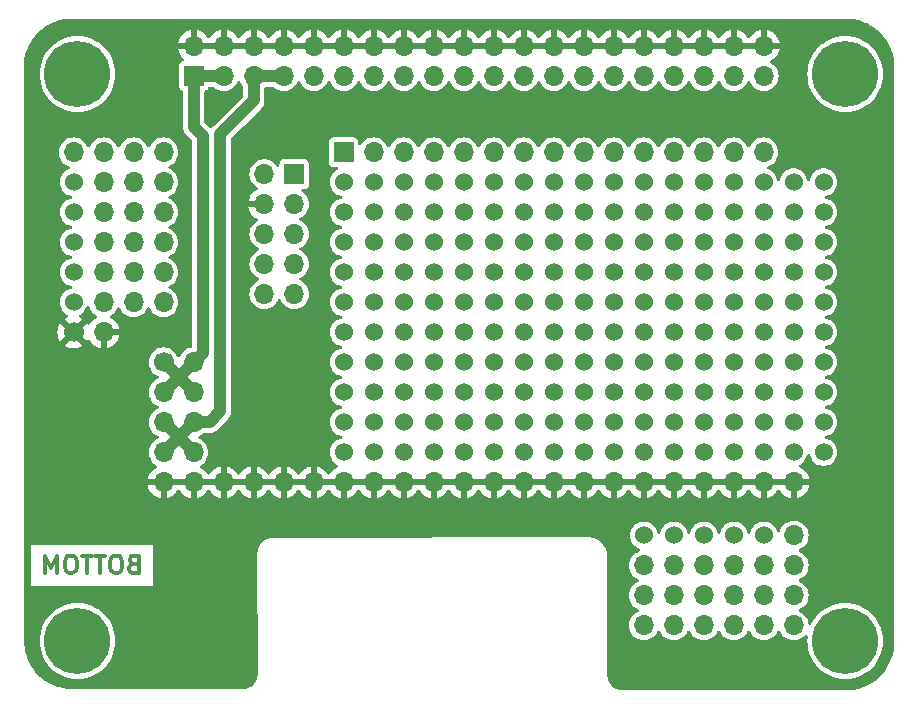
<source format=gbl>
G04 #@! TF.GenerationSoftware,KiCad,Pcbnew,7.0.5-4d25ed1034~172~ubuntu22.04.1*
G04 #@! TF.CreationDate,2023-06-04T17:51:51+03:00*
G04 #@! TF.ProjectId,STM32L475daughter,53544d33-324c-4343-9735-646175676874,rev?*
G04 #@! TF.SameCoordinates,Original*
G04 #@! TF.FileFunction,Copper,L2,Bot*
G04 #@! TF.FilePolarity,Positive*
%FSLAX46Y46*%
G04 Gerber Fmt 4.6, Leading zero omitted, Abs format (unit mm)*
G04 Created by KiCad (PCBNEW 7.0.5-4d25ed1034~172~ubuntu22.04.1) date 2023-06-04 17:51:51*
%MOMM*%
%LPD*%
G01*
G04 APERTURE LIST*
%ADD10C,0.300000*%
G04 #@! TA.AperFunction,NonConductor*
%ADD11C,0.300000*%
G04 #@! TD*
G04 #@! TA.AperFunction,ComponentPad*
%ADD12C,1.700000*%
G04 #@! TD*
G04 #@! TA.AperFunction,ComponentPad*
%ADD13O,1.700000X1.700000*%
G04 #@! TD*
G04 #@! TA.AperFunction,ComponentPad*
%ADD14C,1.524000*%
G04 #@! TD*
G04 #@! TA.AperFunction,ComponentPad*
%ADD15R,1.700000X1.700000*%
G04 #@! TD*
G04 #@! TA.AperFunction,ComponentPad*
%ADD16C,3.600000*%
G04 #@! TD*
G04 #@! TA.AperFunction,ConnectorPad*
%ADD17C,5.600000*%
G04 #@! TD*
G04 #@! TA.AperFunction,ViaPad*
%ADD18C,0.800000*%
G04 #@! TD*
G04 #@! TA.AperFunction,Conductor*
%ADD19C,1.000000*%
G04 #@! TD*
G04 #@! TA.AperFunction,Conductor*
%ADD20C,0.300000*%
G04 #@! TD*
G04 APERTURE END LIST*
D10*
D11*
X76014286Y-95442614D02*
X75800000Y-95514042D01*
X75800000Y-95514042D02*
X75728571Y-95585471D01*
X75728571Y-95585471D02*
X75657143Y-95728328D01*
X75657143Y-95728328D02*
X75657143Y-95942614D01*
X75657143Y-95942614D02*
X75728571Y-96085471D01*
X75728571Y-96085471D02*
X75800000Y-96156900D01*
X75800000Y-96156900D02*
X75942857Y-96228328D01*
X75942857Y-96228328D02*
X76514286Y-96228328D01*
X76514286Y-96228328D02*
X76514286Y-94728328D01*
X76514286Y-94728328D02*
X76014286Y-94728328D01*
X76014286Y-94728328D02*
X75871429Y-94799757D01*
X75871429Y-94799757D02*
X75800000Y-94871185D01*
X75800000Y-94871185D02*
X75728571Y-95014042D01*
X75728571Y-95014042D02*
X75728571Y-95156900D01*
X75728571Y-95156900D02*
X75800000Y-95299757D01*
X75800000Y-95299757D02*
X75871429Y-95371185D01*
X75871429Y-95371185D02*
X76014286Y-95442614D01*
X76014286Y-95442614D02*
X76514286Y-95442614D01*
X74728571Y-94728328D02*
X74442857Y-94728328D01*
X74442857Y-94728328D02*
X74300000Y-94799757D01*
X74300000Y-94799757D02*
X74157143Y-94942614D01*
X74157143Y-94942614D02*
X74085714Y-95228328D01*
X74085714Y-95228328D02*
X74085714Y-95728328D01*
X74085714Y-95728328D02*
X74157143Y-96014042D01*
X74157143Y-96014042D02*
X74300000Y-96156900D01*
X74300000Y-96156900D02*
X74442857Y-96228328D01*
X74442857Y-96228328D02*
X74728571Y-96228328D01*
X74728571Y-96228328D02*
X74871429Y-96156900D01*
X74871429Y-96156900D02*
X75014286Y-96014042D01*
X75014286Y-96014042D02*
X75085714Y-95728328D01*
X75085714Y-95728328D02*
X75085714Y-95228328D01*
X75085714Y-95228328D02*
X75014286Y-94942614D01*
X75014286Y-94942614D02*
X74871429Y-94799757D01*
X74871429Y-94799757D02*
X74728571Y-94728328D01*
X73657142Y-94728328D02*
X72800000Y-94728328D01*
X73228571Y-96228328D02*
X73228571Y-94728328D01*
X72514285Y-94728328D02*
X71657143Y-94728328D01*
X72085714Y-96228328D02*
X72085714Y-94728328D01*
X70871428Y-94728328D02*
X70585714Y-94728328D01*
X70585714Y-94728328D02*
X70442857Y-94799757D01*
X70442857Y-94799757D02*
X70300000Y-94942614D01*
X70300000Y-94942614D02*
X70228571Y-95228328D01*
X70228571Y-95228328D02*
X70228571Y-95728328D01*
X70228571Y-95728328D02*
X70300000Y-96014042D01*
X70300000Y-96014042D02*
X70442857Y-96156900D01*
X70442857Y-96156900D02*
X70585714Y-96228328D01*
X70585714Y-96228328D02*
X70871428Y-96228328D01*
X70871428Y-96228328D02*
X71014286Y-96156900D01*
X71014286Y-96156900D02*
X71157143Y-96014042D01*
X71157143Y-96014042D02*
X71228571Y-95728328D01*
X71228571Y-95728328D02*
X71228571Y-95228328D01*
X71228571Y-95228328D02*
X71157143Y-94942614D01*
X71157143Y-94942614D02*
X71014286Y-94799757D01*
X71014286Y-94799757D02*
X70871428Y-94728328D01*
X69585714Y-96228328D02*
X69585714Y-94728328D01*
X69585714Y-94728328D02*
X69085714Y-95799757D01*
X69085714Y-95799757D02*
X68585714Y-94728328D01*
X68585714Y-94728328D02*
X68585714Y-96228328D01*
D12*
X70970000Y-75815000D03*
D13*
X73510000Y-75815000D03*
D14*
X119250000Y-93025000D03*
X121790000Y-93025000D03*
X124330000Y-93025000D03*
X126870000Y-93025000D03*
X129410000Y-93025000D03*
D13*
X131950000Y-93025000D03*
X119250000Y-95565000D03*
X121790000Y-95565000D03*
X124330000Y-95565000D03*
X126870000Y-95565000D03*
X129410000Y-95565000D03*
X131950000Y-95565000D03*
X119250000Y-98105000D03*
X121790000Y-98105000D03*
X124330000Y-98105000D03*
X126870000Y-98105000D03*
X129410000Y-98105000D03*
X131950000Y-98105000D03*
X119250000Y-100645000D03*
X121790000Y-100645000D03*
X124330000Y-100645000D03*
X126870000Y-100645000D03*
X129410000Y-100645000D03*
X131950000Y-100645000D03*
D14*
X70970000Y-73275000D03*
X70970000Y-70735000D03*
X70970000Y-68195000D03*
X70970000Y-65655000D03*
X70970000Y-63115000D03*
D13*
X70970000Y-60575000D03*
X73510000Y-73275000D03*
X73510000Y-70735000D03*
X73510000Y-68195000D03*
X73510000Y-65655000D03*
X73510000Y-63115000D03*
X73510000Y-60575000D03*
X76050000Y-73275000D03*
X76050000Y-70735000D03*
X76050000Y-68195000D03*
X76050000Y-65655000D03*
X76050000Y-63115000D03*
X76050000Y-60575000D03*
X78590000Y-73275000D03*
X78590000Y-70735000D03*
X78590000Y-68195000D03*
X78590000Y-65655000D03*
X78590000Y-63115000D03*
X78590000Y-60575000D03*
X83670000Y-88515000D03*
X86210000Y-88515000D03*
X88750000Y-88515000D03*
X91290000Y-88515000D03*
X93830000Y-88515000D03*
X96370000Y-88515000D03*
X98910000Y-88515000D03*
X101450000Y-88515000D03*
X103990000Y-88515000D03*
X106530000Y-88515000D03*
X109070000Y-88515000D03*
X111610000Y-88515000D03*
X114150000Y-88515000D03*
X116690000Y-88515000D03*
X119230000Y-88515000D03*
X121770000Y-88515000D03*
X124310000Y-88515000D03*
X126850000Y-88515000D03*
X129390000Y-88515000D03*
X131930000Y-88515000D03*
D12*
X78590000Y-78355000D03*
D13*
X81130000Y-78355000D03*
X78590000Y-80895000D03*
X81130000Y-80895000D03*
X78590000Y-83435000D03*
X81130000Y-83435000D03*
X78590000Y-85975000D03*
X81130000Y-85975000D03*
X78590000Y-88515000D03*
X81130000Y-88515000D03*
D14*
X131930000Y-85975000D03*
X131930000Y-83435000D03*
X131930000Y-80895000D03*
X131930000Y-78355000D03*
X131930000Y-75815000D03*
X131930000Y-73275000D03*
X131930000Y-70735000D03*
X131930000Y-68195000D03*
X131930000Y-65655000D03*
X131930000Y-63115000D03*
X134470000Y-85975000D03*
X134470000Y-83435000D03*
X134470000Y-80895000D03*
X134470000Y-78355000D03*
X134470000Y-75815000D03*
X134470000Y-73275000D03*
X134470000Y-70735000D03*
X134470000Y-68195000D03*
X134470000Y-65655000D03*
X134470000Y-63115000D03*
X119230000Y-85975000D03*
X119230000Y-83435000D03*
X119230000Y-80895000D03*
X119230000Y-78355000D03*
X119230000Y-75815000D03*
X119230000Y-73275000D03*
X119230000Y-70735000D03*
X119230000Y-68195000D03*
X119230000Y-65655000D03*
X119230000Y-63115000D03*
X121770000Y-85975000D03*
X121770000Y-83435000D03*
X121770000Y-80895000D03*
X121770000Y-78355000D03*
X121770000Y-75815000D03*
X121770000Y-73275000D03*
X121770000Y-70735000D03*
X121770000Y-68195000D03*
X121770000Y-65655000D03*
X121770000Y-63115000D03*
X124310000Y-85975000D03*
X124310000Y-83435000D03*
X124310000Y-80895000D03*
X124310000Y-78355000D03*
X124310000Y-75815000D03*
X124310000Y-73275000D03*
X124310000Y-70735000D03*
X124310000Y-68195000D03*
X124310000Y-65655000D03*
X124310000Y-63115000D03*
X126850000Y-85975000D03*
X126850000Y-83435000D03*
X126850000Y-80895000D03*
X126850000Y-78355000D03*
X126850000Y-75815000D03*
X126850000Y-73275000D03*
X126850000Y-70735000D03*
X126850000Y-68195000D03*
X126850000Y-65655000D03*
X126850000Y-63115000D03*
X129390000Y-85975000D03*
X129390000Y-83435000D03*
X129390000Y-80895000D03*
X129390000Y-78355000D03*
X129390000Y-75815000D03*
X129390000Y-73275000D03*
X129390000Y-70735000D03*
X129390000Y-68195000D03*
X129390000Y-65655000D03*
X129390000Y-63115000D03*
X116690000Y-63115000D03*
X116690000Y-65655000D03*
X116690000Y-68195000D03*
X116690000Y-70735000D03*
X116690000Y-73275000D03*
X116690000Y-75815000D03*
X116690000Y-78355000D03*
X116690000Y-80895000D03*
X116690000Y-83435000D03*
X116690000Y-85975000D03*
X114150000Y-63115000D03*
X114150000Y-65655000D03*
X114150000Y-68195000D03*
X114150000Y-70735000D03*
X114150000Y-73275000D03*
X114150000Y-75815000D03*
X114150000Y-78355000D03*
X114150000Y-80895000D03*
X114150000Y-83435000D03*
X114150000Y-85975000D03*
X111610000Y-63115000D03*
X111610000Y-65655000D03*
X111610000Y-68195000D03*
X111610000Y-70735000D03*
X111610000Y-73275000D03*
X111610000Y-75815000D03*
X111610000Y-78355000D03*
X111610000Y-80895000D03*
X111610000Y-83435000D03*
X111610000Y-85975000D03*
X109070000Y-63115000D03*
X109070000Y-65655000D03*
X109070000Y-68195000D03*
X109070000Y-70735000D03*
X109070000Y-73275000D03*
X109070000Y-75815000D03*
X109070000Y-78355000D03*
X109070000Y-80895000D03*
X109070000Y-83435000D03*
X109070000Y-85975000D03*
X106530000Y-63115000D03*
X106530000Y-65655000D03*
X106530000Y-68195000D03*
X106530000Y-70735000D03*
X106530000Y-73275000D03*
X106530000Y-75815000D03*
X106530000Y-78355000D03*
X106530000Y-80895000D03*
X106530000Y-83435000D03*
X106530000Y-85975000D03*
X103990000Y-63115000D03*
X103990000Y-65655000D03*
X103990000Y-68195000D03*
X103990000Y-70735000D03*
X103990000Y-73275000D03*
X103990000Y-75815000D03*
X103990000Y-78355000D03*
X103990000Y-80895000D03*
X103990000Y-83435000D03*
X103990000Y-85975000D03*
X101450000Y-63115000D03*
X101450000Y-65655000D03*
X101450000Y-68195000D03*
X101450000Y-70735000D03*
X101450000Y-73275000D03*
X101450000Y-75815000D03*
X101450000Y-78355000D03*
X101450000Y-80895000D03*
X101450000Y-83435000D03*
X101450000Y-85975000D03*
X98910000Y-63115000D03*
X98910000Y-65655000D03*
X98910000Y-68195000D03*
X98910000Y-70735000D03*
X98910000Y-73275000D03*
X98910000Y-75815000D03*
X98910000Y-78355000D03*
X98910000Y-80895000D03*
X98910000Y-83435000D03*
X98910000Y-85975000D03*
X96370000Y-63115000D03*
X96370000Y-65655000D03*
X96370000Y-68195000D03*
X96370000Y-70735000D03*
X96370000Y-73275000D03*
X96370000Y-75815000D03*
X96370000Y-78355000D03*
X96370000Y-80895000D03*
X96370000Y-83435000D03*
X96370000Y-85975000D03*
X93830000Y-63115000D03*
X93830000Y-65655000D03*
X93830000Y-68195000D03*
X93830000Y-70735000D03*
X93830000Y-73275000D03*
X93830000Y-75815000D03*
X93830000Y-78355000D03*
X93830000Y-80895000D03*
X93830000Y-83435000D03*
X93830000Y-85975000D03*
D15*
X89650000Y-62425000D03*
D13*
X87110000Y-62425000D03*
X89650000Y-64965000D03*
X87110000Y-64965000D03*
X89650000Y-67505000D03*
X87110000Y-67505000D03*
X89650000Y-70045000D03*
X87110000Y-70045000D03*
X89650000Y-72585000D03*
X87110000Y-72585000D03*
D16*
X71300000Y-101955000D03*
D17*
X71300000Y-101955000D03*
D15*
X93830000Y-60575000D03*
D13*
X96370000Y-60575000D03*
X98910000Y-60575000D03*
X101450000Y-60575000D03*
X103990000Y-60575000D03*
X106530000Y-60575000D03*
X109070000Y-60575000D03*
X111610000Y-60575000D03*
X114150000Y-60575000D03*
X116690000Y-60575000D03*
X119230000Y-60575000D03*
X121770000Y-60575000D03*
X124310000Y-60575000D03*
X126850000Y-60575000D03*
X129390000Y-60575000D03*
D16*
X136300000Y-101955000D03*
D17*
X136300000Y-101955000D03*
D16*
X71300000Y-53955000D03*
D17*
X71300000Y-53955000D03*
D15*
X81150000Y-54115000D03*
D13*
X81150000Y-51575000D03*
X83690000Y-54115000D03*
X83690000Y-51575000D03*
X86230000Y-54115000D03*
X86230000Y-51575000D03*
X88770000Y-54115000D03*
X88770000Y-51575000D03*
X91310000Y-54115000D03*
X91310000Y-51575000D03*
X93850000Y-54115000D03*
X93850000Y-51575000D03*
X96390000Y-54115000D03*
X96390000Y-51575000D03*
X98930000Y-54115000D03*
X98930000Y-51575000D03*
X101470000Y-54115000D03*
X101470000Y-51575000D03*
X104010000Y-54115000D03*
X104010000Y-51575000D03*
X106550000Y-54115000D03*
X106550000Y-51575000D03*
X109090000Y-54115000D03*
X109090000Y-51575000D03*
X111630000Y-54115000D03*
X111630000Y-51575000D03*
X114170000Y-54115000D03*
X114170000Y-51575000D03*
X116710000Y-54115000D03*
X116710000Y-51575000D03*
X119250000Y-54115000D03*
X119250000Y-51575000D03*
X121790000Y-54115000D03*
X121790000Y-51575000D03*
X124330000Y-54115000D03*
X124330000Y-51575000D03*
X126870000Y-54115000D03*
X126870000Y-51575000D03*
X129410000Y-54115000D03*
X129410000Y-51575000D03*
D16*
X136300000Y-53955000D03*
D17*
X136300000Y-53955000D03*
D18*
X78050000Y-53975000D03*
X83600000Y-56125000D03*
X67970000Y-93325000D03*
X75650000Y-82125000D03*
X88600000Y-83775000D03*
X84700000Y-83775000D03*
X85250000Y-81775000D03*
X79850000Y-75175000D03*
X85450000Y-59275000D03*
X80250000Y-71975000D03*
X80250000Y-69525000D03*
X80250000Y-66925000D03*
X80250000Y-64375000D03*
X80250000Y-61825000D03*
X139450000Y-92925000D03*
X139050000Y-71075000D03*
X139050000Y-77675000D03*
X85450000Y-100825000D03*
X85450000Y-96425000D03*
X88800000Y-92275000D03*
X112800000Y-92055000D03*
X116900000Y-94325000D03*
X116900000Y-96875000D03*
X116900000Y-99275000D03*
X116900000Y-102125000D03*
X134010000Y-92055000D03*
X134010000Y-97135000D03*
X75590000Y-104755000D03*
X80670000Y-104755000D03*
X85450000Y-104725000D03*
X116230000Y-92055000D03*
X118770000Y-104425000D03*
X123850000Y-104425000D03*
X128930000Y-104425000D03*
X69100000Y-75825000D03*
X70950000Y-77825000D03*
X136250000Y-60975000D03*
X132600000Y-61025000D03*
X91250000Y-90475000D03*
X88700000Y-90475000D03*
X93800000Y-90425000D03*
X96300000Y-90475000D03*
X114150000Y-90475000D03*
X111600000Y-90425000D03*
X104050000Y-90425000D03*
X101500000Y-90475000D03*
X106550000Y-90475000D03*
X98950000Y-90475000D03*
X109100000Y-90425000D03*
X81150000Y-90655000D03*
X78600000Y-90555000D03*
X91400000Y-58825000D03*
X83700000Y-90425000D03*
X86200000Y-90535000D03*
X116700000Y-90485000D03*
X119250000Y-90485000D03*
X121800000Y-90435000D03*
X124300000Y-90485000D03*
X129350000Y-90435000D03*
X131900000Y-90485000D03*
X109100000Y-49925000D03*
X131050000Y-55325000D03*
X139050000Y-74250000D03*
X139450000Y-89000000D03*
X126850000Y-90435000D03*
X83700000Y-49925000D03*
X67970000Y-79355000D03*
X67970000Y-74275000D03*
X104000000Y-49925000D03*
X124300000Y-49925000D03*
X106550000Y-49925000D03*
X136550000Y-59775000D03*
X97800000Y-55375000D03*
X139425000Y-96825000D03*
X116700000Y-49925000D03*
X129400000Y-49925000D03*
X114150000Y-49925000D03*
X85450000Y-64475000D03*
X86200000Y-49925000D03*
X107850000Y-55325000D03*
X95050000Y-55375000D03*
X67970000Y-64115000D03*
X85300000Y-66175000D03*
X74200000Y-50725000D03*
X101500000Y-49925000D03*
X126850000Y-49925000D03*
X139050000Y-67875000D03*
X139500000Y-59800000D03*
X120450000Y-55325000D03*
X91350000Y-49925000D03*
X81150000Y-49925000D03*
X123150000Y-55325000D03*
X98950000Y-49925000D03*
X119250000Y-49925000D03*
X118000000Y-55325000D03*
X132475000Y-55825000D03*
X112950000Y-55325000D03*
X105300000Y-55375000D03*
X93850000Y-49925000D03*
X102800000Y-55325000D03*
X88750000Y-49925000D03*
X110400000Y-55325000D03*
X125650000Y-55325000D03*
X111650000Y-49925000D03*
X132400000Y-104425000D03*
X96400000Y-49925000D03*
X77600000Y-50275000D03*
X139025000Y-81375000D03*
X138000000Y-94425000D03*
X67970000Y-69195000D03*
X121800000Y-49925000D03*
X128100000Y-55325000D03*
X67970000Y-84435000D03*
X133750000Y-50200000D03*
X100200000Y-55325000D03*
X67900000Y-97825000D03*
X67970000Y-89515000D03*
X115450000Y-55325000D03*
X67970000Y-59035000D03*
D19*
X81150000Y-54115000D02*
X81150000Y-58425000D01*
X81150000Y-58425000D02*
X81900000Y-59175000D01*
X81900000Y-59175000D02*
X81900000Y-77585000D01*
X81900000Y-77585000D02*
X81130000Y-78355000D01*
X86230000Y-54115000D02*
X86230000Y-56195000D01*
X86230000Y-56195000D02*
X83400000Y-59025000D01*
X83400000Y-59025000D02*
X83400000Y-82525000D01*
X83400000Y-82525000D02*
X82490000Y-83435000D01*
X82490000Y-83435000D02*
X81130000Y-83435000D01*
X78590000Y-83435000D02*
X81130000Y-85975000D01*
X78590000Y-85975000D02*
X81130000Y-83435000D01*
X78590000Y-80895000D02*
X81130000Y-78355000D01*
X81130000Y-80895000D02*
X78590000Y-78355000D01*
X88770000Y-54115000D02*
X86230000Y-54115000D01*
X83690000Y-54115000D02*
X81150000Y-54115000D01*
D20*
X93850000Y-54115000D02*
X93500000Y-54465000D01*
G04 #@! TA.AperFunction,Conductor*
G36*
X80670507Y-88305156D02*
G01*
X80630000Y-88443111D01*
X80630000Y-88586889D01*
X80670507Y-88724844D01*
X80698884Y-88769000D01*
X79021116Y-88769000D01*
X79049493Y-88724844D01*
X79090000Y-88586889D01*
X79090000Y-88443111D01*
X79049493Y-88305156D01*
X79021116Y-88261000D01*
X80698884Y-88261000D01*
X80670507Y-88305156D01*
G37*
G04 #@! TD.AperFunction*
G04 #@! TA.AperFunction,Conductor*
G36*
X83210507Y-88305156D02*
G01*
X83170000Y-88443111D01*
X83170000Y-88586889D01*
X83210507Y-88724844D01*
X83238884Y-88769000D01*
X81561116Y-88769000D01*
X81589493Y-88724844D01*
X81630000Y-88586889D01*
X81630000Y-88443111D01*
X81589493Y-88305156D01*
X81561116Y-88261000D01*
X83238884Y-88261000D01*
X83210507Y-88305156D01*
G37*
G04 #@! TD.AperFunction*
G04 #@! TA.AperFunction,Conductor*
G36*
X85750507Y-88305156D02*
G01*
X85710000Y-88443111D01*
X85710000Y-88586889D01*
X85750507Y-88724844D01*
X85778884Y-88769000D01*
X84101116Y-88769000D01*
X84129493Y-88724844D01*
X84170000Y-88586889D01*
X84170000Y-88443111D01*
X84129493Y-88305156D01*
X84101116Y-88261000D01*
X85778884Y-88261000D01*
X85750507Y-88305156D01*
G37*
G04 #@! TD.AperFunction*
G04 #@! TA.AperFunction,Conductor*
G36*
X88290507Y-88305156D02*
G01*
X88250000Y-88443111D01*
X88250000Y-88586889D01*
X88290507Y-88724844D01*
X88318884Y-88769000D01*
X86641116Y-88769000D01*
X86669493Y-88724844D01*
X86710000Y-88586889D01*
X86710000Y-88443111D01*
X86669493Y-88305156D01*
X86641116Y-88261000D01*
X88318884Y-88261000D01*
X88290507Y-88305156D01*
G37*
G04 #@! TD.AperFunction*
G04 #@! TA.AperFunction,Conductor*
G36*
X90830507Y-88305156D02*
G01*
X90790000Y-88443111D01*
X90790000Y-88586889D01*
X90830507Y-88724844D01*
X90858884Y-88769000D01*
X89181116Y-88769000D01*
X89209493Y-88724844D01*
X89250000Y-88586889D01*
X89250000Y-88443111D01*
X89209493Y-88305156D01*
X89181116Y-88261000D01*
X90858884Y-88261000D01*
X90830507Y-88305156D01*
G37*
G04 #@! TD.AperFunction*
G04 #@! TA.AperFunction,Conductor*
G36*
X93370507Y-88305156D02*
G01*
X93330000Y-88443111D01*
X93330000Y-88586889D01*
X93370507Y-88724844D01*
X93398884Y-88769000D01*
X91721116Y-88769000D01*
X91749493Y-88724844D01*
X91790000Y-88586889D01*
X91790000Y-88443111D01*
X91749493Y-88305156D01*
X91721116Y-88261000D01*
X93398884Y-88261000D01*
X93370507Y-88305156D01*
G37*
G04 #@! TD.AperFunction*
G04 #@! TA.AperFunction,Conductor*
G36*
X95910507Y-88305156D02*
G01*
X95870000Y-88443111D01*
X95870000Y-88586889D01*
X95910507Y-88724844D01*
X95938884Y-88769000D01*
X94261116Y-88769000D01*
X94289493Y-88724844D01*
X94330000Y-88586889D01*
X94330000Y-88443111D01*
X94289493Y-88305156D01*
X94261116Y-88261000D01*
X95938884Y-88261000D01*
X95910507Y-88305156D01*
G37*
G04 #@! TD.AperFunction*
G04 #@! TA.AperFunction,Conductor*
G36*
X98450507Y-88305156D02*
G01*
X98410000Y-88443111D01*
X98410000Y-88586889D01*
X98450507Y-88724844D01*
X98478884Y-88769000D01*
X96801116Y-88769000D01*
X96829493Y-88724844D01*
X96870000Y-88586889D01*
X96870000Y-88443111D01*
X96829493Y-88305156D01*
X96801116Y-88261000D01*
X98478884Y-88261000D01*
X98450507Y-88305156D01*
G37*
G04 #@! TD.AperFunction*
G04 #@! TA.AperFunction,Conductor*
G36*
X100990507Y-88305156D02*
G01*
X100950000Y-88443111D01*
X100950000Y-88586889D01*
X100990507Y-88724844D01*
X101018884Y-88769000D01*
X99341116Y-88769000D01*
X99369493Y-88724844D01*
X99410000Y-88586889D01*
X99410000Y-88443111D01*
X99369493Y-88305156D01*
X99341116Y-88261000D01*
X101018884Y-88261000D01*
X100990507Y-88305156D01*
G37*
G04 #@! TD.AperFunction*
G04 #@! TA.AperFunction,Conductor*
G36*
X103530507Y-88305156D02*
G01*
X103490000Y-88443111D01*
X103490000Y-88586889D01*
X103530507Y-88724844D01*
X103558884Y-88769000D01*
X101881116Y-88769000D01*
X101909493Y-88724844D01*
X101950000Y-88586889D01*
X101950000Y-88443111D01*
X101909493Y-88305156D01*
X101881116Y-88261000D01*
X103558884Y-88261000D01*
X103530507Y-88305156D01*
G37*
G04 #@! TD.AperFunction*
G04 #@! TA.AperFunction,Conductor*
G36*
X106070507Y-88305156D02*
G01*
X106030000Y-88443111D01*
X106030000Y-88586889D01*
X106070507Y-88724844D01*
X106098884Y-88769000D01*
X104421116Y-88769000D01*
X104449493Y-88724844D01*
X104490000Y-88586889D01*
X104490000Y-88443111D01*
X104449493Y-88305156D01*
X104421116Y-88261000D01*
X106098884Y-88261000D01*
X106070507Y-88305156D01*
G37*
G04 #@! TD.AperFunction*
G04 #@! TA.AperFunction,Conductor*
G36*
X108610507Y-88305156D02*
G01*
X108570000Y-88443111D01*
X108570000Y-88586889D01*
X108610507Y-88724844D01*
X108638884Y-88769000D01*
X106961116Y-88769000D01*
X106989493Y-88724844D01*
X107030000Y-88586889D01*
X107030000Y-88443111D01*
X106989493Y-88305156D01*
X106961116Y-88261000D01*
X108638884Y-88261000D01*
X108610507Y-88305156D01*
G37*
G04 #@! TD.AperFunction*
G04 #@! TA.AperFunction,Conductor*
G36*
X111150507Y-88305156D02*
G01*
X111110000Y-88443111D01*
X111110000Y-88586889D01*
X111150507Y-88724844D01*
X111178884Y-88769000D01*
X109501116Y-88769000D01*
X109529493Y-88724844D01*
X109570000Y-88586889D01*
X109570000Y-88443111D01*
X109529493Y-88305156D01*
X109501116Y-88261000D01*
X111178884Y-88261000D01*
X111150507Y-88305156D01*
G37*
G04 #@! TD.AperFunction*
G04 #@! TA.AperFunction,Conductor*
G36*
X113690507Y-88305156D02*
G01*
X113650000Y-88443111D01*
X113650000Y-88586889D01*
X113690507Y-88724844D01*
X113718884Y-88769000D01*
X112041116Y-88769000D01*
X112069493Y-88724844D01*
X112110000Y-88586889D01*
X112110000Y-88443111D01*
X112069493Y-88305156D01*
X112041116Y-88261000D01*
X113718884Y-88261000D01*
X113690507Y-88305156D01*
G37*
G04 #@! TD.AperFunction*
G04 #@! TA.AperFunction,Conductor*
G36*
X116230507Y-88305156D02*
G01*
X116190000Y-88443111D01*
X116190000Y-88586889D01*
X116230507Y-88724844D01*
X116258884Y-88769000D01*
X114581116Y-88769000D01*
X114609493Y-88724844D01*
X114650000Y-88586889D01*
X114650000Y-88443111D01*
X114609493Y-88305156D01*
X114581116Y-88261000D01*
X116258884Y-88261000D01*
X116230507Y-88305156D01*
G37*
G04 #@! TD.AperFunction*
G04 #@! TA.AperFunction,Conductor*
G36*
X118770507Y-88305156D02*
G01*
X118730000Y-88443111D01*
X118730000Y-88586889D01*
X118770507Y-88724844D01*
X118798884Y-88769000D01*
X117121116Y-88769000D01*
X117149493Y-88724844D01*
X117190000Y-88586889D01*
X117190000Y-88443111D01*
X117149493Y-88305156D01*
X117121116Y-88261000D01*
X118798884Y-88261000D01*
X118770507Y-88305156D01*
G37*
G04 #@! TD.AperFunction*
G04 #@! TA.AperFunction,Conductor*
G36*
X121310507Y-88305156D02*
G01*
X121270000Y-88443111D01*
X121270000Y-88586889D01*
X121310507Y-88724844D01*
X121338884Y-88769000D01*
X119661116Y-88769000D01*
X119689493Y-88724844D01*
X119730000Y-88586889D01*
X119730000Y-88443111D01*
X119689493Y-88305156D01*
X119661116Y-88261000D01*
X121338884Y-88261000D01*
X121310507Y-88305156D01*
G37*
G04 #@! TD.AperFunction*
G04 #@! TA.AperFunction,Conductor*
G36*
X123850507Y-88305156D02*
G01*
X123810000Y-88443111D01*
X123810000Y-88586889D01*
X123850507Y-88724844D01*
X123878884Y-88769000D01*
X122201116Y-88769000D01*
X122229493Y-88724844D01*
X122270000Y-88586889D01*
X122270000Y-88443111D01*
X122229493Y-88305156D01*
X122201116Y-88261000D01*
X123878884Y-88261000D01*
X123850507Y-88305156D01*
G37*
G04 #@! TD.AperFunction*
G04 #@! TA.AperFunction,Conductor*
G36*
X126390507Y-88305156D02*
G01*
X126350000Y-88443111D01*
X126350000Y-88586889D01*
X126390507Y-88724844D01*
X126418884Y-88769000D01*
X124741116Y-88769000D01*
X124769493Y-88724844D01*
X124810000Y-88586889D01*
X124810000Y-88443111D01*
X124769493Y-88305156D01*
X124741116Y-88261000D01*
X126418884Y-88261000D01*
X126390507Y-88305156D01*
G37*
G04 #@! TD.AperFunction*
G04 #@! TA.AperFunction,Conductor*
G36*
X128930507Y-88305156D02*
G01*
X128890000Y-88443111D01*
X128890000Y-88586889D01*
X128930507Y-88724844D01*
X128958884Y-88769000D01*
X127281116Y-88769000D01*
X127309493Y-88724844D01*
X127350000Y-88586889D01*
X127350000Y-88443111D01*
X127309493Y-88305156D01*
X127281116Y-88261000D01*
X128958884Y-88261000D01*
X128930507Y-88305156D01*
G37*
G04 #@! TD.AperFunction*
G04 #@! TA.AperFunction,Conductor*
G36*
X131470507Y-88305156D02*
G01*
X131430000Y-88443111D01*
X131430000Y-88586889D01*
X131470507Y-88724844D01*
X131498884Y-88769000D01*
X129821116Y-88769000D01*
X129849493Y-88724844D01*
X129890000Y-88586889D01*
X129890000Y-88443111D01*
X129849493Y-88305156D01*
X129821116Y-88261000D01*
X131498884Y-88261000D01*
X131470507Y-88305156D01*
G37*
G04 #@! TD.AperFunction*
G04 #@! TA.AperFunction,Conductor*
G36*
X85028959Y-54543100D02*
G01*
X85074194Y-54595302D01*
X85142898Y-54742639D01*
X85268402Y-54921877D01*
X85292594Y-54946069D01*
X85326620Y-55008380D01*
X85329500Y-55035165D01*
X85329500Y-55769810D01*
X85309498Y-55837931D01*
X85292595Y-55858905D01*
X82820376Y-58331123D01*
X82805345Y-58343962D01*
X82794132Y-58352109D01*
X82747686Y-58403691D01*
X82745418Y-58406080D01*
X82729885Y-58421615D01*
X82729877Y-58421624D01*
X82716060Y-58438685D01*
X82713922Y-58441188D01*
X82674398Y-58485085D01*
X82613953Y-58522326D01*
X82542969Y-58520976D01*
X82506702Y-58502715D01*
X82494658Y-58493965D01*
X82479621Y-58481122D01*
X82087405Y-58088906D01*
X82053379Y-58026594D01*
X82050500Y-57999811D01*
X82050500Y-55465973D01*
X82070502Y-55397852D01*
X82119298Y-55353706D01*
X82134726Y-55345845D01*
X82238342Y-55293050D01*
X82328050Y-55203342D01*
X82385646Y-55090304D01*
X82385645Y-55090304D01*
X82388707Y-55084297D01*
X82437456Y-55032682D01*
X82500974Y-55015500D01*
X82769835Y-55015500D01*
X82837956Y-55035502D01*
X82858930Y-55052405D01*
X82883123Y-55076598D01*
X83062361Y-55202102D01*
X83260670Y-55294575D01*
X83472023Y-55351207D01*
X83690000Y-55370277D01*
X83907977Y-55351207D01*
X84119330Y-55294575D01*
X84317639Y-55202102D01*
X84496877Y-55076598D01*
X84651598Y-54921877D01*
X84777102Y-54742639D01*
X84845805Y-54595302D01*
X84892722Y-54542019D01*
X84960999Y-54522558D01*
X85028959Y-54543100D01*
G37*
G04 #@! TD.AperFunction*
G04 #@! TA.AperFunction,Conductor*
G36*
X83230507Y-51365156D02*
G01*
X83190000Y-51503111D01*
X83190000Y-51646889D01*
X83230507Y-51784844D01*
X83258884Y-51829000D01*
X81581116Y-51829000D01*
X81609493Y-51784844D01*
X81650000Y-51646889D01*
X81650000Y-51503111D01*
X81609493Y-51365156D01*
X81581116Y-51321000D01*
X83258884Y-51321000D01*
X83230507Y-51365156D01*
G37*
G04 #@! TD.AperFunction*
G04 #@! TA.AperFunction,Conductor*
G36*
X85770507Y-51365156D02*
G01*
X85730000Y-51503111D01*
X85730000Y-51646889D01*
X85770507Y-51784844D01*
X85798884Y-51829000D01*
X84121116Y-51829000D01*
X84149493Y-51784844D01*
X84190000Y-51646889D01*
X84190000Y-51503111D01*
X84149493Y-51365156D01*
X84121116Y-51321000D01*
X85798884Y-51321000D01*
X85770507Y-51365156D01*
G37*
G04 #@! TD.AperFunction*
G04 #@! TA.AperFunction,Conductor*
G36*
X88310507Y-51365156D02*
G01*
X88270000Y-51503111D01*
X88270000Y-51646889D01*
X88310507Y-51784844D01*
X88338884Y-51829000D01*
X86661116Y-51829000D01*
X86689493Y-51784844D01*
X86730000Y-51646889D01*
X86730000Y-51503111D01*
X86689493Y-51365156D01*
X86661116Y-51321000D01*
X88338884Y-51321000D01*
X88310507Y-51365156D01*
G37*
G04 #@! TD.AperFunction*
G04 #@! TA.AperFunction,Conductor*
G36*
X90850507Y-51365156D02*
G01*
X90810000Y-51503111D01*
X90810000Y-51646889D01*
X90850507Y-51784844D01*
X90878884Y-51829000D01*
X89201116Y-51829000D01*
X89229493Y-51784844D01*
X89270000Y-51646889D01*
X89270000Y-51503111D01*
X89229493Y-51365156D01*
X89201116Y-51321000D01*
X90878884Y-51321000D01*
X90850507Y-51365156D01*
G37*
G04 #@! TD.AperFunction*
G04 #@! TA.AperFunction,Conductor*
G36*
X93390507Y-51365156D02*
G01*
X93350000Y-51503111D01*
X93350000Y-51646889D01*
X93390507Y-51784844D01*
X93418884Y-51829000D01*
X91741116Y-51829000D01*
X91769493Y-51784844D01*
X91810000Y-51646889D01*
X91810000Y-51503111D01*
X91769493Y-51365156D01*
X91741116Y-51321000D01*
X93418884Y-51321000D01*
X93390507Y-51365156D01*
G37*
G04 #@! TD.AperFunction*
G04 #@! TA.AperFunction,Conductor*
G36*
X95930507Y-51365156D02*
G01*
X95890000Y-51503111D01*
X95890000Y-51646889D01*
X95930507Y-51784844D01*
X95958884Y-51829000D01*
X94281116Y-51829000D01*
X94309493Y-51784844D01*
X94350000Y-51646889D01*
X94350000Y-51503111D01*
X94309493Y-51365156D01*
X94281116Y-51321000D01*
X95958884Y-51321000D01*
X95930507Y-51365156D01*
G37*
G04 #@! TD.AperFunction*
G04 #@! TA.AperFunction,Conductor*
G36*
X98470507Y-51365156D02*
G01*
X98430000Y-51503111D01*
X98430000Y-51646889D01*
X98470507Y-51784844D01*
X98498884Y-51829000D01*
X96821116Y-51829000D01*
X96849493Y-51784844D01*
X96890000Y-51646889D01*
X96890000Y-51503111D01*
X96849493Y-51365156D01*
X96821116Y-51321000D01*
X98498884Y-51321000D01*
X98470507Y-51365156D01*
G37*
G04 #@! TD.AperFunction*
G04 #@! TA.AperFunction,Conductor*
G36*
X101010507Y-51365156D02*
G01*
X100970000Y-51503111D01*
X100970000Y-51646889D01*
X101010507Y-51784844D01*
X101038884Y-51829000D01*
X99361116Y-51829000D01*
X99389493Y-51784844D01*
X99430000Y-51646889D01*
X99430000Y-51503111D01*
X99389493Y-51365156D01*
X99361116Y-51321000D01*
X101038884Y-51321000D01*
X101010507Y-51365156D01*
G37*
G04 #@! TD.AperFunction*
G04 #@! TA.AperFunction,Conductor*
G36*
X103550507Y-51365156D02*
G01*
X103510000Y-51503111D01*
X103510000Y-51646889D01*
X103550507Y-51784844D01*
X103578884Y-51829000D01*
X101901116Y-51829000D01*
X101929493Y-51784844D01*
X101970000Y-51646889D01*
X101970000Y-51503111D01*
X101929493Y-51365156D01*
X101901116Y-51321000D01*
X103578884Y-51321000D01*
X103550507Y-51365156D01*
G37*
G04 #@! TD.AperFunction*
G04 #@! TA.AperFunction,Conductor*
G36*
X106090507Y-51365156D02*
G01*
X106050000Y-51503111D01*
X106050000Y-51646889D01*
X106090507Y-51784844D01*
X106118884Y-51829000D01*
X104441116Y-51829000D01*
X104469493Y-51784844D01*
X104510000Y-51646889D01*
X104510000Y-51503111D01*
X104469493Y-51365156D01*
X104441116Y-51321000D01*
X106118884Y-51321000D01*
X106090507Y-51365156D01*
G37*
G04 #@! TD.AperFunction*
G04 #@! TA.AperFunction,Conductor*
G36*
X108630507Y-51365156D02*
G01*
X108590000Y-51503111D01*
X108590000Y-51646889D01*
X108630507Y-51784844D01*
X108658884Y-51829000D01*
X106981116Y-51829000D01*
X107009493Y-51784844D01*
X107050000Y-51646889D01*
X107050000Y-51503111D01*
X107009493Y-51365156D01*
X106981116Y-51321000D01*
X108658884Y-51321000D01*
X108630507Y-51365156D01*
G37*
G04 #@! TD.AperFunction*
G04 #@! TA.AperFunction,Conductor*
G36*
X111170507Y-51365156D02*
G01*
X111130000Y-51503111D01*
X111130000Y-51646889D01*
X111170507Y-51784844D01*
X111198884Y-51829000D01*
X109521116Y-51829000D01*
X109549493Y-51784844D01*
X109590000Y-51646889D01*
X109590000Y-51503111D01*
X109549493Y-51365156D01*
X109521116Y-51321000D01*
X111198884Y-51321000D01*
X111170507Y-51365156D01*
G37*
G04 #@! TD.AperFunction*
G04 #@! TA.AperFunction,Conductor*
G36*
X113710507Y-51365156D02*
G01*
X113670000Y-51503111D01*
X113670000Y-51646889D01*
X113710507Y-51784844D01*
X113738884Y-51829000D01*
X112061116Y-51829000D01*
X112089493Y-51784844D01*
X112130000Y-51646889D01*
X112130000Y-51503111D01*
X112089493Y-51365156D01*
X112061116Y-51321000D01*
X113738884Y-51321000D01*
X113710507Y-51365156D01*
G37*
G04 #@! TD.AperFunction*
G04 #@! TA.AperFunction,Conductor*
G36*
X116250507Y-51365156D02*
G01*
X116210000Y-51503111D01*
X116210000Y-51646889D01*
X116250507Y-51784844D01*
X116278884Y-51829000D01*
X114601116Y-51829000D01*
X114629493Y-51784844D01*
X114670000Y-51646889D01*
X114670000Y-51503111D01*
X114629493Y-51365156D01*
X114601116Y-51321000D01*
X116278884Y-51321000D01*
X116250507Y-51365156D01*
G37*
G04 #@! TD.AperFunction*
G04 #@! TA.AperFunction,Conductor*
G36*
X118790507Y-51365156D02*
G01*
X118750000Y-51503111D01*
X118750000Y-51646889D01*
X118790507Y-51784844D01*
X118818884Y-51829000D01*
X117141116Y-51829000D01*
X117169493Y-51784844D01*
X117210000Y-51646889D01*
X117210000Y-51503111D01*
X117169493Y-51365156D01*
X117141116Y-51321000D01*
X118818884Y-51321000D01*
X118790507Y-51365156D01*
G37*
G04 #@! TD.AperFunction*
G04 #@! TA.AperFunction,Conductor*
G36*
X121330507Y-51365156D02*
G01*
X121290000Y-51503111D01*
X121290000Y-51646889D01*
X121330507Y-51784844D01*
X121358884Y-51829000D01*
X119681116Y-51829000D01*
X119709493Y-51784844D01*
X119750000Y-51646889D01*
X119750000Y-51503111D01*
X119709493Y-51365156D01*
X119681116Y-51321000D01*
X121358884Y-51321000D01*
X121330507Y-51365156D01*
G37*
G04 #@! TD.AperFunction*
G04 #@! TA.AperFunction,Conductor*
G36*
X123870507Y-51365156D02*
G01*
X123830000Y-51503111D01*
X123830000Y-51646889D01*
X123870507Y-51784844D01*
X123898884Y-51829000D01*
X122221116Y-51829000D01*
X122249493Y-51784844D01*
X122290000Y-51646889D01*
X122290000Y-51503111D01*
X122249493Y-51365156D01*
X122221116Y-51321000D01*
X123898884Y-51321000D01*
X123870507Y-51365156D01*
G37*
G04 #@! TD.AperFunction*
G04 #@! TA.AperFunction,Conductor*
G36*
X126410507Y-51365156D02*
G01*
X126370000Y-51503111D01*
X126370000Y-51646889D01*
X126410507Y-51784844D01*
X126438884Y-51829000D01*
X124761116Y-51829000D01*
X124789493Y-51784844D01*
X124830000Y-51646889D01*
X124830000Y-51503111D01*
X124789493Y-51365156D01*
X124761116Y-51321000D01*
X126438884Y-51321000D01*
X126410507Y-51365156D01*
G37*
G04 #@! TD.AperFunction*
G04 #@! TA.AperFunction,Conductor*
G36*
X128950507Y-51365156D02*
G01*
X128910000Y-51503111D01*
X128910000Y-51646889D01*
X128950507Y-51784844D01*
X128978884Y-51829000D01*
X127301116Y-51829000D01*
X127329493Y-51784844D01*
X127370000Y-51646889D01*
X127370000Y-51503111D01*
X127329493Y-51365156D01*
X127301116Y-51321000D01*
X128978884Y-51321000D01*
X128950507Y-51365156D01*
G37*
G04 #@! TD.AperFunction*
G04 #@! TA.AperFunction,Conductor*
G36*
X72245294Y-73566662D02*
G01*
X72299340Y-73612701D01*
X72315625Y-73649100D01*
X72330421Y-73704319D01*
X72330426Y-73704333D01*
X72393818Y-73840276D01*
X72422898Y-73902639D01*
X72548402Y-74081877D01*
X72703123Y-74236598D01*
X72703126Y-74236600D01*
X72882359Y-74362101D01*
X72882360Y-74362101D01*
X72882361Y-74362102D01*
X72902022Y-74371270D01*
X72955307Y-74418185D01*
X72974769Y-74486462D01*
X72954228Y-74554423D01*
X72908743Y-74596278D01*
X72764704Y-74674228D01*
X72764698Y-74674232D01*
X72587097Y-74812465D01*
X72434674Y-74978042D01*
X72345482Y-75114560D01*
X72291478Y-75160648D01*
X72221130Y-75170223D01*
X72156773Y-75140245D01*
X72134516Y-75114560D01*
X72093076Y-75051132D01*
X71454360Y-75689848D01*
X71429493Y-75605156D01*
X71351761Y-75484202D01*
X71243100Y-75390048D01*
X71112315Y-75330320D01*
X71097587Y-75328202D01*
X71735689Y-74690100D01*
X71735688Y-74690099D01*
X71715306Y-74674235D01*
X71715299Y-74674230D01*
X71517371Y-74567118D01*
X71517364Y-74567115D01*
X71491316Y-74558172D01*
X71433382Y-74517134D01*
X71406831Y-74451289D01*
X71420093Y-74381543D01*
X71468958Y-74330038D01*
X71486712Y-74321510D01*
X71490391Y-74320085D01*
X71673564Y-74206669D01*
X71810454Y-74081877D01*
X71832776Y-74061528D01*
X71832778Y-74061526D01*
X71962612Y-73889599D01*
X72058643Y-73696742D01*
X72072730Y-73647229D01*
X72110608Y-73587186D01*
X72174938Y-73557150D01*
X72245294Y-73566662D01*
G37*
G04 #@! TD.AperFunction*
G04 #@! TA.AperFunction,Conductor*
G36*
X136531632Y-49264360D02*
G01*
X136711687Y-49277579D01*
X136906536Y-49293468D01*
X136911705Y-49294108D01*
X137094473Y-49324502D01*
X137282459Y-49358371D01*
X137287208Y-49359419D01*
X137468443Y-49406914D01*
X137650591Y-49458334D01*
X137654891Y-49459718D01*
X137831449Y-49523728D01*
X137832828Y-49524247D01*
X137892583Y-49547563D01*
X138007635Y-49592456D01*
X138011530Y-49594129D01*
X138182014Y-49674245D01*
X138183640Y-49675038D01*
X138350515Y-49759577D01*
X138353923Y-49761438D01*
X138516684Y-49856981D01*
X138518541Y-49858115D01*
X138676186Y-49958230D01*
X138679066Y-49960176D01*
X138832583Y-50070312D01*
X138834594Y-50071817D01*
X138981628Y-50186566D01*
X138984116Y-50188612D01*
X139126996Y-50312375D01*
X139129131Y-50314312D01*
X139264315Y-50442689D01*
X139266332Y-50444695D01*
X139397315Y-50581007D01*
X139399469Y-50583366D01*
X139476715Y-50672453D01*
X139521642Y-50724267D01*
X139523269Y-50726222D01*
X139641164Y-50873827D01*
X139643307Y-50876671D01*
X139751396Y-51028898D01*
X139752640Y-51030717D01*
X139856427Y-51188285D01*
X139858471Y-51191607D01*
X139951505Y-51353887D01*
X139952408Y-51355518D01*
X140041195Y-51521597D01*
X140043067Y-51525401D01*
X140120203Y-51696445D01*
X140120813Y-51697843D01*
X140193824Y-51870799D01*
X140195451Y-51875079D01*
X140256207Y-52054344D01*
X140312970Y-52232816D01*
X140314277Y-52237556D01*
X140357815Y-52423594D01*
X140397583Y-52604463D01*
X140398497Y-52609639D01*
X140424426Y-52803446D01*
X140446903Y-52982437D01*
X140447353Y-52988015D01*
X140455241Y-53206360D01*
X140455174Y-53206362D01*
X140455254Y-53206699D01*
X140460336Y-53358742D01*
X140460367Y-53361602D01*
X140460363Y-53361855D01*
X140460363Y-53361858D01*
X140460363Y-53361935D01*
X140459800Y-53408888D01*
X140460355Y-53414213D01*
X140454573Y-101778964D01*
X140452039Y-101787587D01*
X140454439Y-101824961D01*
X140454568Y-101828997D01*
X140454568Y-101836027D01*
X140454768Y-101837938D01*
X140457710Y-101999415D01*
X140460799Y-102201073D01*
X140460637Y-102206653D01*
X140447422Y-102386652D01*
X140431534Y-102581501D01*
X140430888Y-102586718D01*
X140400510Y-102769391D01*
X140366632Y-102957436D01*
X140365572Y-102962238D01*
X140318088Y-103143428D01*
X140266672Y-103325565D01*
X140265269Y-103329923D01*
X140201279Y-103506424D01*
X140200742Y-103507852D01*
X140132542Y-103682635D01*
X140130869Y-103686530D01*
X140050753Y-103857014D01*
X140049935Y-103858691D01*
X139965429Y-104025500D01*
X139963560Y-104028923D01*
X139868017Y-104191684D01*
X139866868Y-104193565D01*
X139766797Y-104351143D01*
X139764803Y-104354094D01*
X139654705Y-104507558D01*
X139653181Y-104509594D01*
X139538432Y-104656628D01*
X139536386Y-104659116D01*
X139412623Y-104801996D01*
X139410686Y-104804131D01*
X139282335Y-104939288D01*
X139280303Y-104941332D01*
X139143991Y-105072315D01*
X139141612Y-105074487D01*
X139000731Y-105196642D01*
X138998776Y-105198269D01*
X138851171Y-105316164D01*
X138848327Y-105318307D01*
X138696100Y-105426396D01*
X138694281Y-105427640D01*
X138536713Y-105531427D01*
X138533391Y-105533471D01*
X138371111Y-105626505D01*
X138369480Y-105627408D01*
X138203401Y-105716195D01*
X138199597Y-105718067D01*
X138028553Y-105795203D01*
X138027155Y-105795813D01*
X137854199Y-105868824D01*
X137849919Y-105870451D01*
X137670654Y-105931207D01*
X137492182Y-105987970D01*
X137487442Y-105989277D01*
X137301404Y-106032815D01*
X137120535Y-106072583D01*
X137115359Y-106073497D01*
X136921552Y-106099426D01*
X136742561Y-106121903D01*
X136736983Y-106122353D01*
X136518385Y-106130250D01*
X136366306Y-106135334D01*
X136363565Y-106135366D01*
X136324469Y-106134972D01*
X136317813Y-106135336D01*
X117597962Y-106124527D01*
X117588003Y-106121596D01*
X117552405Y-106124312D01*
X117547507Y-106124495D01*
X117485261Y-106124392D01*
X117349769Y-106123124D01*
X117331044Y-106121548D01*
X117246030Y-106107948D01*
X117244568Y-106107696D01*
X117134872Y-106087488D01*
X117126721Y-106085416D01*
X117035714Y-106055698D01*
X117033380Y-106054884D01*
X116933422Y-106017844D01*
X116926628Y-106014861D01*
X116839696Y-105970416D01*
X116836659Y-105968756D01*
X116746152Y-105916023D01*
X116740776Y-105912512D01*
X116661185Y-105854528D01*
X116657700Y-105851797D01*
X116578135Y-105784745D01*
X116574144Y-105781076D01*
X116504434Y-105711199D01*
X116500763Y-105707187D01*
X116433902Y-105627460D01*
X116431164Y-105623951D01*
X116423098Y-105612823D01*
X116373371Y-105544219D01*
X116369887Y-105538854D01*
X116317369Y-105448217D01*
X116315718Y-105445178D01*
X116271479Y-105358133D01*
X116268512Y-105351332D01*
X116231703Y-105251260D01*
X116230911Y-105248968D01*
X116226803Y-105236285D01*
X116204429Y-105167202D01*
X116201405Y-105157864D01*
X116199353Y-105149708D01*
X116197659Y-105140387D01*
X116179395Y-105039890D01*
X116179179Y-105038615D01*
X116165761Y-104953429D01*
X116164232Y-104934748D01*
X116163291Y-104801887D01*
X116163341Y-104736690D01*
X116163551Y-104731601D01*
X116165495Y-104707877D01*
X116165278Y-104707447D01*
X116165125Y-104705791D01*
X116164337Y-104703973D01*
X116163378Y-104688352D01*
X116163379Y-104686870D01*
X116163202Y-104684957D01*
X116154202Y-100645000D01*
X117994723Y-100645000D01*
X118013793Y-100862977D01*
X118049695Y-100996967D01*
X118070424Y-101074328D01*
X118070426Y-101074333D01*
X118094195Y-101125305D01*
X118162898Y-101272639D01*
X118288402Y-101451877D01*
X118443123Y-101606598D01*
X118622361Y-101732102D01*
X118820670Y-101824575D01*
X119032023Y-101881207D01*
X119250000Y-101900277D01*
X119467977Y-101881207D01*
X119679330Y-101824575D01*
X119877639Y-101732102D01*
X120056877Y-101606598D01*
X120211598Y-101451877D01*
X120337102Y-101272639D01*
X120405805Y-101125302D01*
X120452722Y-101072019D01*
X120520999Y-101052558D01*
X120588959Y-101073100D01*
X120634194Y-101125302D01*
X120702898Y-101272639D01*
X120828402Y-101451877D01*
X120983123Y-101606598D01*
X121162361Y-101732102D01*
X121360670Y-101824575D01*
X121572023Y-101881207D01*
X121790000Y-101900277D01*
X122007977Y-101881207D01*
X122219330Y-101824575D01*
X122417639Y-101732102D01*
X122596877Y-101606598D01*
X122751598Y-101451877D01*
X122877102Y-101272639D01*
X122945805Y-101125302D01*
X122992722Y-101072019D01*
X123060999Y-101052558D01*
X123128959Y-101073100D01*
X123174194Y-101125302D01*
X123242898Y-101272639D01*
X123368402Y-101451877D01*
X123523123Y-101606598D01*
X123702361Y-101732102D01*
X123900670Y-101824575D01*
X124112023Y-101881207D01*
X124330000Y-101900277D01*
X124547977Y-101881207D01*
X124759330Y-101824575D01*
X124957639Y-101732102D01*
X125136877Y-101606598D01*
X125291598Y-101451877D01*
X125417102Y-101272639D01*
X125485806Y-101125302D01*
X125532720Y-101072019D01*
X125600998Y-101052558D01*
X125668958Y-101073099D01*
X125714194Y-101125304D01*
X125768471Y-101241700D01*
X125782898Y-101272639D01*
X125908402Y-101451877D01*
X126063123Y-101606598D01*
X126242361Y-101732102D01*
X126440670Y-101824575D01*
X126652023Y-101881207D01*
X126870000Y-101900277D01*
X127087977Y-101881207D01*
X127299330Y-101824575D01*
X127497639Y-101732102D01*
X127676877Y-101606598D01*
X127831598Y-101451877D01*
X127957102Y-101272639D01*
X128025805Y-101125302D01*
X128072722Y-101072019D01*
X128140999Y-101052558D01*
X128208959Y-101073100D01*
X128254194Y-101125302D01*
X128322898Y-101272639D01*
X128448402Y-101451877D01*
X128603123Y-101606598D01*
X128782361Y-101732102D01*
X128980670Y-101824575D01*
X129192023Y-101881207D01*
X129410000Y-101900277D01*
X129627977Y-101881207D01*
X129839330Y-101824575D01*
X130037639Y-101732102D01*
X130216877Y-101606598D01*
X130371598Y-101451877D01*
X130497102Y-101272639D01*
X130565805Y-101125302D01*
X130612722Y-101072019D01*
X130680999Y-101052558D01*
X130748959Y-101073100D01*
X130794194Y-101125302D01*
X130862898Y-101272639D01*
X130988402Y-101451877D01*
X131143123Y-101606598D01*
X131322361Y-101732102D01*
X131520670Y-101824575D01*
X131732023Y-101881207D01*
X131950000Y-101900277D01*
X132167977Y-101881207D01*
X132379330Y-101824575D01*
X132577639Y-101732102D01*
X132756877Y-101606598D01*
X132906155Y-101457319D01*
X132968463Y-101423297D01*
X133039279Y-101428361D01*
X133096115Y-101470908D01*
X133120926Y-101537428D01*
X133119467Y-101567521D01*
X133114612Y-101596092D01*
X133094457Y-101954999D01*
X133114612Y-102313903D01*
X133174825Y-102668293D01*
X133274342Y-103013728D01*
X133411901Y-103345822D01*
X133411906Y-103345833D01*
X133455636Y-103424957D01*
X133585784Y-103660444D01*
X133585786Y-103660447D01*
X133585789Y-103660452D01*
X133793806Y-103953623D01*
X134033339Y-104221661D01*
X134301377Y-104461194D01*
X134594548Y-104669211D01*
X134909167Y-104843094D01*
X135241276Y-104980659D01*
X135586700Y-105080173D01*
X135941093Y-105140387D01*
X136300000Y-105160543D01*
X136658907Y-105140387D01*
X137013300Y-105080173D01*
X137358724Y-104980659D01*
X137690833Y-104843094D01*
X138005452Y-104669211D01*
X138298623Y-104461194D01*
X138566661Y-104221661D01*
X138806194Y-103953623D01*
X139014211Y-103660452D01*
X139188094Y-103345833D01*
X139325659Y-103013724D01*
X139425173Y-102668300D01*
X139485387Y-102313907D01*
X139505543Y-101955000D01*
X139485387Y-101596093D01*
X139425173Y-101241700D01*
X139325659Y-100896276D01*
X139188094Y-100564167D01*
X139014211Y-100249548D01*
X138806194Y-99956377D01*
X138566661Y-99688339D01*
X138298623Y-99448806D01*
X138005452Y-99240789D01*
X138005447Y-99240786D01*
X138005444Y-99240784D01*
X137813123Y-99134493D01*
X137690833Y-99066906D01*
X137690826Y-99066903D01*
X137690822Y-99066901D01*
X137358728Y-98929342D01*
X137013293Y-98829825D01*
X136658903Y-98769612D01*
X136324238Y-98750818D01*
X136300000Y-98749457D01*
X136299999Y-98749457D01*
X135941096Y-98769612D01*
X135586706Y-98829825D01*
X135241271Y-98929342D01*
X134909177Y-99066901D01*
X134909154Y-99066913D01*
X134594555Y-99240784D01*
X134594547Y-99240789D01*
X134594548Y-99240789D01*
X134310578Y-99442278D01*
X134301373Y-99448809D01*
X134033339Y-99688339D01*
X133793809Y-99956373D01*
X133585786Y-100249551D01*
X133427209Y-100536477D01*
X133376752Y-100586422D01*
X133307301Y-100601159D01*
X133240909Y-100576010D01*
X133198652Y-100518958D01*
X133191411Y-100486516D01*
X133186207Y-100427023D01*
X133129575Y-100215670D01*
X133037102Y-100017362D01*
X133037101Y-100017361D01*
X133037100Y-100017358D01*
X132911604Y-99838131D01*
X132911601Y-99838127D01*
X132911598Y-99838123D01*
X132756877Y-99683402D01*
X132577639Y-99557898D01*
X132430302Y-99489194D01*
X132377019Y-99442278D01*
X132357558Y-99374001D01*
X132378100Y-99306041D01*
X132430302Y-99260805D01*
X132577639Y-99192102D01*
X132756877Y-99066598D01*
X132911598Y-98911877D01*
X133037102Y-98732639D01*
X133129575Y-98534330D01*
X133186207Y-98322977D01*
X133205277Y-98105000D01*
X133186207Y-97887023D01*
X133129575Y-97675670D01*
X133037102Y-97477362D01*
X133037101Y-97477361D01*
X133037100Y-97477358D01*
X132911604Y-97298131D01*
X132911601Y-97298127D01*
X132911598Y-97298123D01*
X132756877Y-97143402D01*
X132577639Y-97017898D01*
X132430302Y-96949194D01*
X132377019Y-96902278D01*
X132357558Y-96834001D01*
X132378100Y-96766041D01*
X132430302Y-96720805D01*
X132577639Y-96652102D01*
X132756877Y-96526598D01*
X132911598Y-96371877D01*
X133037102Y-96192639D01*
X133129575Y-95994330D01*
X133186207Y-95782977D01*
X133205277Y-95565000D01*
X133186207Y-95347023D01*
X133129575Y-95135670D01*
X133037102Y-94937362D01*
X133037101Y-94937361D01*
X133037100Y-94937358D01*
X132911604Y-94758131D01*
X132911601Y-94758127D01*
X132911598Y-94758123D01*
X132756877Y-94603402D01*
X132577639Y-94477898D01*
X132430302Y-94409194D01*
X132377019Y-94362278D01*
X132357558Y-94294001D01*
X132378100Y-94226041D01*
X132430302Y-94180805D01*
X132577639Y-94112102D01*
X132756877Y-93986598D01*
X132911598Y-93831877D01*
X133037102Y-93652639D01*
X133129575Y-93454330D01*
X133186207Y-93242977D01*
X133205277Y-93025000D01*
X133186207Y-92807023D01*
X133129575Y-92595670D01*
X133037102Y-92397362D01*
X133037101Y-92397361D01*
X133037100Y-92397358D01*
X132911604Y-92218131D01*
X132911601Y-92218127D01*
X132911598Y-92218123D01*
X132756877Y-92063402D01*
X132577639Y-91937898D01*
X132379333Y-91845426D01*
X132379328Y-91845424D01*
X132301967Y-91824695D01*
X132167977Y-91788793D01*
X131950000Y-91769723D01*
X131732023Y-91788793D01*
X131642696Y-91812728D01*
X131520671Y-91845424D01*
X131520667Y-91845426D01*
X131322358Y-91937899D01*
X131143131Y-92063395D01*
X131143120Y-92063404D01*
X130988404Y-92218120D01*
X130988395Y-92218131D01*
X130862899Y-92397358D01*
X130770426Y-92595667D01*
X130770422Y-92595677D01*
X130755625Y-92650900D01*
X130718673Y-92711522D01*
X130654812Y-92742543D01*
X130584318Y-92734113D01*
X130529571Y-92688910D01*
X130512731Y-92652774D01*
X130498643Y-92603258D01*
X130402612Y-92410401D01*
X130272778Y-92238474D01*
X130272776Y-92238471D01*
X130113565Y-92093331D01*
X129930397Y-91979918D01*
X129930392Y-91979916D01*
X129930391Y-91979915D01*
X129930386Y-91979913D01*
X129729500Y-91902089D01*
X129729497Y-91902088D01*
X129729496Y-91902088D01*
X129517721Y-91862500D01*
X129302279Y-91862500D01*
X129090504Y-91902088D01*
X129090499Y-91902089D01*
X128889613Y-91979913D01*
X128889602Y-91979918D01*
X128706434Y-92093331D01*
X128547223Y-92238471D01*
X128417389Y-92410399D01*
X128321357Y-92603258D01*
X128321354Y-92603266D01*
X128261190Y-92814725D01*
X128223310Y-92874772D01*
X128158979Y-92904806D01*
X128088623Y-92895293D01*
X128034578Y-92849253D01*
X128018810Y-92814725D01*
X127958645Y-92603266D01*
X127958643Y-92603258D01*
X127862612Y-92410401D01*
X127732778Y-92238474D01*
X127732776Y-92238471D01*
X127573565Y-92093331D01*
X127390397Y-91979918D01*
X127390392Y-91979916D01*
X127390391Y-91979915D01*
X127390386Y-91979913D01*
X127189500Y-91902089D01*
X127189497Y-91902088D01*
X127189496Y-91902088D01*
X126977721Y-91862500D01*
X126762279Y-91862500D01*
X126550504Y-91902088D01*
X126550499Y-91902089D01*
X126349613Y-91979913D01*
X126349602Y-91979918D01*
X126166434Y-92093331D01*
X126007223Y-92238471D01*
X125877389Y-92410399D01*
X125781357Y-92603258D01*
X125781354Y-92603266D01*
X125721190Y-92814725D01*
X125683310Y-92874772D01*
X125618979Y-92904806D01*
X125548623Y-92895293D01*
X125494578Y-92849253D01*
X125478810Y-92814725D01*
X125418645Y-92603266D01*
X125418643Y-92603258D01*
X125322612Y-92410401D01*
X125192778Y-92238474D01*
X125192776Y-92238471D01*
X125033565Y-92093331D01*
X124850397Y-91979918D01*
X124850392Y-91979916D01*
X124850391Y-91979915D01*
X124850386Y-91979913D01*
X124649500Y-91902089D01*
X124649497Y-91902088D01*
X124649496Y-91902088D01*
X124437721Y-91862500D01*
X124222279Y-91862500D01*
X124010504Y-91902088D01*
X124010499Y-91902089D01*
X123809613Y-91979913D01*
X123809602Y-91979918D01*
X123626434Y-92093331D01*
X123467223Y-92238471D01*
X123337389Y-92410399D01*
X123241357Y-92603258D01*
X123241354Y-92603266D01*
X123181190Y-92814725D01*
X123143310Y-92874772D01*
X123078979Y-92904806D01*
X123008623Y-92895293D01*
X122954578Y-92849253D01*
X122938810Y-92814725D01*
X122878645Y-92603266D01*
X122878643Y-92603258D01*
X122782612Y-92410401D01*
X122652778Y-92238474D01*
X122652776Y-92238471D01*
X122493565Y-92093331D01*
X122310397Y-91979918D01*
X122310392Y-91979916D01*
X122310391Y-91979915D01*
X122310386Y-91979913D01*
X122109500Y-91902089D01*
X122109497Y-91902088D01*
X122109496Y-91902088D01*
X121897721Y-91862500D01*
X121682279Y-91862500D01*
X121470504Y-91902088D01*
X121470499Y-91902089D01*
X121269613Y-91979913D01*
X121269602Y-91979918D01*
X121086434Y-92093331D01*
X120927223Y-92238471D01*
X120797389Y-92410399D01*
X120701357Y-92603258D01*
X120701354Y-92603266D01*
X120641190Y-92814725D01*
X120603310Y-92874772D01*
X120538979Y-92904806D01*
X120468623Y-92895293D01*
X120414578Y-92849253D01*
X120398810Y-92814725D01*
X120338645Y-92603266D01*
X120338643Y-92603258D01*
X120242612Y-92410401D01*
X120112778Y-92238474D01*
X120112776Y-92238471D01*
X119953565Y-92093331D01*
X119770397Y-91979918D01*
X119770392Y-91979916D01*
X119770391Y-91979915D01*
X119770386Y-91979913D01*
X119569500Y-91902089D01*
X119569497Y-91902088D01*
X119569496Y-91902088D01*
X119357721Y-91862500D01*
X119142279Y-91862500D01*
X118930504Y-91902088D01*
X118930499Y-91902089D01*
X118729613Y-91979913D01*
X118729602Y-91979918D01*
X118546434Y-92093331D01*
X118387223Y-92238471D01*
X118257389Y-92410399D01*
X118161357Y-92603258D01*
X118161354Y-92603266D01*
X118102398Y-92810477D01*
X118102398Y-92810481D01*
X118082520Y-93024995D01*
X118082520Y-93025004D01*
X118102398Y-93239518D01*
X118102398Y-93239522D01*
X118161231Y-93446301D01*
X118161357Y-93446742D01*
X118257388Y-93639599D01*
X118284364Y-93675321D01*
X118387223Y-93811528D01*
X118546434Y-93956668D01*
X118729602Y-94070081D01*
X118729604Y-94070082D01*
X118729609Y-94070085D01*
X118729613Y-94070086D01*
X118729616Y-94070088D01*
X118888301Y-94131563D01*
X118944597Y-94174822D01*
X118968567Y-94241650D01*
X118952603Y-94310828D01*
X118901772Y-94360394D01*
X118875397Y-94370760D01*
X118820680Y-94385421D01*
X118820667Y-94385426D01*
X118622358Y-94477899D01*
X118443131Y-94603395D01*
X118443120Y-94603404D01*
X118288404Y-94758120D01*
X118288395Y-94758131D01*
X118162899Y-94937358D01*
X118070426Y-95135667D01*
X118070424Y-95135671D01*
X118064591Y-95157441D01*
X118013793Y-95347023D01*
X117994723Y-95565000D01*
X118013793Y-95782977D01*
X118049695Y-95916967D01*
X118070424Y-95994328D01*
X118070426Y-95994333D01*
X118162898Y-96192639D01*
X118288402Y-96371877D01*
X118443123Y-96526598D01*
X118622361Y-96652102D01*
X118761485Y-96716976D01*
X118769695Y-96720805D01*
X118822980Y-96767722D01*
X118842441Y-96836000D01*
X118821899Y-96903960D01*
X118769695Y-96949195D01*
X118622358Y-97017899D01*
X118443131Y-97143395D01*
X118443120Y-97143404D01*
X118288404Y-97298120D01*
X118288395Y-97298131D01*
X118162899Y-97477358D01*
X118070426Y-97675667D01*
X118070424Y-97675671D01*
X118064591Y-97697441D01*
X118013793Y-97887023D01*
X117994723Y-98105000D01*
X118013793Y-98322977D01*
X118049695Y-98456967D01*
X118070424Y-98534328D01*
X118070426Y-98534333D01*
X118162898Y-98732639D01*
X118188787Y-98769613D01*
X118288402Y-98911877D01*
X118443123Y-99066598D01*
X118622361Y-99192102D01*
X118726760Y-99240784D01*
X118769695Y-99260805D01*
X118822980Y-99307722D01*
X118842441Y-99376000D01*
X118821899Y-99443960D01*
X118769695Y-99489195D01*
X118622358Y-99557899D01*
X118443131Y-99683395D01*
X118443120Y-99683404D01*
X118288404Y-99838120D01*
X118288395Y-99838131D01*
X118162899Y-100017358D01*
X118070426Y-100215667D01*
X118070424Y-100215671D01*
X118037728Y-100337696D01*
X118013793Y-100427023D01*
X117994723Y-100645000D01*
X116154202Y-100645000D01*
X116141125Y-94775379D01*
X116144844Y-94762609D01*
X116141398Y-94731687D01*
X116141012Y-94724743D01*
X116141011Y-94724190D01*
X116141025Y-94724190D01*
X116141010Y-94723722D01*
X116141010Y-94723606D01*
X116141010Y-94714944D01*
X116140634Y-94711927D01*
X116137424Y-94610723D01*
X116137423Y-94610720D01*
X116136136Y-94603399D01*
X116118311Y-94501991D01*
X116118869Y-94497008D01*
X116115689Y-94485450D01*
X116114382Y-94479641D01*
X116111787Y-94464878D01*
X116111223Y-94460947D01*
X116104250Y-94398385D01*
X116096660Y-94383105D01*
X116057496Y-94263223D01*
X116057328Y-94257631D01*
X116052846Y-94247754D01*
X116050328Y-94241277D01*
X116039243Y-94207344D01*
X116038386Y-94204494D01*
X116028592Y-94168902D01*
X116019558Y-94155884D01*
X115962677Y-94040358D01*
X115961512Y-94033654D01*
X115955300Y-94024244D01*
X115951358Y-94017369D01*
X115928250Y-93970434D01*
X115928242Y-93970423D01*
X115925996Y-93966573D01*
X115926394Y-93966340D01*
X115919996Y-93955006D01*
X115919228Y-93953315D01*
X115909343Y-93942754D01*
X115836065Y-93835476D01*
X115833567Y-93827775D01*
X115828708Y-93822465D01*
X115817628Y-93808485D01*
X115800753Y-93783780D01*
X115800751Y-93783778D01*
X115800750Y-93783776D01*
X115792348Y-93774594D01*
X115780155Y-93758958D01*
X115778530Y-93756497D01*
X115768418Y-93748440D01*
X115680499Y-93652352D01*
X115676393Y-93643969D01*
X115671058Y-93639723D01*
X115656565Y-93626195D01*
X115648162Y-93617011D01*
X115625050Y-93598013D01*
X115612102Y-93585734D01*
X115609519Y-93582911D01*
X115599797Y-93577254D01*
X115499439Y-93494760D01*
X115493549Y-93486099D01*
X115488176Y-93483060D01*
X115477431Y-93475693D01*
X115477177Y-93476053D01*
X115473533Y-93473466D01*
X115428848Y-93446301D01*
X115422336Y-93441756D01*
X115415749Y-93436514D01*
X115406937Y-93432980D01*
X115296913Y-93366091D01*
X115289165Y-93357588D01*
X115250169Y-93343032D01*
X115247406Y-93341926D01*
X115214569Y-93327868D01*
X115208344Y-93324787D01*
X115200961Y-93320611D01*
X115193348Y-93318783D01*
X115077426Y-93269158D01*
X115067842Y-93261246D01*
X115001175Y-93247751D01*
X114997308Y-93246840D01*
X114982836Y-93242947D01*
X114977169Y-93241132D01*
X114967931Y-93237684D01*
X114960913Y-93237051D01*
X114854314Y-93208381D01*
X114854310Y-93208380D01*
X114744624Y-93195103D01*
X114739916Y-93194352D01*
X114731917Y-93192762D01*
X114727202Y-93192290D01*
X114718978Y-93190625D01*
X114709184Y-93194413D01*
X114698853Y-93194851D01*
X87793047Y-93230721D01*
X87775851Y-93225696D01*
X87748709Y-93229940D01*
X87743249Y-93230551D01*
X87637926Y-93237713D01*
X87637923Y-93237713D01*
X87550273Y-93257814D01*
X87542302Y-93257333D01*
X87525207Y-93263204D01*
X87518826Y-93265026D01*
X87438435Y-93283463D01*
X87438431Y-93283464D01*
X87337165Y-93324318D01*
X87328439Y-93325174D01*
X87314211Y-93333066D01*
X87307218Y-93336400D01*
X87281070Y-93346949D01*
X87277961Y-93348108D01*
X87242438Y-93360306D01*
X87226204Y-93373522D01*
X87141867Y-93424247D01*
X87132059Y-93426812D01*
X87119666Y-93436875D01*
X87112419Y-93441958D01*
X87073227Y-93465530D01*
X87068735Y-93468740D01*
X87062662Y-93472576D01*
X87056148Y-93476188D01*
X87043213Y-93490785D01*
X86967119Y-93554815D01*
X86956539Y-93559462D01*
X86949528Y-93567566D01*
X86935370Y-93581530D01*
X86916624Y-93597303D01*
X86916609Y-93597318D01*
X86911019Y-93603779D01*
X86895164Y-93619145D01*
X86891840Y-93621843D01*
X86882293Y-93636980D01*
X86817029Y-93712411D01*
X86806196Y-93719384D01*
X86801232Y-93727709D01*
X86788299Y-93745617D01*
X86782706Y-93752080D01*
X86782692Y-93752099D01*
X86769778Y-93772917D01*
X86757996Y-93788933D01*
X86754185Y-93793337D01*
X86747909Y-93808172D01*
X86695483Y-93892684D01*
X86684980Y-93902082D01*
X86680256Y-93914554D01*
X86677332Y-93921117D01*
X86674810Y-93926006D01*
X86657116Y-93968182D01*
X86653128Y-93976082D01*
X86647162Y-93986087D01*
X86643819Y-93999878D01*
X86605746Y-94090634D01*
X86596171Y-94102406D01*
X86588039Y-94145500D01*
X86587338Y-94148743D01*
X86585597Y-94155884D01*
X86581368Y-94173229D01*
X86580656Y-94176147D01*
X86578362Y-94183545D01*
X86573935Y-94195232D01*
X86573008Y-94207504D01*
X86547136Y-94313598D01*
X86540448Y-94395808D01*
X86539562Y-94402384D01*
X86536854Y-94416732D01*
X86537833Y-94427954D01*
X86530541Y-94517596D01*
X86530541Y-94517603D01*
X86538169Y-94617287D01*
X86538353Y-94621956D01*
X86538432Y-94657550D01*
X86538121Y-94685927D01*
X86538499Y-94687675D01*
X86560546Y-104583359D01*
X86557831Y-104592678D01*
X86560471Y-104628020D01*
X86560646Y-104632847D01*
X86560531Y-104686615D01*
X86559978Y-104736699D01*
X86558907Y-104833629D01*
X86557302Y-104852334D01*
X86544228Y-104933254D01*
X86543941Y-104934888D01*
X86522012Y-105051093D01*
X86519940Y-105059130D01*
X86490732Y-105147798D01*
X86489809Y-105150404D01*
X86450275Y-105254771D01*
X86447348Y-105261339D01*
X86403424Y-105346495D01*
X86401544Y-105349881D01*
X86345565Y-105443759D01*
X86342200Y-105448828D01*
X86284880Y-105526747D01*
X86281773Y-105530639D01*
X86210665Y-105612823D01*
X86207262Y-105616455D01*
X86138376Y-105684400D01*
X86133842Y-105688460D01*
X86049006Y-105757338D01*
X86045926Y-105759685D01*
X85967970Y-105815397D01*
X85961889Y-105819239D01*
X85864270Y-105873377D01*
X85861823Y-105874665D01*
X85778295Y-105916306D01*
X85770641Y-105919512D01*
X85658807Y-105957918D01*
X85657229Y-105958437D01*
X85579023Y-105983010D01*
X85560730Y-105987289D01*
X85413594Y-106010311D01*
X85369153Y-106016865D01*
X85350868Y-106018214D01*
X71147296Y-106029528D01*
X71138781Y-106027035D01*
X71099585Y-106029469D01*
X71096441Y-106029586D01*
X71089278Y-106029672D01*
X71088539Y-106029741D01*
X70925720Y-106032707D01*
X70723926Y-106035799D01*
X70718345Y-106035637D01*
X70538346Y-106022422D01*
X70343497Y-106006534D01*
X70338280Y-106005888D01*
X70155607Y-105975510D01*
X69967562Y-105941632D01*
X69962760Y-105940572D01*
X69781570Y-105893088D01*
X69599433Y-105841672D01*
X69595075Y-105840269D01*
X69418574Y-105776279D01*
X69417146Y-105775742D01*
X69242363Y-105707542D01*
X69238468Y-105705869D01*
X69067984Y-105625753D01*
X69066307Y-105624935D01*
X68899498Y-105540429D01*
X68896075Y-105538560D01*
X68733314Y-105443017D01*
X68731433Y-105441868D01*
X68643057Y-105385744D01*
X68573829Y-105341779D01*
X68570918Y-105339812D01*
X68417432Y-105229699D01*
X68415404Y-105228181D01*
X68268370Y-105113432D01*
X68265882Y-105111386D01*
X68123002Y-104987623D01*
X68120867Y-104985686D01*
X68072009Y-104939288D01*
X67985685Y-104857310D01*
X67983666Y-104855303D01*
X67971938Y-104843098D01*
X67852677Y-104718985D01*
X67850533Y-104716637D01*
X67728352Y-104575726D01*
X67726729Y-104573776D01*
X67673839Y-104507558D01*
X67608829Y-104426165D01*
X67606691Y-104423327D01*
X67498602Y-104271100D01*
X67497358Y-104269281D01*
X67393571Y-104111713D01*
X67391527Y-104108391D01*
X67344006Y-104025500D01*
X67298486Y-103946099D01*
X67297590Y-103944480D01*
X67250830Y-103857014D01*
X67208795Y-103778386D01*
X67206945Y-103774625D01*
X67129774Y-103603505D01*
X67129185Y-103602155D01*
X67113512Y-103565026D01*
X67056170Y-103429188D01*
X67054561Y-103424957D01*
X66993804Y-103245694D01*
X66937028Y-103067182D01*
X66935724Y-103062454D01*
X66892200Y-102876480D01*
X66852411Y-102695514D01*
X66851506Y-102690389D01*
X66825579Y-102496596D01*
X66803092Y-102317530D01*
X66802646Y-102312005D01*
X66794741Y-102093189D01*
X66790122Y-101954999D01*
X68094457Y-101954999D01*
X68114612Y-102313903D01*
X68174825Y-102668293D01*
X68274342Y-103013728D01*
X68411901Y-103345822D01*
X68411906Y-103345833D01*
X68455636Y-103424957D01*
X68585784Y-103660444D01*
X68585786Y-103660447D01*
X68585789Y-103660452D01*
X68793806Y-103953623D01*
X69033339Y-104221661D01*
X69301377Y-104461194D01*
X69594548Y-104669211D01*
X69909167Y-104843094D01*
X70241276Y-104980659D01*
X70586700Y-105080173D01*
X70941093Y-105140387D01*
X71300000Y-105160543D01*
X71658907Y-105140387D01*
X72013300Y-105080173D01*
X72358724Y-104980659D01*
X72690833Y-104843094D01*
X73005452Y-104669211D01*
X73298623Y-104461194D01*
X73566661Y-104221661D01*
X73806194Y-103953623D01*
X74014211Y-103660452D01*
X74188094Y-103345833D01*
X74325659Y-103013724D01*
X74425173Y-102668300D01*
X74485387Y-102313907D01*
X74505543Y-101955000D01*
X74485387Y-101596093D01*
X74425173Y-101241700D01*
X74325659Y-100896276D01*
X74188094Y-100564167D01*
X74014211Y-100249548D01*
X73806194Y-99956377D01*
X73566661Y-99688339D01*
X73298623Y-99448806D01*
X73005452Y-99240789D01*
X73005447Y-99240786D01*
X73005444Y-99240784D01*
X72813123Y-99134493D01*
X72690833Y-99066906D01*
X72690826Y-99066903D01*
X72690822Y-99066901D01*
X72358728Y-98929342D01*
X72013293Y-98829825D01*
X71658903Y-98769612D01*
X71324238Y-98750818D01*
X71300000Y-98749457D01*
X71299999Y-98749457D01*
X70941096Y-98769612D01*
X70586706Y-98829825D01*
X70241271Y-98929342D01*
X69909177Y-99066901D01*
X69909154Y-99066913D01*
X69594555Y-99240784D01*
X69594547Y-99240789D01*
X69594548Y-99240789D01*
X69310578Y-99442278D01*
X69301373Y-99448809D01*
X69033339Y-99688339D01*
X68793809Y-99956373D01*
X68793806Y-99956376D01*
X68793806Y-99956377D01*
X68750535Y-100017362D01*
X68585784Y-100249555D01*
X68411913Y-100564154D01*
X68411901Y-100564177D01*
X68274342Y-100896271D01*
X68174825Y-101241706D01*
X68114612Y-101596096D01*
X68094457Y-101954999D01*
X66790122Y-101954999D01*
X66789663Y-101941278D01*
X66789632Y-101938416D01*
X66789635Y-101938146D01*
X66789637Y-101938142D01*
X66789637Y-101938049D01*
X66789643Y-101937549D01*
X66789642Y-101937548D01*
X66790111Y-101898430D01*
X66789598Y-101891001D01*
X66789548Y-101828997D01*
X66783059Y-93810214D01*
X67388785Y-93810214D01*
X67388785Y-97289786D01*
X77711215Y-97289786D01*
X77711215Y-93810214D01*
X67388785Y-93810214D01*
X66783059Y-93810214D01*
X66778980Y-88769000D01*
X77253455Y-88769000D01*
X77301176Y-88957449D01*
X77301179Y-88957456D01*
X77391580Y-89163548D01*
X77514674Y-89351958D01*
X77667097Y-89517534D01*
X77844698Y-89655767D01*
X77844699Y-89655768D01*
X78042628Y-89762882D01*
X78042630Y-89762883D01*
X78255483Y-89835955D01*
X78255492Y-89835957D01*
X78336000Y-89849391D01*
X78336000Y-88948674D01*
X78447685Y-88999680D01*
X78554237Y-89015000D01*
X78625763Y-89015000D01*
X78732315Y-88999680D01*
X78844000Y-88948674D01*
X78844000Y-89849390D01*
X78924507Y-89835957D01*
X78924516Y-89835955D01*
X79137369Y-89762883D01*
X79137371Y-89762882D01*
X79335300Y-89655768D01*
X79335301Y-89655767D01*
X79512902Y-89517534D01*
X79665327Y-89351955D01*
X79754517Y-89215441D01*
X79808521Y-89169352D01*
X79878868Y-89159777D01*
X79943226Y-89189754D01*
X79965483Y-89215441D01*
X80054672Y-89351955D01*
X80207097Y-89517534D01*
X80384698Y-89655767D01*
X80384699Y-89655768D01*
X80582628Y-89762882D01*
X80582630Y-89762883D01*
X80795483Y-89835955D01*
X80795492Y-89835957D01*
X80876000Y-89849391D01*
X80876000Y-88948674D01*
X80987685Y-88999680D01*
X81094237Y-89015000D01*
X81165763Y-89015000D01*
X81272315Y-88999680D01*
X81384000Y-88948674D01*
X81384000Y-89849391D01*
X81464507Y-89835957D01*
X81464516Y-89835955D01*
X81677369Y-89762883D01*
X81677371Y-89762882D01*
X81875300Y-89655768D01*
X81875301Y-89655767D01*
X82052902Y-89517534D01*
X82205327Y-89351955D01*
X82294517Y-89215441D01*
X82348521Y-89169352D01*
X82418868Y-89159777D01*
X82483226Y-89189754D01*
X82505483Y-89215441D01*
X82594672Y-89351955D01*
X82747097Y-89517534D01*
X82924698Y-89655767D01*
X82924699Y-89655768D01*
X83122628Y-89762882D01*
X83122630Y-89762883D01*
X83335483Y-89835955D01*
X83335492Y-89835957D01*
X83416000Y-89849391D01*
X83416000Y-88948674D01*
X83527685Y-88999680D01*
X83634237Y-89015000D01*
X83705763Y-89015000D01*
X83812315Y-88999680D01*
X83924000Y-88948674D01*
X83924000Y-89849391D01*
X84004507Y-89835957D01*
X84004516Y-89835955D01*
X84217369Y-89762883D01*
X84217371Y-89762882D01*
X84415300Y-89655768D01*
X84415301Y-89655767D01*
X84592902Y-89517534D01*
X84745327Y-89351955D01*
X84834517Y-89215441D01*
X84888521Y-89169352D01*
X84958868Y-89159777D01*
X85023226Y-89189754D01*
X85045483Y-89215441D01*
X85134672Y-89351955D01*
X85287097Y-89517534D01*
X85464698Y-89655767D01*
X85464699Y-89655768D01*
X85662628Y-89762882D01*
X85662630Y-89762883D01*
X85875483Y-89835955D01*
X85875492Y-89835957D01*
X85956000Y-89849391D01*
X85956000Y-88948674D01*
X86067685Y-88999680D01*
X86174237Y-89015000D01*
X86245763Y-89015000D01*
X86352315Y-88999680D01*
X86464000Y-88948674D01*
X86464000Y-89849391D01*
X86544507Y-89835957D01*
X86544516Y-89835955D01*
X86757369Y-89762883D01*
X86757371Y-89762882D01*
X86955300Y-89655768D01*
X86955301Y-89655767D01*
X87132902Y-89517534D01*
X87285327Y-89351955D01*
X87374517Y-89215441D01*
X87428521Y-89169352D01*
X87498868Y-89159777D01*
X87563226Y-89189754D01*
X87585483Y-89215441D01*
X87674672Y-89351955D01*
X87827097Y-89517534D01*
X88004698Y-89655767D01*
X88004699Y-89655768D01*
X88202628Y-89762882D01*
X88202630Y-89762883D01*
X88415483Y-89835955D01*
X88415492Y-89835957D01*
X88496000Y-89849391D01*
X88496000Y-88948674D01*
X88607685Y-88999680D01*
X88714237Y-89015000D01*
X88785763Y-89015000D01*
X88892315Y-88999680D01*
X89004000Y-88948674D01*
X89004000Y-89849391D01*
X89084507Y-89835957D01*
X89084516Y-89835955D01*
X89297369Y-89762883D01*
X89297371Y-89762882D01*
X89495300Y-89655768D01*
X89495301Y-89655767D01*
X89672902Y-89517534D01*
X89825327Y-89351955D01*
X89914517Y-89215441D01*
X89968521Y-89169352D01*
X90038868Y-89159777D01*
X90103226Y-89189754D01*
X90125483Y-89215441D01*
X90214672Y-89351955D01*
X90367097Y-89517534D01*
X90544698Y-89655767D01*
X90544699Y-89655768D01*
X90742628Y-89762882D01*
X90742630Y-89762883D01*
X90955483Y-89835955D01*
X90955492Y-89835957D01*
X91036000Y-89849391D01*
X91036000Y-88948674D01*
X91147685Y-88999680D01*
X91254237Y-89015000D01*
X91325763Y-89015000D01*
X91432315Y-88999680D01*
X91544000Y-88948674D01*
X91544000Y-89849391D01*
X91624507Y-89835957D01*
X91624516Y-89835955D01*
X91837369Y-89762883D01*
X91837371Y-89762882D01*
X92035300Y-89655768D01*
X92035301Y-89655767D01*
X92212902Y-89517534D01*
X92365327Y-89351955D01*
X92454517Y-89215441D01*
X92508521Y-89169352D01*
X92578868Y-89159777D01*
X92643226Y-89189754D01*
X92665483Y-89215441D01*
X92754672Y-89351955D01*
X92907097Y-89517534D01*
X93084698Y-89655767D01*
X93084699Y-89655768D01*
X93282628Y-89762882D01*
X93282630Y-89762883D01*
X93495483Y-89835955D01*
X93495492Y-89835957D01*
X93576000Y-89849391D01*
X93576000Y-88948674D01*
X93687685Y-88999680D01*
X93794237Y-89015000D01*
X93865763Y-89015000D01*
X93972315Y-88999680D01*
X94084000Y-88948674D01*
X94084000Y-89849390D01*
X94164507Y-89835957D01*
X94164516Y-89835955D01*
X94377369Y-89762883D01*
X94377371Y-89762882D01*
X94575300Y-89655768D01*
X94575301Y-89655767D01*
X94752902Y-89517534D01*
X94905327Y-89351955D01*
X94994517Y-89215441D01*
X95048521Y-89169352D01*
X95118868Y-89159777D01*
X95183226Y-89189754D01*
X95205483Y-89215441D01*
X95294672Y-89351955D01*
X95447097Y-89517534D01*
X95624698Y-89655767D01*
X95624699Y-89655768D01*
X95822628Y-89762882D01*
X95822630Y-89762883D01*
X96035483Y-89835955D01*
X96035492Y-89835957D01*
X96116000Y-89849391D01*
X96116000Y-88948674D01*
X96227685Y-88999680D01*
X96334237Y-89015000D01*
X96405763Y-89015000D01*
X96512315Y-88999680D01*
X96624000Y-88948674D01*
X96624000Y-89849391D01*
X96704507Y-89835957D01*
X96704516Y-89835955D01*
X96917369Y-89762883D01*
X96917371Y-89762882D01*
X97115300Y-89655768D01*
X97115301Y-89655767D01*
X97292902Y-89517534D01*
X97445327Y-89351955D01*
X97534517Y-89215441D01*
X97588521Y-89169352D01*
X97658868Y-89159777D01*
X97723226Y-89189754D01*
X97745483Y-89215441D01*
X97834672Y-89351955D01*
X97987097Y-89517534D01*
X98164698Y-89655767D01*
X98164699Y-89655768D01*
X98362628Y-89762882D01*
X98362630Y-89762883D01*
X98575483Y-89835955D01*
X98575492Y-89835957D01*
X98656000Y-89849391D01*
X98656000Y-88948674D01*
X98767685Y-88999680D01*
X98874237Y-89015000D01*
X98945763Y-89015000D01*
X99052315Y-88999680D01*
X99164000Y-88948674D01*
X99164000Y-89849391D01*
X99244507Y-89835957D01*
X99244516Y-89835955D01*
X99457369Y-89762883D01*
X99457371Y-89762882D01*
X99655300Y-89655768D01*
X99655301Y-89655767D01*
X99832902Y-89517534D01*
X99985327Y-89351955D01*
X100074517Y-89215441D01*
X100128521Y-89169352D01*
X100198868Y-89159777D01*
X100263226Y-89189754D01*
X100285483Y-89215441D01*
X100374672Y-89351955D01*
X100527097Y-89517534D01*
X100704698Y-89655767D01*
X100704699Y-89655768D01*
X100902628Y-89762882D01*
X100902630Y-89762883D01*
X101115483Y-89835955D01*
X101115492Y-89835957D01*
X101196000Y-89849391D01*
X101196000Y-88948674D01*
X101307685Y-88999680D01*
X101414237Y-89015000D01*
X101485763Y-89015000D01*
X101592315Y-88999680D01*
X101704000Y-88948674D01*
X101704000Y-89849391D01*
X101784507Y-89835957D01*
X101784516Y-89835955D01*
X101997369Y-89762883D01*
X101997371Y-89762882D01*
X102195300Y-89655768D01*
X102195301Y-89655767D01*
X102372902Y-89517534D01*
X102525327Y-89351955D01*
X102614517Y-89215441D01*
X102668521Y-89169352D01*
X102738868Y-89159777D01*
X102803226Y-89189754D01*
X102825483Y-89215441D01*
X102914672Y-89351955D01*
X103067097Y-89517534D01*
X103244698Y-89655767D01*
X103244699Y-89655768D01*
X103442628Y-89762882D01*
X103442630Y-89762883D01*
X103655483Y-89835955D01*
X103655492Y-89835957D01*
X103736000Y-89849391D01*
X103736000Y-88948674D01*
X103847685Y-88999680D01*
X103954237Y-89015000D01*
X104025763Y-89015000D01*
X104132315Y-88999680D01*
X104244000Y-88948674D01*
X104244000Y-89849391D01*
X104324507Y-89835957D01*
X104324516Y-89835955D01*
X104537369Y-89762883D01*
X104537371Y-89762882D01*
X104735300Y-89655768D01*
X104735301Y-89655767D01*
X104912902Y-89517534D01*
X105065327Y-89351955D01*
X105154517Y-89215441D01*
X105208521Y-89169352D01*
X105278868Y-89159777D01*
X105343226Y-89189754D01*
X105365483Y-89215441D01*
X105454672Y-89351955D01*
X105607097Y-89517534D01*
X105784698Y-89655767D01*
X105784699Y-89655768D01*
X105982628Y-89762882D01*
X105982630Y-89762883D01*
X106195483Y-89835955D01*
X106195492Y-89835957D01*
X106276000Y-89849391D01*
X106276000Y-88948674D01*
X106387685Y-88999680D01*
X106494237Y-89015000D01*
X106565763Y-89015000D01*
X106672315Y-88999680D01*
X106783999Y-88948674D01*
X106783999Y-89849390D01*
X106864507Y-89835957D01*
X106864516Y-89835955D01*
X107077369Y-89762883D01*
X107077371Y-89762882D01*
X107275300Y-89655768D01*
X107275301Y-89655767D01*
X107452902Y-89517534D01*
X107605327Y-89351955D01*
X107694516Y-89215441D01*
X107748519Y-89169353D01*
X107818867Y-89159777D01*
X107883224Y-89189754D01*
X107905482Y-89215440D01*
X107994674Y-89351957D01*
X108147097Y-89517534D01*
X108324698Y-89655767D01*
X108324699Y-89655768D01*
X108522628Y-89762882D01*
X108522630Y-89762883D01*
X108735483Y-89835955D01*
X108735490Y-89835957D01*
X108815999Y-89849391D01*
X108815999Y-88948674D01*
X108927685Y-88999680D01*
X109034237Y-89015000D01*
X109105763Y-89015000D01*
X109212315Y-88999680D01*
X109324000Y-88948674D01*
X109324000Y-89849390D01*
X109404507Y-89835957D01*
X109404516Y-89835955D01*
X109617369Y-89762883D01*
X109617371Y-89762882D01*
X109815300Y-89655768D01*
X109815301Y-89655767D01*
X109992902Y-89517534D01*
X110145327Y-89351955D01*
X110234517Y-89215441D01*
X110288521Y-89169352D01*
X110358868Y-89159777D01*
X110423226Y-89189754D01*
X110445483Y-89215441D01*
X110534672Y-89351955D01*
X110687097Y-89517534D01*
X110864698Y-89655767D01*
X110864699Y-89655768D01*
X111062628Y-89762882D01*
X111062630Y-89762883D01*
X111275483Y-89835955D01*
X111275490Y-89835957D01*
X111355999Y-89849391D01*
X111355999Y-88948674D01*
X111467685Y-88999680D01*
X111574237Y-89015000D01*
X111645763Y-89015000D01*
X111752315Y-88999680D01*
X111864000Y-88948674D01*
X111864000Y-89849391D01*
X111944507Y-89835957D01*
X111944516Y-89835955D01*
X112157369Y-89762883D01*
X112157371Y-89762882D01*
X112355300Y-89655768D01*
X112355301Y-89655767D01*
X112532902Y-89517534D01*
X112685327Y-89351955D01*
X112774517Y-89215441D01*
X112828521Y-89169352D01*
X112898868Y-89159777D01*
X112963226Y-89189754D01*
X112985483Y-89215441D01*
X113074672Y-89351955D01*
X113227097Y-89517534D01*
X113404698Y-89655767D01*
X113404699Y-89655768D01*
X113602628Y-89762882D01*
X113602630Y-89762883D01*
X113815483Y-89835955D01*
X113815492Y-89835957D01*
X113896000Y-89849391D01*
X113896000Y-88948674D01*
X114007685Y-88999680D01*
X114114237Y-89015000D01*
X114185763Y-89015000D01*
X114292315Y-88999680D01*
X114404000Y-88948674D01*
X114404000Y-89849391D01*
X114484507Y-89835957D01*
X114484516Y-89835955D01*
X114697369Y-89762883D01*
X114697371Y-89762882D01*
X114895300Y-89655768D01*
X114895301Y-89655767D01*
X115072902Y-89517534D01*
X115225327Y-89351955D01*
X115314517Y-89215441D01*
X115368521Y-89169352D01*
X115438868Y-89159777D01*
X115503226Y-89189754D01*
X115525483Y-89215441D01*
X115614672Y-89351955D01*
X115767097Y-89517534D01*
X115944698Y-89655767D01*
X115944699Y-89655768D01*
X116142628Y-89762882D01*
X116142630Y-89762883D01*
X116355483Y-89835955D01*
X116355492Y-89835957D01*
X116436000Y-89849391D01*
X116436000Y-88948674D01*
X116547685Y-88999680D01*
X116654237Y-89015000D01*
X116725763Y-89015000D01*
X116832315Y-88999680D01*
X116943999Y-88948674D01*
X116943999Y-89849391D01*
X117024507Y-89835957D01*
X117024516Y-89835955D01*
X117237369Y-89762883D01*
X117237371Y-89762882D01*
X117435300Y-89655768D01*
X117435301Y-89655767D01*
X117612902Y-89517534D01*
X117765327Y-89351955D01*
X117854517Y-89215441D01*
X117908521Y-89169352D01*
X117978868Y-89159777D01*
X118043226Y-89189754D01*
X118065483Y-89215441D01*
X118154672Y-89351955D01*
X118307097Y-89517534D01*
X118484698Y-89655767D01*
X118484699Y-89655768D01*
X118682628Y-89762882D01*
X118682630Y-89762883D01*
X118895483Y-89835955D01*
X118895492Y-89835957D01*
X118976000Y-89849391D01*
X118976000Y-88948674D01*
X119087685Y-88999680D01*
X119194237Y-89015000D01*
X119265763Y-89015000D01*
X119372315Y-88999680D01*
X119483999Y-88948674D01*
X119483999Y-89849391D01*
X119564507Y-89835957D01*
X119564516Y-89835955D01*
X119777369Y-89762883D01*
X119777371Y-89762882D01*
X119975300Y-89655768D01*
X119975301Y-89655767D01*
X120152902Y-89517534D01*
X120305327Y-89351955D01*
X120394517Y-89215441D01*
X120448521Y-89169352D01*
X120518868Y-89159777D01*
X120583226Y-89189754D01*
X120605483Y-89215441D01*
X120694672Y-89351955D01*
X120847097Y-89517534D01*
X121024698Y-89655767D01*
X121024699Y-89655768D01*
X121222628Y-89762882D01*
X121222630Y-89762883D01*
X121435483Y-89835955D01*
X121435492Y-89835957D01*
X121516000Y-89849391D01*
X121516000Y-88948674D01*
X121627685Y-88999680D01*
X121734237Y-89015000D01*
X121805763Y-89015000D01*
X121912315Y-88999680D01*
X122024000Y-88948674D01*
X122024000Y-89849391D01*
X122104507Y-89835957D01*
X122104516Y-89835955D01*
X122317369Y-89762883D01*
X122317371Y-89762882D01*
X122515300Y-89655768D01*
X122515301Y-89655767D01*
X122692902Y-89517534D01*
X122845327Y-89351955D01*
X122934517Y-89215441D01*
X122988521Y-89169352D01*
X123058868Y-89159777D01*
X123123226Y-89189754D01*
X123145483Y-89215441D01*
X123234672Y-89351955D01*
X123387097Y-89517534D01*
X123564698Y-89655767D01*
X123564699Y-89655768D01*
X123762628Y-89762882D01*
X123762630Y-89762883D01*
X123975483Y-89835955D01*
X123975492Y-89835957D01*
X124055999Y-89849391D01*
X124055999Y-88948674D01*
X124167685Y-88999680D01*
X124274237Y-89015000D01*
X124345763Y-89015000D01*
X124452315Y-88999680D01*
X124564000Y-88948674D01*
X124564000Y-89849390D01*
X124644507Y-89835957D01*
X124644516Y-89835955D01*
X124857369Y-89762883D01*
X124857371Y-89762882D01*
X125055300Y-89655768D01*
X125055301Y-89655767D01*
X125232902Y-89517534D01*
X125385327Y-89351955D01*
X125474517Y-89215441D01*
X125528521Y-89169352D01*
X125598868Y-89159777D01*
X125663226Y-89189754D01*
X125685483Y-89215441D01*
X125774672Y-89351955D01*
X125927097Y-89517534D01*
X126104698Y-89655767D01*
X126104699Y-89655768D01*
X126302628Y-89762882D01*
X126302630Y-89762883D01*
X126515483Y-89835955D01*
X126515492Y-89835957D01*
X126596000Y-89849391D01*
X126596000Y-88948674D01*
X126707685Y-88999680D01*
X126814237Y-89015000D01*
X126885763Y-89015000D01*
X126992315Y-88999680D01*
X127104000Y-88948674D01*
X127104000Y-89849391D01*
X127184507Y-89835957D01*
X127184516Y-89835955D01*
X127397369Y-89762883D01*
X127397371Y-89762882D01*
X127595300Y-89655768D01*
X127595301Y-89655767D01*
X127772902Y-89517534D01*
X127925327Y-89351955D01*
X128014516Y-89215441D01*
X128068519Y-89169353D01*
X128138867Y-89159777D01*
X128203224Y-89189754D01*
X128225482Y-89215440D01*
X128314674Y-89351957D01*
X128467097Y-89517534D01*
X128644698Y-89655767D01*
X128644699Y-89655768D01*
X128842628Y-89762882D01*
X128842630Y-89762883D01*
X129055483Y-89835955D01*
X129055492Y-89835957D01*
X129136000Y-89849391D01*
X129136000Y-88948674D01*
X129247685Y-88999680D01*
X129354237Y-89015000D01*
X129425763Y-89015000D01*
X129532315Y-88999680D01*
X129643999Y-88948674D01*
X129643999Y-89849391D01*
X129724507Y-89835957D01*
X129724516Y-89835955D01*
X129937369Y-89762883D01*
X129937371Y-89762882D01*
X130135300Y-89655768D01*
X130135301Y-89655767D01*
X130312902Y-89517534D01*
X130465327Y-89351955D01*
X130554517Y-89215441D01*
X130608521Y-89169352D01*
X130678868Y-89159777D01*
X130743226Y-89189754D01*
X130765483Y-89215441D01*
X130854672Y-89351955D01*
X131007097Y-89517534D01*
X131184698Y-89655767D01*
X131184699Y-89655768D01*
X131382628Y-89762882D01*
X131382630Y-89762883D01*
X131595483Y-89835955D01*
X131595490Y-89835957D01*
X131675999Y-89849391D01*
X131675999Y-88948674D01*
X131787685Y-88999680D01*
X131894237Y-89015000D01*
X131965763Y-89015000D01*
X132072315Y-88999680D01*
X132184000Y-88948674D01*
X132184000Y-89849391D01*
X132264507Y-89835957D01*
X132264516Y-89835955D01*
X132477369Y-89762883D01*
X132477371Y-89762882D01*
X132675300Y-89655768D01*
X132675301Y-89655767D01*
X132852902Y-89517534D01*
X133005325Y-89351958D01*
X133128419Y-89163548D01*
X133218820Y-88957456D01*
X133218823Y-88957449D01*
X133266544Y-88769000D01*
X132361116Y-88769000D01*
X132389493Y-88724844D01*
X132430000Y-88586889D01*
X132430000Y-88443111D01*
X132389493Y-88305156D01*
X132361116Y-88261000D01*
X133266544Y-88261000D01*
X133266544Y-88260999D01*
X133218823Y-88072550D01*
X133218820Y-88072543D01*
X133128419Y-87866451D01*
X133005325Y-87678041D01*
X132852902Y-87512465D01*
X132675301Y-87374232D01*
X132675300Y-87374231D01*
X132477371Y-87267117D01*
X132477364Y-87267115D01*
X132451316Y-87258172D01*
X132393382Y-87217134D01*
X132366831Y-87151289D01*
X132380093Y-87081543D01*
X132428958Y-87030038D01*
X132446712Y-87021510D01*
X132450391Y-87020085D01*
X132633564Y-86906669D01*
X132770454Y-86781877D01*
X132792776Y-86761528D01*
X132792778Y-86761526D01*
X132922612Y-86589599D01*
X133018643Y-86396742D01*
X133077601Y-86189524D01*
X133077602Y-86189518D01*
X133078810Y-86185274D01*
X133116690Y-86125227D01*
X133181021Y-86095193D01*
X133251377Y-86104706D01*
X133305422Y-86150746D01*
X133321190Y-86185274D01*
X133322398Y-86189522D01*
X133322399Y-86189524D01*
X133381357Y-86396742D01*
X133477388Y-86589599D01*
X133519481Y-86645340D01*
X133607223Y-86761528D01*
X133766434Y-86906668D01*
X133949602Y-87020081D01*
X133949604Y-87020081D01*
X133949609Y-87020085D01*
X134150504Y-87097912D01*
X134362279Y-87137500D01*
X134362282Y-87137500D01*
X134577718Y-87137500D01*
X134577721Y-87137500D01*
X134789496Y-87097912D01*
X134990391Y-87020085D01*
X135173564Y-86906669D01*
X135310454Y-86781877D01*
X135332776Y-86761528D01*
X135332778Y-86761526D01*
X135462612Y-86589599D01*
X135558643Y-86396742D01*
X135617601Y-86189524D01*
X135637480Y-85975000D01*
X135617601Y-85760476D01*
X135558643Y-85553258D01*
X135462612Y-85360401D01*
X135332778Y-85188474D01*
X135332776Y-85188471D01*
X135173565Y-85043331D01*
X134990397Y-84929918D01*
X134990392Y-84929916D01*
X134990391Y-84929915D01*
X134990386Y-84929913D01*
X134789500Y-84852089D01*
X134789497Y-84852088D01*
X134789496Y-84852088D01*
X134665205Y-84828853D01*
X134601923Y-84796676D01*
X134566081Y-84735391D01*
X134569062Y-84664457D01*
X134609920Y-84606395D01*
X134665205Y-84581146D01*
X134789496Y-84557912D01*
X134990391Y-84480085D01*
X135173564Y-84366669D01*
X135310454Y-84241877D01*
X135332776Y-84221528D01*
X135332778Y-84221526D01*
X135462612Y-84049599D01*
X135558643Y-83856742D01*
X135617601Y-83649524D01*
X135637480Y-83435000D01*
X135635629Y-83415030D01*
X135621194Y-83259253D01*
X135617601Y-83220476D01*
X135558643Y-83013258D01*
X135462612Y-82820401D01*
X135356603Y-82680023D01*
X135332776Y-82648471D01*
X135173565Y-82503331D01*
X134990397Y-82389918D01*
X134990392Y-82389916D01*
X134990391Y-82389915D01*
X134990386Y-82389913D01*
X134789500Y-82312089D01*
X134789497Y-82312088D01*
X134789496Y-82312088D01*
X134665205Y-82288853D01*
X134601923Y-82256676D01*
X134566081Y-82195391D01*
X134569062Y-82124457D01*
X134609920Y-82066395D01*
X134665205Y-82041146D01*
X134789496Y-82017912D01*
X134990391Y-81940085D01*
X135173564Y-81826669D01*
X135310454Y-81701877D01*
X135332776Y-81681528D01*
X135332778Y-81681526D01*
X135462612Y-81509599D01*
X135558643Y-81316742D01*
X135617601Y-81109524D01*
X135637480Y-80895000D01*
X135617601Y-80680476D01*
X135558643Y-80473258D01*
X135462612Y-80280401D01*
X135332778Y-80108474D01*
X135332776Y-80108471D01*
X135173565Y-79963331D01*
X134990397Y-79849918D01*
X134990392Y-79849916D01*
X134990391Y-79849915D01*
X134990386Y-79849913D01*
X134789500Y-79772089D01*
X134789497Y-79772088D01*
X134789496Y-79772088D01*
X134665205Y-79748853D01*
X134601923Y-79716676D01*
X134566081Y-79655391D01*
X134569062Y-79584457D01*
X134609920Y-79526395D01*
X134665205Y-79501146D01*
X134789496Y-79477912D01*
X134990391Y-79400085D01*
X135173564Y-79286669D01*
X135310454Y-79161877D01*
X135332776Y-79141528D01*
X135332778Y-79141526D01*
X135462612Y-78969599D01*
X135558643Y-78776742D01*
X135617601Y-78569524D01*
X135637480Y-78355000D01*
X135635629Y-78335030D01*
X135621194Y-78179253D01*
X135617601Y-78140476D01*
X135558643Y-77933258D01*
X135462612Y-77740401D01*
X135332778Y-77568474D01*
X135332776Y-77568471D01*
X135173565Y-77423331D01*
X134990397Y-77309918D01*
X134990392Y-77309916D01*
X134990391Y-77309915D01*
X134990386Y-77309913D01*
X134789500Y-77232089D01*
X134789497Y-77232088D01*
X134789496Y-77232088D01*
X134665205Y-77208853D01*
X134601923Y-77176676D01*
X134566081Y-77115391D01*
X134569062Y-77044457D01*
X134609920Y-76986395D01*
X134665205Y-76961146D01*
X134789496Y-76937912D01*
X134990391Y-76860085D01*
X135173564Y-76746669D01*
X135332778Y-76601526D01*
X135462612Y-76429599D01*
X135558643Y-76236742D01*
X135617601Y-76029524D01*
X135637480Y-75815000D01*
X135630818Y-75743111D01*
X135619306Y-75618879D01*
X135617601Y-75600476D01*
X135558643Y-75393258D01*
X135462612Y-75200401D01*
X135332778Y-75028474D01*
X135332776Y-75028471D01*
X135173565Y-74883331D01*
X134990397Y-74769918D01*
X134990392Y-74769916D01*
X134990391Y-74769915D01*
X134990386Y-74769913D01*
X134789500Y-74692089D01*
X134789497Y-74692088D01*
X134789496Y-74692088D01*
X134665205Y-74668853D01*
X134601923Y-74636676D01*
X134566081Y-74575391D01*
X134569062Y-74504457D01*
X134609920Y-74446395D01*
X134665205Y-74421146D01*
X134789496Y-74397912D01*
X134990391Y-74320085D01*
X135173564Y-74206669D01*
X135310454Y-74081877D01*
X135332776Y-74061528D01*
X135332778Y-74061526D01*
X135462612Y-73889599D01*
X135558643Y-73696742D01*
X135617601Y-73489524D01*
X135637480Y-73275000D01*
X135617601Y-73060476D01*
X135558643Y-72853258D01*
X135462612Y-72660401D01*
X135332778Y-72488474D01*
X135332776Y-72488471D01*
X135173565Y-72343331D01*
X134990397Y-72229918D01*
X134990392Y-72229916D01*
X134990391Y-72229915D01*
X134990386Y-72229913D01*
X134789500Y-72152089D01*
X134789497Y-72152088D01*
X134789496Y-72152088D01*
X134665205Y-72128853D01*
X134601923Y-72096676D01*
X134566081Y-72035391D01*
X134569062Y-71964457D01*
X134609920Y-71906395D01*
X134665205Y-71881146D01*
X134789496Y-71857912D01*
X134990391Y-71780085D01*
X135173564Y-71666669D01*
X135310454Y-71541877D01*
X135332776Y-71521528D01*
X135350621Y-71497898D01*
X135462612Y-71349599D01*
X135558643Y-71156742D01*
X135617601Y-70949524D01*
X135637480Y-70735000D01*
X135617601Y-70520476D01*
X135558643Y-70313258D01*
X135462612Y-70120401D01*
X135332778Y-69948474D01*
X135332776Y-69948471D01*
X135173565Y-69803331D01*
X134990397Y-69689918D01*
X134990392Y-69689916D01*
X134990391Y-69689915D01*
X134990386Y-69689913D01*
X134789500Y-69612089D01*
X134789497Y-69612088D01*
X134789496Y-69612088D01*
X134665205Y-69588853D01*
X134601923Y-69556676D01*
X134566081Y-69495391D01*
X134569062Y-69424457D01*
X134609920Y-69366395D01*
X134665205Y-69341146D01*
X134789496Y-69317912D01*
X134990391Y-69240085D01*
X135173564Y-69126669D01*
X135310454Y-69001877D01*
X135332776Y-68981528D01*
X135350621Y-68957898D01*
X135462612Y-68809599D01*
X135558643Y-68616742D01*
X135617601Y-68409524D01*
X135637480Y-68195000D01*
X135617601Y-67980476D01*
X135558643Y-67773258D01*
X135462612Y-67580401D01*
X135332778Y-67408474D01*
X135332776Y-67408471D01*
X135173565Y-67263331D01*
X134990397Y-67149918D01*
X134990392Y-67149916D01*
X134990391Y-67149915D01*
X134990386Y-67149913D01*
X134789500Y-67072089D01*
X134789497Y-67072088D01*
X134789496Y-67072088D01*
X134665205Y-67048853D01*
X134601923Y-67016676D01*
X134566081Y-66955391D01*
X134569062Y-66884457D01*
X134609920Y-66826395D01*
X134665205Y-66801146D01*
X134789496Y-66777912D01*
X134990391Y-66700085D01*
X135173564Y-66586669D01*
X135310454Y-66461877D01*
X135332776Y-66441528D01*
X135357545Y-66408729D01*
X135462612Y-66269599D01*
X135558643Y-66076742D01*
X135617601Y-65869524D01*
X135637480Y-65655000D01*
X135617601Y-65440476D01*
X135558643Y-65233258D01*
X135462612Y-65040401D01*
X135332778Y-64868474D01*
X135332776Y-64868471D01*
X135173565Y-64723331D01*
X134990397Y-64609918D01*
X134990392Y-64609916D01*
X134990391Y-64609915D01*
X134990386Y-64609913D01*
X134789500Y-64532089D01*
X134789497Y-64532088D01*
X134789496Y-64532088D01*
X134665205Y-64508853D01*
X134601923Y-64476676D01*
X134566081Y-64415391D01*
X134569062Y-64344457D01*
X134609920Y-64286395D01*
X134665205Y-64261146D01*
X134789496Y-64237912D01*
X134990391Y-64160085D01*
X135173564Y-64046669D01*
X135310454Y-63921877D01*
X135332776Y-63901528D01*
X135332778Y-63901526D01*
X135462612Y-63729599D01*
X135558643Y-63536742D01*
X135617601Y-63329524D01*
X135637480Y-63115000D01*
X135617601Y-62900476D01*
X135558643Y-62693258D01*
X135462612Y-62500401D01*
X135332778Y-62328474D01*
X135332776Y-62328471D01*
X135173565Y-62183331D01*
X134990397Y-62069918D01*
X134990392Y-62069916D01*
X134990391Y-62069915D01*
X134988006Y-62068991D01*
X134789500Y-61992089D01*
X134789497Y-61992088D01*
X134789496Y-61992088D01*
X134577721Y-61952500D01*
X134362279Y-61952500D01*
X134150504Y-61992088D01*
X134150499Y-61992089D01*
X133949613Y-62069913D01*
X133949602Y-62069918D01*
X133766434Y-62183331D01*
X133607223Y-62328471D01*
X133477389Y-62500399D01*
X133381357Y-62693258D01*
X133381354Y-62693266D01*
X133321190Y-62904725D01*
X133283310Y-62964772D01*
X133218979Y-62994806D01*
X133148623Y-62985293D01*
X133094578Y-62939253D01*
X133078810Y-62904725D01*
X133018645Y-62693266D01*
X133018643Y-62693258D01*
X132922612Y-62500401D01*
X132792778Y-62328474D01*
X132792776Y-62328471D01*
X132633565Y-62183331D01*
X132450397Y-62069918D01*
X132450392Y-62069916D01*
X132450391Y-62069915D01*
X132448006Y-62068991D01*
X132249500Y-61992089D01*
X132249497Y-61992088D01*
X132249496Y-61992088D01*
X132037721Y-61952500D01*
X131822279Y-61952500D01*
X131610504Y-61992088D01*
X131610499Y-61992089D01*
X131409613Y-62069913D01*
X131409602Y-62069918D01*
X131226434Y-62183331D01*
X131067223Y-62328471D01*
X130937389Y-62500399D01*
X130841357Y-62693258D01*
X130841354Y-62693266D01*
X130781190Y-62904725D01*
X130743310Y-62964772D01*
X130678979Y-62994806D01*
X130608623Y-62985293D01*
X130554578Y-62939253D01*
X130538810Y-62904725D01*
X130478645Y-62693266D01*
X130478643Y-62693258D01*
X130382612Y-62500401D01*
X130252778Y-62328474D01*
X130252776Y-62328471D01*
X130093565Y-62183331D01*
X129910397Y-62069918D01*
X129910392Y-62069916D01*
X129910391Y-62069915D01*
X129908006Y-62068991D01*
X129751697Y-62008436D01*
X129695402Y-61965177D01*
X129671432Y-61898349D01*
X129687396Y-61829171D01*
X129738227Y-61779605D01*
X129764600Y-61769239D01*
X129809297Y-61757263D01*
X129819323Y-61754577D01*
X129819323Y-61754576D01*
X129819330Y-61754575D01*
X130017639Y-61662102D01*
X130196877Y-61536598D01*
X130351598Y-61381877D01*
X130477102Y-61202639D01*
X130569575Y-61004330D01*
X130626207Y-60792977D01*
X130645277Y-60575000D01*
X130626207Y-60357023D01*
X130569575Y-60145670D01*
X130477102Y-59947362D01*
X130477101Y-59947361D01*
X130477100Y-59947358D01*
X130351604Y-59768131D01*
X130351600Y-59768126D01*
X130351598Y-59768123D01*
X130196877Y-59613402D01*
X130177304Y-59599697D01*
X130017639Y-59487898D01*
X129819333Y-59395426D01*
X129819328Y-59395424D01*
X129741967Y-59374695D01*
X129607977Y-59338793D01*
X129390000Y-59319723D01*
X129389999Y-59319723D01*
X129317340Y-59326079D01*
X129172023Y-59338793D01*
X129082696Y-59362728D01*
X128960671Y-59395424D01*
X128960667Y-59395426D01*
X128762358Y-59487899D01*
X128583131Y-59613395D01*
X128583120Y-59613404D01*
X128428404Y-59768120D01*
X128428395Y-59768131D01*
X128302899Y-59947358D01*
X128234195Y-60094695D01*
X128187277Y-60147980D01*
X128119000Y-60167441D01*
X128051040Y-60146899D01*
X128005805Y-60094695D01*
X127969459Y-60016753D01*
X127937102Y-59947362D01*
X127937101Y-59947361D01*
X127937100Y-59947358D01*
X127811604Y-59768131D01*
X127811600Y-59768126D01*
X127811598Y-59768123D01*
X127656877Y-59613402D01*
X127637304Y-59599697D01*
X127477639Y-59487898D01*
X127279333Y-59395426D01*
X127279328Y-59395424D01*
X127201967Y-59374695D01*
X127067977Y-59338793D01*
X126850000Y-59319723D01*
X126632023Y-59338793D01*
X126542696Y-59362728D01*
X126420671Y-59395424D01*
X126420667Y-59395426D01*
X126222358Y-59487899D01*
X126043131Y-59613395D01*
X126043120Y-59613404D01*
X125888404Y-59768120D01*
X125888395Y-59768131D01*
X125762899Y-59947358D01*
X125694195Y-60094695D01*
X125647277Y-60147980D01*
X125579000Y-60167441D01*
X125511040Y-60146899D01*
X125465805Y-60094695D01*
X125429459Y-60016753D01*
X125397102Y-59947362D01*
X125397101Y-59947361D01*
X125397100Y-59947358D01*
X125271604Y-59768131D01*
X125271600Y-59768126D01*
X125271598Y-59768123D01*
X125116877Y-59613402D01*
X125097304Y-59599697D01*
X124937639Y-59487898D01*
X124739333Y-59395426D01*
X124739328Y-59395424D01*
X124661967Y-59374695D01*
X124527977Y-59338793D01*
X124310000Y-59319723D01*
X124092023Y-59338793D01*
X124002696Y-59362728D01*
X123880671Y-59395424D01*
X123880667Y-59395426D01*
X123682358Y-59487899D01*
X123503131Y-59613395D01*
X123503120Y-59613404D01*
X123348404Y-59768120D01*
X123348395Y-59768131D01*
X123222899Y-59947358D01*
X123154195Y-60094695D01*
X123107277Y-60147980D01*
X123039000Y-60167441D01*
X122971040Y-60146899D01*
X122925805Y-60094695D01*
X122889459Y-60016753D01*
X122857102Y-59947362D01*
X122857101Y-59947361D01*
X122857100Y-59947358D01*
X122731604Y-59768131D01*
X122731600Y-59768126D01*
X122731598Y-59768123D01*
X122576877Y-59613402D01*
X122557304Y-59599697D01*
X122397639Y-59487898D01*
X122199333Y-59395426D01*
X122199328Y-59395424D01*
X122121967Y-59374695D01*
X121987977Y-59338793D01*
X121770000Y-59319723D01*
X121552023Y-59338793D01*
X121462696Y-59362728D01*
X121340671Y-59395424D01*
X121340667Y-59395426D01*
X121142358Y-59487899D01*
X120963131Y-59613395D01*
X120963120Y-59613404D01*
X120808404Y-59768120D01*
X120808395Y-59768131D01*
X120682899Y-59947358D01*
X120682897Y-59947362D01*
X120614193Y-60094696D01*
X120567276Y-60147981D01*
X120498998Y-60167441D01*
X120431039Y-60146899D01*
X120385805Y-60094696D01*
X120317102Y-59947362D01*
X120317101Y-59947361D01*
X120317100Y-59947358D01*
X120191604Y-59768131D01*
X120191600Y-59768126D01*
X120191598Y-59768123D01*
X120036877Y-59613402D01*
X120017304Y-59599697D01*
X119857639Y-59487898D01*
X119659333Y-59395426D01*
X119659328Y-59395424D01*
X119581967Y-59374695D01*
X119447977Y-59338793D01*
X119230000Y-59319723D01*
X119229999Y-59319723D01*
X119157341Y-59326079D01*
X119012023Y-59338793D01*
X118922696Y-59362728D01*
X118800671Y-59395424D01*
X118800667Y-59395426D01*
X118602358Y-59487899D01*
X118423131Y-59613395D01*
X118423120Y-59613404D01*
X118268404Y-59768120D01*
X118268395Y-59768131D01*
X118142899Y-59947358D01*
X118074195Y-60094695D01*
X118027277Y-60147980D01*
X117959000Y-60167441D01*
X117891040Y-60146899D01*
X117845805Y-60094695D01*
X117809459Y-60016753D01*
X117777102Y-59947362D01*
X117777101Y-59947361D01*
X117777100Y-59947358D01*
X117651604Y-59768131D01*
X117651600Y-59768126D01*
X117651598Y-59768123D01*
X117496877Y-59613402D01*
X117477304Y-59599697D01*
X117317639Y-59487898D01*
X117119333Y-59395426D01*
X117119328Y-59395424D01*
X117041967Y-59374695D01*
X116907977Y-59338793D01*
X116690000Y-59319723D01*
X116472023Y-59338793D01*
X116382696Y-59362728D01*
X116260671Y-59395424D01*
X116260667Y-59395426D01*
X116062358Y-59487899D01*
X115883131Y-59613395D01*
X115883120Y-59613404D01*
X115728404Y-59768120D01*
X115728395Y-59768131D01*
X115602899Y-59947358D01*
X115534195Y-60094695D01*
X115487277Y-60147980D01*
X115419000Y-60167441D01*
X115351040Y-60146899D01*
X115305805Y-60094695D01*
X115269459Y-60016753D01*
X115237102Y-59947362D01*
X115237101Y-59947361D01*
X115237100Y-59947358D01*
X115111604Y-59768131D01*
X115111600Y-59768126D01*
X115111598Y-59768123D01*
X114956877Y-59613402D01*
X114937304Y-59599697D01*
X114777639Y-59487898D01*
X114579333Y-59395426D01*
X114579328Y-59395424D01*
X114501967Y-59374695D01*
X114367977Y-59338793D01*
X114150000Y-59319723D01*
X113932023Y-59338793D01*
X113842696Y-59362728D01*
X113720671Y-59395424D01*
X113720667Y-59395426D01*
X113522358Y-59487899D01*
X113343131Y-59613395D01*
X113343120Y-59613404D01*
X113188404Y-59768120D01*
X113188395Y-59768131D01*
X113062899Y-59947358D01*
X112994195Y-60094695D01*
X112947277Y-60147980D01*
X112879000Y-60167441D01*
X112811040Y-60146899D01*
X112765805Y-60094695D01*
X112729459Y-60016753D01*
X112697102Y-59947362D01*
X112697101Y-59947361D01*
X112697100Y-59947358D01*
X112571604Y-59768131D01*
X112571600Y-59768126D01*
X112571598Y-59768123D01*
X112416877Y-59613402D01*
X112397304Y-59599697D01*
X112237639Y-59487898D01*
X112039333Y-59395426D01*
X112039328Y-59395424D01*
X111961967Y-59374695D01*
X111827977Y-59338793D01*
X111610000Y-59319723D01*
X111392023Y-59338793D01*
X111302696Y-59362728D01*
X111180671Y-59395424D01*
X111180667Y-59395426D01*
X110982358Y-59487899D01*
X110803131Y-59613395D01*
X110803120Y-59613404D01*
X110648404Y-59768120D01*
X110648395Y-59768131D01*
X110522899Y-59947358D01*
X110454195Y-60094695D01*
X110407277Y-60147980D01*
X110339000Y-60167441D01*
X110271040Y-60146899D01*
X110225805Y-60094695D01*
X110189459Y-60016753D01*
X110157102Y-59947362D01*
X110157101Y-59947361D01*
X110157100Y-59947358D01*
X110031604Y-59768131D01*
X110031600Y-59768126D01*
X110031598Y-59768123D01*
X109876877Y-59613402D01*
X109857304Y-59599697D01*
X109697639Y-59487898D01*
X109499333Y-59395426D01*
X109499328Y-59395424D01*
X109421967Y-59374695D01*
X109287977Y-59338793D01*
X109070000Y-59319723D01*
X109069999Y-59319723D01*
X108997340Y-59326079D01*
X108852023Y-59338793D01*
X108762696Y-59362728D01*
X108640671Y-59395424D01*
X108640667Y-59395426D01*
X108442358Y-59487899D01*
X108263131Y-59613395D01*
X108263120Y-59613404D01*
X108108404Y-59768120D01*
X108108395Y-59768131D01*
X107982899Y-59947358D01*
X107914195Y-60094695D01*
X107867277Y-60147980D01*
X107799000Y-60167441D01*
X107731040Y-60146899D01*
X107685805Y-60094695D01*
X107649459Y-60016753D01*
X107617102Y-59947362D01*
X107617101Y-59947361D01*
X107617100Y-59947358D01*
X107491604Y-59768131D01*
X107491600Y-59768126D01*
X107491598Y-59768123D01*
X107336877Y-59613402D01*
X107317304Y-59599697D01*
X107157639Y-59487898D01*
X106959333Y-59395426D01*
X106959328Y-59395424D01*
X106881967Y-59374695D01*
X106747977Y-59338793D01*
X106530000Y-59319723D01*
X106312023Y-59338793D01*
X106222696Y-59362728D01*
X106100671Y-59395424D01*
X106100667Y-59395426D01*
X105902358Y-59487899D01*
X105723131Y-59613395D01*
X105723120Y-59613404D01*
X105568404Y-59768120D01*
X105568395Y-59768131D01*
X105442899Y-59947358D01*
X105374195Y-60094695D01*
X105327277Y-60147980D01*
X105259000Y-60167441D01*
X105191040Y-60146899D01*
X105145805Y-60094695D01*
X105109459Y-60016753D01*
X105077102Y-59947362D01*
X105077101Y-59947361D01*
X105077100Y-59947358D01*
X104951604Y-59768131D01*
X104951600Y-59768126D01*
X104951598Y-59768123D01*
X104796877Y-59613402D01*
X104777304Y-59599697D01*
X104617639Y-59487898D01*
X104419333Y-59395426D01*
X104419328Y-59395424D01*
X104341967Y-59374695D01*
X104207977Y-59338793D01*
X103990000Y-59319723D01*
X103772023Y-59338793D01*
X103682696Y-59362728D01*
X103560671Y-59395424D01*
X103560667Y-59395426D01*
X103362358Y-59487899D01*
X103183131Y-59613395D01*
X103183120Y-59613404D01*
X103028404Y-59768120D01*
X103028395Y-59768131D01*
X102902899Y-59947358D01*
X102834195Y-60094695D01*
X102787277Y-60147980D01*
X102719000Y-60167441D01*
X102651040Y-60146899D01*
X102605805Y-60094695D01*
X102569459Y-60016753D01*
X102537102Y-59947362D01*
X102537101Y-59947361D01*
X102537100Y-59947358D01*
X102411604Y-59768131D01*
X102411600Y-59768126D01*
X102411598Y-59768123D01*
X102256877Y-59613402D01*
X102237304Y-59599697D01*
X102077639Y-59487898D01*
X101879333Y-59395426D01*
X101879328Y-59395424D01*
X101801967Y-59374695D01*
X101667977Y-59338793D01*
X101450000Y-59319723D01*
X101232023Y-59338793D01*
X101142696Y-59362728D01*
X101020671Y-59395424D01*
X101020667Y-59395426D01*
X100822358Y-59487899D01*
X100643131Y-59613395D01*
X100643120Y-59613404D01*
X100488404Y-59768120D01*
X100488395Y-59768131D01*
X100362899Y-59947358D01*
X100294195Y-60094695D01*
X100247277Y-60147980D01*
X100179000Y-60167441D01*
X100111040Y-60146899D01*
X100065805Y-60094695D01*
X100029459Y-60016753D01*
X99997102Y-59947362D01*
X99997101Y-59947361D01*
X99997100Y-59947358D01*
X99871604Y-59768131D01*
X99871600Y-59768126D01*
X99871598Y-59768123D01*
X99716877Y-59613402D01*
X99697304Y-59599697D01*
X99537639Y-59487898D01*
X99339333Y-59395426D01*
X99339328Y-59395424D01*
X99261967Y-59374695D01*
X99127977Y-59338793D01*
X98910000Y-59319723D01*
X98909999Y-59319723D01*
X98837341Y-59326079D01*
X98692023Y-59338793D01*
X98602696Y-59362728D01*
X98480671Y-59395424D01*
X98480667Y-59395426D01*
X98282358Y-59487899D01*
X98103131Y-59613395D01*
X98103120Y-59613404D01*
X97948404Y-59768120D01*
X97948395Y-59768131D01*
X97822899Y-59947358D01*
X97754195Y-60094695D01*
X97707277Y-60147980D01*
X97639000Y-60167441D01*
X97571040Y-60146899D01*
X97525805Y-60094695D01*
X97489459Y-60016753D01*
X97457102Y-59947362D01*
X97457101Y-59947361D01*
X97457100Y-59947358D01*
X97331604Y-59768131D01*
X97331600Y-59768126D01*
X97331598Y-59768123D01*
X97176877Y-59613402D01*
X97157304Y-59599697D01*
X96997639Y-59487898D01*
X96799333Y-59395426D01*
X96799328Y-59395424D01*
X96721967Y-59374695D01*
X96587977Y-59338793D01*
X96370000Y-59319723D01*
X96152023Y-59338793D01*
X96062696Y-59362728D01*
X95940671Y-59395424D01*
X95940667Y-59395426D01*
X95742358Y-59487899D01*
X95563131Y-59613395D01*
X95563120Y-59613404D01*
X95408404Y-59768120D01*
X95408399Y-59768126D01*
X95309712Y-59909067D01*
X95254255Y-59953395D01*
X95183636Y-59960704D01*
X95120275Y-59928673D01*
X95084290Y-59867472D01*
X95080499Y-59836796D01*
X95080499Y-59693483D01*
X95067817Y-59613402D01*
X95065646Y-59599696D01*
X95020501Y-59511094D01*
X95008050Y-59486657D01*
X94918342Y-59396949D01*
X94842502Y-59358307D01*
X94805304Y-59339354D01*
X94711519Y-59324500D01*
X94711515Y-59324500D01*
X92948483Y-59324500D01*
X92854697Y-59339353D01*
X92741657Y-59396949D01*
X92651949Y-59486657D01*
X92607749Y-59573406D01*
X92594354Y-59599696D01*
X92579500Y-59693481D01*
X92579500Y-59693484D01*
X92579500Y-61456516D01*
X92594353Y-61550302D01*
X92651949Y-61663342D01*
X92741657Y-61753050D01*
X92780299Y-61772738D01*
X92854696Y-61810646D01*
X92948481Y-61825500D01*
X93266479Y-61825499D01*
X93334597Y-61845501D01*
X93381090Y-61899156D01*
X93391195Y-61969430D01*
X93361702Y-62034011D01*
X93314703Y-62067087D01*
X93314820Y-62067321D01*
X93313286Y-62068084D01*
X93312007Y-62068985D01*
X93309619Y-62069910D01*
X93309602Y-62069918D01*
X93126434Y-62183331D01*
X92967223Y-62328471D01*
X92837389Y-62500399D01*
X92741357Y-62693258D01*
X92741354Y-62693266D01*
X92682398Y-62900477D01*
X92682398Y-62900481D01*
X92662520Y-63114995D01*
X92662520Y-63115004D01*
X92682398Y-63329518D01*
X92682398Y-63329522D01*
X92736954Y-63521269D01*
X92741357Y-63536742D01*
X92837388Y-63729599D01*
X92849984Y-63746279D01*
X92967223Y-63901528D01*
X93126434Y-64046668D01*
X93309602Y-64160081D01*
X93309604Y-64160081D01*
X93309609Y-64160085D01*
X93510504Y-64237912D01*
X93634794Y-64261146D01*
X93698075Y-64293323D01*
X93733918Y-64354608D01*
X93730937Y-64425542D01*
X93690080Y-64483604D01*
X93634792Y-64508853D01*
X93510505Y-64532087D01*
X93510503Y-64532088D01*
X93309613Y-64609913D01*
X93309602Y-64609918D01*
X93126434Y-64723331D01*
X92967223Y-64868471D01*
X92837389Y-65040399D01*
X92741357Y-65233258D01*
X92741354Y-65233266D01*
X92682398Y-65440477D01*
X92682398Y-65440481D01*
X92662520Y-65654995D01*
X92662520Y-65655004D01*
X92682398Y-65869518D01*
X92682398Y-65869522D01*
X92727801Y-66029100D01*
X92741357Y-66076742D01*
X92837388Y-66269599D01*
X92855463Y-66293534D01*
X92967223Y-66441528D01*
X93126434Y-66586668D01*
X93309602Y-66700081D01*
X93309604Y-66700081D01*
X93309609Y-66700085D01*
X93510504Y-66777912D01*
X93634792Y-66801145D01*
X93698076Y-66833324D01*
X93733918Y-66894609D01*
X93730937Y-66965543D01*
X93690079Y-67023605D01*
X93634792Y-67048854D01*
X93510504Y-67072088D01*
X93510499Y-67072089D01*
X93309613Y-67149913D01*
X93309602Y-67149918D01*
X93126434Y-67263331D01*
X92967223Y-67408471D01*
X92837389Y-67580399D01*
X92741357Y-67773258D01*
X92741354Y-67773266D01*
X92682398Y-67980477D01*
X92682398Y-67980481D01*
X92662520Y-68194995D01*
X92662520Y-68195004D01*
X92682398Y-68409518D01*
X92682398Y-68409522D01*
X92727801Y-68569100D01*
X92741357Y-68616742D01*
X92837388Y-68809599D01*
X92862066Y-68842278D01*
X92967223Y-68981528D01*
X93126434Y-69126668D01*
X93309602Y-69240081D01*
X93309604Y-69240081D01*
X93309609Y-69240085D01*
X93510504Y-69317912D01*
X93634794Y-69341146D01*
X93698075Y-69373323D01*
X93733918Y-69434608D01*
X93730937Y-69505542D01*
X93690080Y-69563604D01*
X93634792Y-69588853D01*
X93510505Y-69612087D01*
X93510503Y-69612088D01*
X93309613Y-69689913D01*
X93309602Y-69689918D01*
X93126434Y-69803331D01*
X92967223Y-69948471D01*
X92837389Y-70120399D01*
X92741357Y-70313258D01*
X92741354Y-70313266D01*
X92682398Y-70520477D01*
X92682398Y-70520481D01*
X92662520Y-70734995D01*
X92662520Y-70735004D01*
X92682398Y-70949518D01*
X92682398Y-70949522D01*
X92727801Y-71109100D01*
X92741357Y-71156742D01*
X92837388Y-71349599D01*
X92862066Y-71382278D01*
X92967223Y-71521528D01*
X93126434Y-71666668D01*
X93309602Y-71780081D01*
X93309604Y-71780081D01*
X93309609Y-71780085D01*
X93510504Y-71857912D01*
X93634792Y-71881145D01*
X93698076Y-71913324D01*
X93733918Y-71974609D01*
X93730937Y-72045543D01*
X93690079Y-72103605D01*
X93634792Y-72128854D01*
X93510504Y-72152088D01*
X93510499Y-72152089D01*
X93309613Y-72229913D01*
X93309602Y-72229918D01*
X93126434Y-72343331D01*
X92967223Y-72488471D01*
X92837389Y-72660399D01*
X92741357Y-72853258D01*
X92741354Y-72853266D01*
X92682398Y-73060477D01*
X92682398Y-73060481D01*
X92662520Y-73274995D01*
X92662520Y-73275004D01*
X92682398Y-73489518D01*
X92682398Y-73489522D01*
X92727801Y-73649100D01*
X92741357Y-73696742D01*
X92837388Y-73889599D01*
X92879481Y-73945340D01*
X92967223Y-74061528D01*
X93126434Y-74206668D01*
X93309602Y-74320081D01*
X93309604Y-74320081D01*
X93309609Y-74320085D01*
X93510504Y-74397912D01*
X93634794Y-74421146D01*
X93698075Y-74453323D01*
X93733918Y-74514608D01*
X93730937Y-74585542D01*
X93690080Y-74643604D01*
X93634792Y-74668853D01*
X93510505Y-74692087D01*
X93510503Y-74692088D01*
X93309613Y-74769913D01*
X93309602Y-74769918D01*
X93126434Y-74883331D01*
X92967223Y-75028471D01*
X92837389Y-75200399D01*
X92741357Y-75393258D01*
X92741354Y-75393266D01*
X92682398Y-75600477D01*
X92682398Y-75600481D01*
X92662520Y-75814995D01*
X92662520Y-75815004D01*
X92682398Y-76029518D01*
X92682398Y-76029522D01*
X92693630Y-76069000D01*
X92741357Y-76236742D01*
X92837388Y-76429599D01*
X92837389Y-76429600D01*
X92967223Y-76601528D01*
X93126434Y-76746668D01*
X93309602Y-76860081D01*
X93309604Y-76860081D01*
X93309609Y-76860085D01*
X93510504Y-76937912D01*
X93634792Y-76961145D01*
X93698076Y-76993324D01*
X93733918Y-77054609D01*
X93730937Y-77125543D01*
X93690079Y-77183605D01*
X93634792Y-77208854D01*
X93510504Y-77232088D01*
X93510499Y-77232089D01*
X93309613Y-77309913D01*
X93309602Y-77309918D01*
X93126434Y-77423331D01*
X92967223Y-77568471D01*
X92837389Y-77740399D01*
X92741357Y-77933258D01*
X92741354Y-77933266D01*
X92682398Y-78140477D01*
X92682398Y-78140481D01*
X92662520Y-78354995D01*
X92662520Y-78355004D01*
X92682398Y-78569518D01*
X92682398Y-78569522D01*
X92683380Y-78572974D01*
X92741357Y-78776742D01*
X92837388Y-78969599D01*
X92879481Y-79025340D01*
X92967223Y-79141528D01*
X93126434Y-79286668D01*
X93309602Y-79400081D01*
X93309604Y-79400081D01*
X93309609Y-79400085D01*
X93510504Y-79477912D01*
X93634794Y-79501146D01*
X93698075Y-79533323D01*
X93733918Y-79594608D01*
X93730937Y-79665542D01*
X93690080Y-79723604D01*
X93634792Y-79748853D01*
X93510505Y-79772087D01*
X93510503Y-79772088D01*
X93309613Y-79849913D01*
X93309602Y-79849918D01*
X93126434Y-79963331D01*
X92967223Y-80108471D01*
X92837389Y-80280399D01*
X92741357Y-80473258D01*
X92741354Y-80473266D01*
X92682398Y-80680477D01*
X92682398Y-80680481D01*
X92662520Y-80894995D01*
X92662520Y-80895004D01*
X92682398Y-81109518D01*
X92682398Y-81109522D01*
X92683380Y-81112974D01*
X92741357Y-81316742D01*
X92837388Y-81509599D01*
X92879481Y-81565340D01*
X92967223Y-81681528D01*
X93126434Y-81826668D01*
X93309602Y-81940081D01*
X93309604Y-81940081D01*
X93309609Y-81940085D01*
X93510504Y-82017912D01*
X93634792Y-82041145D01*
X93698076Y-82073324D01*
X93733918Y-82134609D01*
X93730937Y-82205543D01*
X93690079Y-82263605D01*
X93634792Y-82288854D01*
X93510504Y-82312088D01*
X93510499Y-82312089D01*
X93309613Y-82389913D01*
X93309602Y-82389918D01*
X93126434Y-82503331D01*
X92967223Y-82648471D01*
X92837389Y-82820399D01*
X92741357Y-83013258D01*
X92741354Y-83013266D01*
X92682398Y-83220477D01*
X92682398Y-83220481D01*
X92662520Y-83434995D01*
X92662520Y-83435004D01*
X92682398Y-83649518D01*
X92682398Y-83649522D01*
X92683380Y-83652974D01*
X92741357Y-83856742D01*
X92837388Y-84049599D01*
X92865875Y-84087322D01*
X92967223Y-84221528D01*
X93126434Y-84366668D01*
X93309602Y-84480081D01*
X93309604Y-84480081D01*
X93309609Y-84480085D01*
X93510504Y-84557912D01*
X93634794Y-84581146D01*
X93698075Y-84613323D01*
X93733918Y-84674608D01*
X93730937Y-84745542D01*
X93690080Y-84803604D01*
X93634792Y-84828853D01*
X93510505Y-84852087D01*
X93510503Y-84852088D01*
X93309613Y-84929913D01*
X93309602Y-84929918D01*
X93126434Y-85043331D01*
X92967223Y-85188471D01*
X92837389Y-85360399D01*
X92741357Y-85553258D01*
X92741354Y-85553266D01*
X92682398Y-85760477D01*
X92682398Y-85760481D01*
X92662520Y-85974995D01*
X92662520Y-85975004D01*
X92682398Y-86189518D01*
X92682398Y-86189522D01*
X92683380Y-86192974D01*
X92741357Y-86396742D01*
X92837388Y-86589599D01*
X92879481Y-86645340D01*
X92967223Y-86761528D01*
X93126434Y-86906668D01*
X93309602Y-87020081D01*
X93309604Y-87020081D01*
X93309609Y-87020085D01*
X93313280Y-87021507D01*
X93314778Y-87022658D01*
X93314820Y-87022679D01*
X93314815Y-87022687D01*
X93369577Y-87064763D01*
X93393551Y-87131590D01*
X93377590Y-87200769D01*
X93326761Y-87250337D01*
X93308684Y-87258172D01*
X93282632Y-87267116D01*
X93282628Y-87267117D01*
X93084699Y-87374231D01*
X93084698Y-87374232D01*
X92907097Y-87512465D01*
X92754674Y-87678042D01*
X92665483Y-87814559D01*
X92611479Y-87860647D01*
X92541131Y-87870222D01*
X92476774Y-87840244D01*
X92454517Y-87814559D01*
X92365325Y-87678042D01*
X92212902Y-87512465D01*
X92035301Y-87374232D01*
X92035300Y-87374231D01*
X91837371Y-87267117D01*
X91837369Y-87267116D01*
X91624512Y-87194043D01*
X91624501Y-87194040D01*
X91544000Y-87180606D01*
X91544000Y-88081325D01*
X91432315Y-88030320D01*
X91325763Y-88015000D01*
X91254237Y-88015000D01*
X91147685Y-88030320D01*
X91036000Y-88081325D01*
X91036000Y-87180607D01*
X91035999Y-87180606D01*
X90955498Y-87194040D01*
X90955487Y-87194043D01*
X90742630Y-87267116D01*
X90742628Y-87267117D01*
X90544699Y-87374231D01*
X90544698Y-87374232D01*
X90367097Y-87512465D01*
X90214674Y-87678042D01*
X90125483Y-87814559D01*
X90071479Y-87860647D01*
X90001131Y-87870222D01*
X89936774Y-87840244D01*
X89914517Y-87814559D01*
X89825325Y-87678042D01*
X89672902Y-87512465D01*
X89495301Y-87374232D01*
X89495300Y-87374231D01*
X89297371Y-87267117D01*
X89297369Y-87267116D01*
X89084512Y-87194043D01*
X89084501Y-87194040D01*
X89004000Y-87180606D01*
X89004000Y-88081325D01*
X88892315Y-88030320D01*
X88785763Y-88015000D01*
X88714237Y-88015000D01*
X88607685Y-88030320D01*
X88496000Y-88081325D01*
X88496000Y-87180607D01*
X88495999Y-87180606D01*
X88415498Y-87194040D01*
X88415487Y-87194043D01*
X88202630Y-87267116D01*
X88202628Y-87267117D01*
X88004699Y-87374231D01*
X88004698Y-87374232D01*
X87827097Y-87512465D01*
X87674674Y-87678042D01*
X87585483Y-87814559D01*
X87531479Y-87860647D01*
X87461131Y-87870222D01*
X87396774Y-87840244D01*
X87374517Y-87814559D01*
X87285325Y-87678042D01*
X87132902Y-87512465D01*
X86955301Y-87374232D01*
X86955300Y-87374231D01*
X86757371Y-87267117D01*
X86757369Y-87267116D01*
X86544512Y-87194043D01*
X86544501Y-87194040D01*
X86464000Y-87180606D01*
X86464000Y-88081325D01*
X86352315Y-88030320D01*
X86245763Y-88015000D01*
X86174237Y-88015000D01*
X86067685Y-88030320D01*
X85956000Y-88081325D01*
X85956000Y-87180607D01*
X85955999Y-87180606D01*
X85875498Y-87194040D01*
X85875487Y-87194043D01*
X85662630Y-87267116D01*
X85662628Y-87267117D01*
X85464699Y-87374231D01*
X85464698Y-87374232D01*
X85287097Y-87512465D01*
X85134674Y-87678042D01*
X85045483Y-87814559D01*
X84991479Y-87860647D01*
X84921131Y-87870222D01*
X84856774Y-87840244D01*
X84834517Y-87814559D01*
X84745325Y-87678042D01*
X84592902Y-87512465D01*
X84415301Y-87374232D01*
X84415300Y-87374231D01*
X84217371Y-87267117D01*
X84217369Y-87267116D01*
X84004512Y-87194043D01*
X84004501Y-87194040D01*
X83924000Y-87180606D01*
X83924000Y-88081325D01*
X83812315Y-88030320D01*
X83705763Y-88015000D01*
X83634237Y-88015000D01*
X83527685Y-88030320D01*
X83416000Y-88081325D01*
X83416000Y-87180607D01*
X83415999Y-87180606D01*
X83335498Y-87194040D01*
X83335487Y-87194043D01*
X83122630Y-87267116D01*
X83122628Y-87267117D01*
X82924699Y-87374231D01*
X82924698Y-87374232D01*
X82747097Y-87512465D01*
X82594674Y-87678042D01*
X82505483Y-87814559D01*
X82451479Y-87860647D01*
X82381131Y-87870222D01*
X82316774Y-87840244D01*
X82294517Y-87814559D01*
X82205325Y-87678042D01*
X82052902Y-87512465D01*
X81875303Y-87374233D01*
X81731256Y-87296279D01*
X81680866Y-87246265D01*
X81665514Y-87176948D01*
X81690075Y-87110335D01*
X81737976Y-87071270D01*
X81757639Y-87062102D01*
X81936877Y-86936598D01*
X82091598Y-86781877D01*
X82217102Y-86602639D01*
X82309575Y-86404330D01*
X82366207Y-86192977D01*
X82385277Y-85975000D01*
X82366207Y-85757023D01*
X82309575Y-85545670D01*
X82217102Y-85347362D01*
X82217101Y-85347361D01*
X82217100Y-85347358D01*
X82091604Y-85168131D01*
X82091601Y-85168127D01*
X82091598Y-85168123D01*
X81936877Y-85013402D01*
X81757639Y-84887898D01*
X81610302Y-84819194D01*
X81557019Y-84772278D01*
X81537558Y-84704001D01*
X81558100Y-84636041D01*
X81610302Y-84590805D01*
X81757639Y-84522102D01*
X81936877Y-84396598D01*
X81961069Y-84372404D01*
X82023382Y-84338379D01*
X82050165Y-84335500D01*
X82409213Y-84335500D01*
X82428923Y-84337050D01*
X82442612Y-84339219D01*
X82511952Y-84335585D01*
X82515225Y-84335500D01*
X82537190Y-84335500D01*
X82537192Y-84335500D01*
X82537196Y-84335499D01*
X82537204Y-84335499D01*
X82546730Y-84334497D01*
X82559053Y-84333201D01*
X82562301Y-84332946D01*
X82631646Y-84329313D01*
X82645031Y-84325725D01*
X82664470Y-84322122D01*
X82678256Y-84320674D01*
X82744296Y-84299215D01*
X82747407Y-84298294D01*
X82814488Y-84280320D01*
X82826836Y-84274027D01*
X82845098Y-84266462D01*
X82858284Y-84262179D01*
X82918407Y-84227465D01*
X82921277Y-84225906D01*
X82983149Y-84194383D01*
X82993921Y-84185658D01*
X83010218Y-84174458D01*
X83022216Y-84167533D01*
X83073823Y-84121065D01*
X83076316Y-84118937D01*
X83093375Y-84105123D01*
X83093374Y-84105123D01*
X83093380Y-84105119D01*
X83108921Y-84089577D01*
X83111278Y-84087340D01*
X83162888Y-84040871D01*
X83171037Y-84029653D01*
X83183872Y-84014625D01*
X83979625Y-83218872D01*
X83994653Y-83206037D01*
X84005871Y-83197888D01*
X84052340Y-83146278D01*
X84054577Y-83143921D01*
X84070119Y-83128380D01*
X84083938Y-83111314D01*
X84086065Y-83108823D01*
X84132533Y-83057216D01*
X84139458Y-83045218D01*
X84150658Y-83028921D01*
X84159383Y-83018149D01*
X84190906Y-82956277D01*
X84192465Y-82953407D01*
X84227179Y-82893284D01*
X84231462Y-82880098D01*
X84239027Y-82861836D01*
X84245320Y-82849488D01*
X84263294Y-82782401D01*
X84264207Y-82779319D01*
X84285674Y-82713256D01*
X84287123Y-82699463D01*
X84290727Y-82680023D01*
X84294311Y-82666648D01*
X84294312Y-82666646D01*
X84294312Y-82666641D01*
X84294313Y-82666637D01*
X84296331Y-82628120D01*
X84297946Y-82597303D01*
X84298200Y-82594070D01*
X84300500Y-82572192D01*
X84300500Y-82550216D01*
X84300585Y-82546945D01*
X84304219Y-82477612D01*
X84302050Y-82463919D01*
X84300500Y-82444224D01*
X84300500Y-65219000D01*
X85773455Y-65219000D01*
X85821176Y-65407449D01*
X85821179Y-65407456D01*
X85911580Y-65613548D01*
X86034674Y-65801958D01*
X86187097Y-65967534D01*
X86364698Y-66105767D01*
X86364699Y-66105768D01*
X86508742Y-66183720D01*
X86559133Y-66233734D01*
X86574485Y-66303050D01*
X86549924Y-66369663D01*
X86502026Y-66408727D01*
X86482364Y-66417895D01*
X86482358Y-66417899D01*
X86303131Y-66543395D01*
X86303120Y-66543404D01*
X86148404Y-66698120D01*
X86148395Y-66698131D01*
X86022899Y-66877358D01*
X85930426Y-67075667D01*
X85930424Y-67075671D01*
X85910531Y-67149915D01*
X85873793Y-67287023D01*
X85854723Y-67505000D01*
X85873793Y-67722977D01*
X85900532Y-67822767D01*
X85930424Y-67934328D01*
X85930426Y-67934333D01*
X86022898Y-68132639D01*
X86066566Y-68195004D01*
X86148402Y-68311877D01*
X86303123Y-68466598D01*
X86482361Y-68592102D01*
X86551481Y-68624333D01*
X86629695Y-68660805D01*
X86682980Y-68707722D01*
X86702441Y-68776000D01*
X86681899Y-68843960D01*
X86629695Y-68889195D01*
X86482358Y-68957899D01*
X86303131Y-69083395D01*
X86303120Y-69083404D01*
X86148404Y-69238120D01*
X86148395Y-69238131D01*
X86022899Y-69417358D01*
X85930426Y-69615667D01*
X85930424Y-69615671D01*
X85910531Y-69689915D01*
X85873793Y-69827023D01*
X85854723Y-70045000D01*
X85873793Y-70262977D01*
X85900532Y-70362767D01*
X85930424Y-70474328D01*
X85930426Y-70474333D01*
X86022898Y-70672639D01*
X86066566Y-70735004D01*
X86148402Y-70851877D01*
X86303123Y-71006598D01*
X86482361Y-71132102D01*
X86551481Y-71164333D01*
X86629695Y-71200805D01*
X86682980Y-71247722D01*
X86702441Y-71316000D01*
X86681899Y-71383960D01*
X86629695Y-71429195D01*
X86482358Y-71497899D01*
X86303131Y-71623395D01*
X86303120Y-71623404D01*
X86148404Y-71778120D01*
X86148395Y-71778131D01*
X86022899Y-71957358D01*
X85930426Y-72155667D01*
X85930424Y-72155671D01*
X85910531Y-72229915D01*
X85873793Y-72367023D01*
X85854723Y-72585000D01*
X85873793Y-72802977D01*
X85900532Y-72902767D01*
X85930424Y-73014328D01*
X85930426Y-73014333D01*
X86022898Y-73212639D01*
X86066566Y-73275004D01*
X86148402Y-73391877D01*
X86303123Y-73546598D01*
X86482361Y-73672102D01*
X86680670Y-73764575D01*
X86892023Y-73821207D01*
X87110000Y-73840277D01*
X87327977Y-73821207D01*
X87539330Y-73764575D01*
X87737639Y-73672102D01*
X87916877Y-73546598D01*
X88071598Y-73391877D01*
X88197102Y-73212639D01*
X88265805Y-73065302D01*
X88312722Y-73012019D01*
X88380999Y-72992558D01*
X88448959Y-73013100D01*
X88494194Y-73065302D01*
X88521925Y-73124772D01*
X88562898Y-73212639D01*
X88606566Y-73275004D01*
X88688402Y-73391877D01*
X88843123Y-73546598D01*
X89022361Y-73672102D01*
X89220670Y-73764575D01*
X89432023Y-73821207D01*
X89650000Y-73840277D01*
X89867977Y-73821207D01*
X90079330Y-73764575D01*
X90277639Y-73672102D01*
X90456877Y-73546598D01*
X90611598Y-73391877D01*
X90737102Y-73212639D01*
X90829575Y-73014330D01*
X90886207Y-72802977D01*
X90905277Y-72585000D01*
X90886207Y-72367023D01*
X90829575Y-72155670D01*
X90737102Y-71957362D01*
X90737101Y-71957361D01*
X90737100Y-71957358D01*
X90611604Y-71778131D01*
X90611601Y-71778127D01*
X90611598Y-71778123D01*
X90456877Y-71623402D01*
X90340447Y-71541877D01*
X90277639Y-71497898D01*
X90130302Y-71429194D01*
X90077019Y-71382278D01*
X90057558Y-71314001D01*
X90078100Y-71246041D01*
X90130302Y-71200805D01*
X90277639Y-71132102D01*
X90456877Y-71006598D01*
X90611598Y-70851877D01*
X90737102Y-70672639D01*
X90829575Y-70474330D01*
X90886207Y-70262977D01*
X90905277Y-70045000D01*
X90886207Y-69827023D01*
X90829575Y-69615670D01*
X90737102Y-69417362D01*
X90737101Y-69417361D01*
X90737100Y-69417358D01*
X90611604Y-69238131D01*
X90611601Y-69238127D01*
X90611598Y-69238123D01*
X90456877Y-69083402D01*
X90340447Y-69001877D01*
X90277639Y-68957898D01*
X90277639Y-68957897D01*
X90130302Y-68889194D01*
X90077019Y-68842278D01*
X90057558Y-68774001D01*
X90078100Y-68706041D01*
X90130302Y-68660805D01*
X90277639Y-68592102D01*
X90456877Y-68466598D01*
X90611598Y-68311877D01*
X90737102Y-68132639D01*
X90829575Y-67934330D01*
X90886207Y-67722977D01*
X90905277Y-67505000D01*
X90886207Y-67287023D01*
X90829575Y-67075670D01*
X90737102Y-66877362D01*
X90737101Y-66877361D01*
X90737100Y-66877358D01*
X90611604Y-66698131D01*
X90611601Y-66698127D01*
X90611598Y-66698123D01*
X90456877Y-66543402D01*
X90340447Y-66461877D01*
X90277639Y-66417898D01*
X90257972Y-66408727D01*
X90130302Y-66349194D01*
X90077019Y-66302278D01*
X90057558Y-66234001D01*
X90078100Y-66166041D01*
X90130302Y-66120805D01*
X90277639Y-66052102D01*
X90456877Y-65926598D01*
X90611598Y-65771877D01*
X90737102Y-65592639D01*
X90829575Y-65394330D01*
X90886207Y-65182977D01*
X90905277Y-64965000D01*
X90886207Y-64747023D01*
X90829575Y-64535670D01*
X90737102Y-64337362D01*
X90737101Y-64337360D01*
X90737100Y-64337358D01*
X90611604Y-64158131D01*
X90611601Y-64158127D01*
X90611598Y-64158123D01*
X90456877Y-64003402D01*
X90315932Y-63904711D01*
X90271605Y-63849255D01*
X90264296Y-63778636D01*
X90296327Y-63715275D01*
X90357528Y-63679290D01*
X90388203Y-63675499D01*
X90531518Y-63675499D01*
X90625304Y-63660646D01*
X90738342Y-63603050D01*
X90828050Y-63513342D01*
X90885646Y-63400304D01*
X90900500Y-63306519D01*
X90900499Y-61543482D01*
X90885646Y-61449696D01*
X90851088Y-61381873D01*
X90828050Y-61336657D01*
X90738342Y-61246949D01*
X90651373Y-61202637D01*
X90625304Y-61189354D01*
X90531519Y-61174500D01*
X90531515Y-61174500D01*
X88768483Y-61174500D01*
X88674697Y-61189353D01*
X88561657Y-61246949D01*
X88471949Y-61336657D01*
X88414355Y-61449694D01*
X88414354Y-61449696D01*
X88400590Y-61536600D01*
X88399500Y-61543484D01*
X88399500Y-61686794D01*
X88379498Y-61754915D01*
X88325842Y-61801408D01*
X88255568Y-61811512D01*
X88190988Y-61782018D01*
X88170287Y-61759065D01*
X88071600Y-61618126D01*
X88071595Y-61618120D01*
X87916879Y-61463404D01*
X87916873Y-61463399D01*
X87737639Y-61337898D01*
X87539333Y-61245426D01*
X87539328Y-61245424D01*
X87436904Y-61217980D01*
X87327977Y-61188793D01*
X87110000Y-61169723D01*
X86892023Y-61188793D01*
X86802696Y-61212728D01*
X86680671Y-61245424D01*
X86680667Y-61245426D01*
X86482358Y-61337899D01*
X86303131Y-61463395D01*
X86303120Y-61463404D01*
X86148404Y-61618120D01*
X86148395Y-61618131D01*
X86022899Y-61797358D01*
X85930426Y-61995667D01*
X85930424Y-61995671D01*
X85910531Y-62069914D01*
X85873793Y-62207023D01*
X85854723Y-62425000D01*
X85873793Y-62642977D01*
X85900532Y-62742767D01*
X85930424Y-62854328D01*
X85930426Y-62854333D01*
X86022898Y-63052639D01*
X86066566Y-63115004D01*
X86148402Y-63231877D01*
X86303123Y-63386598D01*
X86303126Y-63386600D01*
X86482359Y-63512101D01*
X86482360Y-63512101D01*
X86482361Y-63512102D01*
X86502022Y-63521270D01*
X86555307Y-63568185D01*
X86574769Y-63636462D01*
X86554228Y-63704423D01*
X86508743Y-63746278D01*
X86364704Y-63824228D01*
X86364698Y-63824232D01*
X86187097Y-63962465D01*
X86034674Y-64128041D01*
X85911580Y-64316451D01*
X85821179Y-64522543D01*
X85821176Y-64522550D01*
X85773455Y-64710999D01*
X85773456Y-64711000D01*
X86678884Y-64711000D01*
X86650507Y-64755156D01*
X86610000Y-64893111D01*
X86610000Y-65036889D01*
X86650507Y-65174844D01*
X86678884Y-65219000D01*
X85773455Y-65219000D01*
X84300500Y-65219000D01*
X84300500Y-59450187D01*
X84320502Y-59382067D01*
X84337405Y-59361093D01*
X85367375Y-58331123D01*
X86809625Y-56888872D01*
X86824653Y-56876037D01*
X86835871Y-56867888D01*
X86882340Y-56816278D01*
X86884577Y-56813921D01*
X86900119Y-56798380D01*
X86913938Y-56781314D01*
X86916065Y-56778823D01*
X86962533Y-56727216D01*
X86969458Y-56715218D01*
X86980658Y-56698921D01*
X86989383Y-56688149D01*
X87020906Y-56626277D01*
X87022465Y-56623407D01*
X87057179Y-56563284D01*
X87061462Y-56550098D01*
X87069027Y-56531836D01*
X87075320Y-56519488D01*
X87093294Y-56452401D01*
X87094207Y-56449319D01*
X87115674Y-56383256D01*
X87117123Y-56369463D01*
X87120727Y-56350023D01*
X87124311Y-56336648D01*
X87124312Y-56336646D01*
X87124312Y-56336641D01*
X87124313Y-56336637D01*
X87125564Y-56312754D01*
X87127946Y-56267303D01*
X87128200Y-56264070D01*
X87130500Y-56242192D01*
X87130500Y-56220216D01*
X87130585Y-56216945D01*
X87134219Y-56147612D01*
X87132051Y-56133922D01*
X87130500Y-56114212D01*
X87130500Y-55141500D01*
X87150502Y-55073379D01*
X87204158Y-55026886D01*
X87256500Y-55015500D01*
X87849835Y-55015500D01*
X87917956Y-55035502D01*
X87938930Y-55052405D01*
X87963123Y-55076598D01*
X88142361Y-55202102D01*
X88340670Y-55294575D01*
X88552023Y-55351207D01*
X88770000Y-55370277D01*
X88987977Y-55351207D01*
X89199330Y-55294575D01*
X89397639Y-55202102D01*
X89576877Y-55076598D01*
X89731598Y-54921877D01*
X89857102Y-54742639D01*
X89925805Y-54595302D01*
X89972722Y-54542019D01*
X90040999Y-54522558D01*
X90108959Y-54543100D01*
X90154194Y-54595302D01*
X90222898Y-54742639D01*
X90348402Y-54921877D01*
X90503123Y-55076598D01*
X90682361Y-55202102D01*
X90880670Y-55294575D01*
X91092023Y-55351207D01*
X91310000Y-55370277D01*
X91527977Y-55351207D01*
X91739330Y-55294575D01*
X91937639Y-55202102D01*
X92116877Y-55076598D01*
X92271598Y-54921877D01*
X92397102Y-54742639D01*
X92465806Y-54595302D01*
X92512720Y-54542019D01*
X92580998Y-54522558D01*
X92648958Y-54543099D01*
X92694194Y-54595304D01*
X92728230Y-54668293D01*
X92762898Y-54742639D01*
X92888402Y-54921877D01*
X93043123Y-55076598D01*
X93222361Y-55202102D01*
X93420670Y-55294575D01*
X93632023Y-55351207D01*
X93850000Y-55370277D01*
X94067977Y-55351207D01*
X94279330Y-55294575D01*
X94477639Y-55202102D01*
X94656877Y-55076598D01*
X94811598Y-54921877D01*
X94937102Y-54742639D01*
X95005805Y-54595302D01*
X95052722Y-54542019D01*
X95120999Y-54522558D01*
X95188959Y-54543100D01*
X95234194Y-54595302D01*
X95302898Y-54742639D01*
X95428402Y-54921877D01*
X95583123Y-55076598D01*
X95762361Y-55202102D01*
X95960670Y-55294575D01*
X96172023Y-55351207D01*
X96390000Y-55370277D01*
X96607977Y-55351207D01*
X96819330Y-55294575D01*
X97017639Y-55202102D01*
X97196877Y-55076598D01*
X97351598Y-54921877D01*
X97477102Y-54742639D01*
X97545805Y-54595302D01*
X97592722Y-54542019D01*
X97660999Y-54522558D01*
X97728959Y-54543100D01*
X97774194Y-54595302D01*
X97842898Y-54742639D01*
X97968402Y-54921877D01*
X98123123Y-55076598D01*
X98302361Y-55202102D01*
X98500670Y-55294575D01*
X98712023Y-55351207D01*
X98930000Y-55370277D01*
X99147977Y-55351207D01*
X99359330Y-55294575D01*
X99557639Y-55202102D01*
X99736877Y-55076598D01*
X99891598Y-54921877D01*
X100017102Y-54742639D01*
X100085806Y-54595302D01*
X100132720Y-54542019D01*
X100200998Y-54522558D01*
X100268958Y-54543099D01*
X100314194Y-54595304D01*
X100348230Y-54668293D01*
X100382898Y-54742639D01*
X100508402Y-54921877D01*
X100663123Y-55076598D01*
X100842361Y-55202102D01*
X101040670Y-55294575D01*
X101252023Y-55351207D01*
X101470000Y-55370277D01*
X101687977Y-55351207D01*
X101899330Y-55294575D01*
X102097639Y-55202102D01*
X102276877Y-55076598D01*
X102431598Y-54921877D01*
X102557102Y-54742639D01*
X102625805Y-54595302D01*
X102672722Y-54542019D01*
X102740999Y-54522558D01*
X102808959Y-54543100D01*
X102854194Y-54595302D01*
X102922898Y-54742639D01*
X103048402Y-54921877D01*
X103203123Y-55076598D01*
X103382361Y-55202102D01*
X103580670Y-55294575D01*
X103792023Y-55351207D01*
X104010000Y-55370277D01*
X104227977Y-55351207D01*
X104439330Y-55294575D01*
X104637639Y-55202102D01*
X104816877Y-55076598D01*
X104971598Y-54921877D01*
X105097102Y-54742639D01*
X105165805Y-54595302D01*
X105212722Y-54542019D01*
X105280999Y-54522558D01*
X105348959Y-54543100D01*
X105394194Y-54595302D01*
X105462898Y-54742639D01*
X105588402Y-54921877D01*
X105743123Y-55076598D01*
X105922361Y-55202102D01*
X106120670Y-55294575D01*
X106332023Y-55351207D01*
X106550000Y-55370277D01*
X106767977Y-55351207D01*
X106979330Y-55294575D01*
X107177639Y-55202102D01*
X107356877Y-55076598D01*
X107511598Y-54921877D01*
X107637102Y-54742639D01*
X107705806Y-54595302D01*
X107752720Y-54542019D01*
X107820998Y-54522558D01*
X107888958Y-54543099D01*
X107934194Y-54595304D01*
X107968230Y-54668293D01*
X108002898Y-54742639D01*
X108128402Y-54921877D01*
X108283123Y-55076598D01*
X108462361Y-55202102D01*
X108660670Y-55294575D01*
X108872023Y-55351207D01*
X109090000Y-55370277D01*
X109307977Y-55351207D01*
X109519330Y-55294575D01*
X109717639Y-55202102D01*
X109896877Y-55076598D01*
X110051598Y-54921877D01*
X110177102Y-54742639D01*
X110245805Y-54595302D01*
X110292722Y-54542019D01*
X110360999Y-54522558D01*
X110428959Y-54543100D01*
X110474194Y-54595302D01*
X110542898Y-54742639D01*
X110668402Y-54921877D01*
X110823123Y-55076598D01*
X111002361Y-55202102D01*
X111200670Y-55294575D01*
X111412023Y-55351207D01*
X111630000Y-55370277D01*
X111847977Y-55351207D01*
X112059330Y-55294575D01*
X112257639Y-55202102D01*
X112436877Y-55076598D01*
X112591598Y-54921877D01*
X112717102Y-54742639D01*
X112785805Y-54595302D01*
X112832722Y-54542019D01*
X112900999Y-54522558D01*
X112968959Y-54543100D01*
X113014194Y-54595302D01*
X113082898Y-54742639D01*
X113208402Y-54921877D01*
X113363123Y-55076598D01*
X113542361Y-55202102D01*
X113740670Y-55294575D01*
X113952023Y-55351207D01*
X114170000Y-55370277D01*
X114387977Y-55351207D01*
X114599330Y-55294575D01*
X114797639Y-55202102D01*
X114976877Y-55076598D01*
X115131598Y-54921877D01*
X115257102Y-54742639D01*
X115325805Y-54595302D01*
X115372722Y-54542019D01*
X115440999Y-54522558D01*
X115508959Y-54543100D01*
X115554194Y-54595302D01*
X115622898Y-54742639D01*
X115748402Y-54921877D01*
X115903123Y-55076598D01*
X116082361Y-55202102D01*
X116280670Y-55294575D01*
X116492023Y-55351207D01*
X116710000Y-55370277D01*
X116927977Y-55351207D01*
X117139330Y-55294575D01*
X117337639Y-55202102D01*
X117516877Y-55076598D01*
X117671598Y-54921877D01*
X117797102Y-54742639D01*
X117865806Y-54595302D01*
X117912720Y-54542019D01*
X117980998Y-54522558D01*
X118048958Y-54543099D01*
X118094194Y-54595304D01*
X118128230Y-54668293D01*
X118162898Y-54742639D01*
X118288402Y-54921877D01*
X118443123Y-55076598D01*
X118622361Y-55202102D01*
X118820670Y-55294575D01*
X119032023Y-55351207D01*
X119250000Y-55370277D01*
X119467977Y-55351207D01*
X119679330Y-55294575D01*
X119877639Y-55202102D01*
X120056877Y-55076598D01*
X120211598Y-54921877D01*
X120337102Y-54742639D01*
X120405805Y-54595302D01*
X120452722Y-54542019D01*
X120520999Y-54522558D01*
X120588959Y-54543100D01*
X120634194Y-54595302D01*
X120702898Y-54742639D01*
X120828402Y-54921877D01*
X120983123Y-55076598D01*
X121162361Y-55202102D01*
X121360670Y-55294575D01*
X121572023Y-55351207D01*
X121790000Y-55370277D01*
X122007977Y-55351207D01*
X122219330Y-55294575D01*
X122417639Y-55202102D01*
X122596877Y-55076598D01*
X122751598Y-54921877D01*
X122877102Y-54742639D01*
X122945805Y-54595302D01*
X122992722Y-54542019D01*
X123060999Y-54522558D01*
X123128959Y-54543100D01*
X123174194Y-54595302D01*
X123242898Y-54742639D01*
X123368402Y-54921877D01*
X123523123Y-55076598D01*
X123702361Y-55202102D01*
X123900670Y-55294575D01*
X124112023Y-55351207D01*
X124330000Y-55370277D01*
X124547977Y-55351207D01*
X124759330Y-55294575D01*
X124957639Y-55202102D01*
X125136877Y-55076598D01*
X125291598Y-54921877D01*
X125417102Y-54742639D01*
X125485806Y-54595302D01*
X125532720Y-54542019D01*
X125600998Y-54522558D01*
X125668958Y-54543099D01*
X125714194Y-54595304D01*
X125748230Y-54668293D01*
X125782898Y-54742639D01*
X125908402Y-54921877D01*
X126063123Y-55076598D01*
X126242361Y-55202102D01*
X126440670Y-55294575D01*
X126652023Y-55351207D01*
X126870000Y-55370277D01*
X127087977Y-55351207D01*
X127299330Y-55294575D01*
X127497639Y-55202102D01*
X127676877Y-55076598D01*
X127831598Y-54921877D01*
X127957102Y-54742639D01*
X128025805Y-54595302D01*
X128072722Y-54542019D01*
X128140999Y-54522558D01*
X128208959Y-54543100D01*
X128254194Y-54595302D01*
X128322898Y-54742639D01*
X128448402Y-54921877D01*
X128603123Y-55076598D01*
X128782361Y-55202102D01*
X128980670Y-55294575D01*
X129192023Y-55351207D01*
X129410000Y-55370277D01*
X129627977Y-55351207D01*
X129839330Y-55294575D01*
X130037639Y-55202102D01*
X130216877Y-55076598D01*
X130371598Y-54921877D01*
X130497102Y-54742639D01*
X130589575Y-54544330D01*
X130646207Y-54332977D01*
X130665277Y-54115000D01*
X130651279Y-53954999D01*
X133094457Y-53954999D01*
X133114612Y-54313903D01*
X133174825Y-54668293D01*
X133274342Y-55013728D01*
X133390673Y-55294573D01*
X133411906Y-55345833D01*
X133421113Y-55362492D01*
X133585784Y-55660444D01*
X133585786Y-55660447D01*
X133585789Y-55660452D01*
X133793806Y-55953623D01*
X134033339Y-56221661D01*
X134301377Y-56461194D01*
X134594548Y-56669211D01*
X134909167Y-56843094D01*
X135241276Y-56980659D01*
X135586700Y-57080173D01*
X135941093Y-57140387D01*
X136300000Y-57160543D01*
X136658907Y-57140387D01*
X137013300Y-57080173D01*
X137358724Y-56980659D01*
X137690833Y-56843094D01*
X138005452Y-56669211D01*
X138298623Y-56461194D01*
X138566661Y-56221661D01*
X138806194Y-55953623D01*
X139014211Y-55660452D01*
X139188094Y-55345833D01*
X139325659Y-55013724D01*
X139425173Y-54668300D01*
X139485387Y-54313907D01*
X139505543Y-53955000D01*
X139485387Y-53596093D01*
X139425173Y-53241700D01*
X139325659Y-52896276D01*
X139188094Y-52564167D01*
X139035530Y-52288122D01*
X139014215Y-52249555D01*
X139014214Y-52249554D01*
X139014211Y-52249548D01*
X138806194Y-51956377D01*
X138566661Y-51688339D01*
X138298623Y-51448806D01*
X138005452Y-51240789D01*
X138005447Y-51240786D01*
X138005444Y-51240784D01*
X137809595Y-51132543D01*
X137690833Y-51066906D01*
X137690826Y-51066903D01*
X137690822Y-51066901D01*
X137358728Y-50929342D01*
X137013293Y-50829825D01*
X136658903Y-50769612D01*
X136324238Y-50750818D01*
X136300000Y-50749457D01*
X136299999Y-50749457D01*
X135941096Y-50769612D01*
X135586706Y-50829825D01*
X135241271Y-50929342D01*
X134909177Y-51066901D01*
X134909154Y-51066913D01*
X134594555Y-51240784D01*
X134594547Y-51240789D01*
X134594548Y-51240789D01*
X134406079Y-51374516D01*
X134301373Y-51448809D01*
X134033339Y-51688339D01*
X133793809Y-51956373D01*
X133585784Y-52249555D01*
X133411913Y-52564154D01*
X133411901Y-52564177D01*
X133274342Y-52896271D01*
X133174825Y-53241706D01*
X133114612Y-53596096D01*
X133094457Y-53954999D01*
X130651279Y-53954999D01*
X130646207Y-53897023D01*
X130589575Y-53685670D01*
X130497102Y-53487362D01*
X130497101Y-53487361D01*
X130497100Y-53487358D01*
X130371604Y-53308131D01*
X130371601Y-53308127D01*
X130371598Y-53308123D01*
X130216877Y-53153402D01*
X130037639Y-53027898D01*
X130017975Y-53018728D01*
X129964691Y-52971812D01*
X129945230Y-52903534D01*
X129965772Y-52835575D01*
X130011257Y-52793720D01*
X130155300Y-52715768D01*
X130155301Y-52715767D01*
X130332902Y-52577534D01*
X130485325Y-52411958D01*
X130608419Y-52223548D01*
X130698820Y-52017456D01*
X130698823Y-52017449D01*
X130746544Y-51829000D01*
X129841116Y-51829000D01*
X129869493Y-51784844D01*
X129910000Y-51646889D01*
X129910000Y-51503111D01*
X129869493Y-51365156D01*
X129841116Y-51321000D01*
X130746544Y-51321000D01*
X130746544Y-51320999D01*
X130698823Y-51132550D01*
X130698820Y-51132543D01*
X130608419Y-50926451D01*
X130485325Y-50738041D01*
X130332902Y-50572465D01*
X130155301Y-50434232D01*
X130155300Y-50434231D01*
X129957371Y-50327117D01*
X129957369Y-50327116D01*
X129744512Y-50254043D01*
X129744501Y-50254040D01*
X129664000Y-50240606D01*
X129664000Y-51141325D01*
X129552315Y-51090320D01*
X129445763Y-51075000D01*
X129374237Y-51075000D01*
X129267685Y-51090320D01*
X129156000Y-51141325D01*
X129156000Y-50240606D01*
X129155999Y-50240606D01*
X129075498Y-50254040D01*
X129075487Y-50254043D01*
X128862630Y-50327116D01*
X128862628Y-50327117D01*
X128664699Y-50434231D01*
X128664698Y-50434232D01*
X128487097Y-50572465D01*
X128334674Y-50738042D01*
X128245483Y-50874559D01*
X128191479Y-50920647D01*
X128121131Y-50930222D01*
X128056774Y-50900244D01*
X128034517Y-50874559D01*
X127945325Y-50738042D01*
X127792902Y-50572465D01*
X127615301Y-50434232D01*
X127615300Y-50434231D01*
X127417371Y-50327117D01*
X127417369Y-50327116D01*
X127204512Y-50254043D01*
X127204501Y-50254040D01*
X127124000Y-50240606D01*
X127123999Y-50240607D01*
X127123999Y-51141325D01*
X127012315Y-51090320D01*
X126905763Y-51075000D01*
X126834237Y-51075000D01*
X126727685Y-51090320D01*
X126616000Y-51141325D01*
X126616000Y-50240607D01*
X126615999Y-50240606D01*
X126535498Y-50254040D01*
X126535487Y-50254043D01*
X126322630Y-50327116D01*
X126322628Y-50327117D01*
X126124699Y-50434231D01*
X126124698Y-50434232D01*
X125947097Y-50572465D01*
X125794674Y-50738042D01*
X125705483Y-50874559D01*
X125651479Y-50920647D01*
X125581131Y-50930222D01*
X125516774Y-50900244D01*
X125494517Y-50874559D01*
X125405325Y-50738042D01*
X125252902Y-50572465D01*
X125075301Y-50434232D01*
X125075300Y-50434231D01*
X124877371Y-50327117D01*
X124877369Y-50327116D01*
X124664512Y-50254043D01*
X124664501Y-50254040D01*
X124584000Y-50240606D01*
X124584000Y-51141325D01*
X124472315Y-51090320D01*
X124365763Y-51075000D01*
X124294237Y-51075000D01*
X124187685Y-51090320D01*
X124076000Y-51141325D01*
X124076000Y-50240607D01*
X124075999Y-50240606D01*
X123995498Y-50254040D01*
X123995487Y-50254043D01*
X123782630Y-50327116D01*
X123782628Y-50327117D01*
X123584699Y-50434231D01*
X123584698Y-50434232D01*
X123407097Y-50572465D01*
X123254674Y-50738042D01*
X123165483Y-50874559D01*
X123111479Y-50920647D01*
X123041131Y-50930222D01*
X122976774Y-50900244D01*
X122954517Y-50874559D01*
X122865325Y-50738042D01*
X122712902Y-50572465D01*
X122535301Y-50434232D01*
X122535300Y-50434231D01*
X122337371Y-50327117D01*
X122337369Y-50327116D01*
X122124512Y-50254043D01*
X122124501Y-50254040D01*
X122043999Y-50240606D01*
X122043999Y-51141325D01*
X121932315Y-51090320D01*
X121825763Y-51075000D01*
X121754237Y-51075000D01*
X121647685Y-51090320D01*
X121536000Y-51141325D01*
X121536000Y-50240607D01*
X121535999Y-50240606D01*
X121455498Y-50254040D01*
X121455487Y-50254043D01*
X121242630Y-50327116D01*
X121242628Y-50327117D01*
X121044699Y-50434231D01*
X121044698Y-50434232D01*
X120867097Y-50572465D01*
X120714674Y-50738042D01*
X120625483Y-50874559D01*
X120571479Y-50920647D01*
X120501131Y-50930222D01*
X120436774Y-50900244D01*
X120414517Y-50874559D01*
X120325325Y-50738042D01*
X120172902Y-50572465D01*
X119995301Y-50434232D01*
X119995300Y-50434231D01*
X119797371Y-50327117D01*
X119797369Y-50327116D01*
X119584512Y-50254043D01*
X119584501Y-50254040D01*
X119503999Y-50240606D01*
X119503999Y-51141325D01*
X119392315Y-51090320D01*
X119285763Y-51075000D01*
X119214237Y-51075000D01*
X119107685Y-51090320D01*
X118996000Y-51141325D01*
X118996000Y-50240607D01*
X118995999Y-50240606D01*
X118915498Y-50254040D01*
X118915487Y-50254043D01*
X118702630Y-50327116D01*
X118702628Y-50327117D01*
X118504699Y-50434231D01*
X118504698Y-50434232D01*
X118327097Y-50572465D01*
X118174674Y-50738042D01*
X118085483Y-50874559D01*
X118031479Y-50920647D01*
X117961131Y-50930222D01*
X117896774Y-50900244D01*
X117874517Y-50874559D01*
X117785325Y-50738042D01*
X117632902Y-50572465D01*
X117455301Y-50434232D01*
X117455300Y-50434231D01*
X117257371Y-50327117D01*
X117257369Y-50327116D01*
X117044512Y-50254043D01*
X117044501Y-50254040D01*
X116964000Y-50240606D01*
X116964000Y-51141325D01*
X116852315Y-51090320D01*
X116745763Y-51075000D01*
X116674237Y-51075000D01*
X116567685Y-51090320D01*
X116456000Y-51141325D01*
X116456000Y-50240606D01*
X116375498Y-50254040D01*
X116375487Y-50254043D01*
X116162630Y-50327116D01*
X116162628Y-50327117D01*
X115964699Y-50434231D01*
X115964698Y-50434232D01*
X115787097Y-50572465D01*
X115634674Y-50738042D01*
X115545483Y-50874559D01*
X115491479Y-50920647D01*
X115421131Y-50930222D01*
X115356774Y-50900244D01*
X115334517Y-50874559D01*
X115245325Y-50738042D01*
X115092902Y-50572465D01*
X114915301Y-50434232D01*
X114915300Y-50434231D01*
X114717371Y-50327117D01*
X114717369Y-50327116D01*
X114504512Y-50254043D01*
X114504501Y-50254040D01*
X114424000Y-50240606D01*
X114423999Y-50240607D01*
X114423999Y-51141325D01*
X114312315Y-51090320D01*
X114205763Y-51075000D01*
X114134237Y-51075000D01*
X114027685Y-51090320D01*
X113915999Y-51141325D01*
X113915999Y-50240607D01*
X113915998Y-50240606D01*
X113835484Y-50254043D01*
X113622631Y-50327116D01*
X113622628Y-50327117D01*
X113424699Y-50434231D01*
X113424698Y-50434232D01*
X113247097Y-50572465D01*
X113094674Y-50738042D01*
X113005483Y-50874559D01*
X112951479Y-50920647D01*
X112881131Y-50930222D01*
X112816774Y-50900244D01*
X112794517Y-50874559D01*
X112705325Y-50738042D01*
X112552902Y-50572465D01*
X112375301Y-50434232D01*
X112375300Y-50434231D01*
X112177371Y-50327117D01*
X112177369Y-50327116D01*
X111964512Y-50254043D01*
X111964501Y-50254040D01*
X111884000Y-50240606D01*
X111884000Y-51141325D01*
X111772315Y-51090320D01*
X111665763Y-51075000D01*
X111594237Y-51075000D01*
X111487685Y-51090320D01*
X111375999Y-51141325D01*
X111375999Y-50240607D01*
X111375998Y-50240606D01*
X111295484Y-50254043D01*
X111082631Y-50327116D01*
X111082628Y-50327117D01*
X110884699Y-50434231D01*
X110884698Y-50434232D01*
X110707097Y-50572465D01*
X110554670Y-50738045D01*
X110465481Y-50874559D01*
X110411478Y-50920647D01*
X110341130Y-50930222D01*
X110276772Y-50900244D01*
X110254516Y-50874558D01*
X110165327Y-50738044D01*
X110012902Y-50572465D01*
X109835301Y-50434232D01*
X109835300Y-50434231D01*
X109637371Y-50327117D01*
X109637369Y-50327116D01*
X109424512Y-50254043D01*
X109424501Y-50254040D01*
X109343999Y-50240606D01*
X109343999Y-51141325D01*
X109232315Y-51090320D01*
X109125763Y-51075000D01*
X109054237Y-51075000D01*
X108947685Y-51090320D01*
X108836000Y-51141325D01*
X108836000Y-50240607D01*
X108835999Y-50240606D01*
X108755498Y-50254040D01*
X108755487Y-50254043D01*
X108542630Y-50327116D01*
X108542628Y-50327117D01*
X108344699Y-50434231D01*
X108344698Y-50434232D01*
X108167097Y-50572465D01*
X108014674Y-50738042D01*
X107925483Y-50874559D01*
X107871479Y-50920647D01*
X107801131Y-50930222D01*
X107736774Y-50900244D01*
X107714517Y-50874559D01*
X107625325Y-50738042D01*
X107472902Y-50572465D01*
X107295301Y-50434232D01*
X107295300Y-50434231D01*
X107097371Y-50327117D01*
X107097369Y-50327116D01*
X106884512Y-50254043D01*
X106884501Y-50254040D01*
X106804000Y-50240606D01*
X106804000Y-51141325D01*
X106692315Y-51090320D01*
X106585763Y-51075000D01*
X106514237Y-51075000D01*
X106407685Y-51090320D01*
X106296000Y-51141325D01*
X106296000Y-50240607D01*
X106295999Y-50240606D01*
X106215498Y-50254040D01*
X106215487Y-50254043D01*
X106002630Y-50327116D01*
X106002628Y-50327117D01*
X105804699Y-50434231D01*
X105804698Y-50434232D01*
X105627097Y-50572465D01*
X105474674Y-50738042D01*
X105385483Y-50874559D01*
X105331479Y-50920647D01*
X105261131Y-50930222D01*
X105196774Y-50900244D01*
X105174517Y-50874559D01*
X105085325Y-50738042D01*
X104932902Y-50572465D01*
X104755301Y-50434232D01*
X104755300Y-50434231D01*
X104557371Y-50327117D01*
X104557369Y-50327116D01*
X104344512Y-50254043D01*
X104344501Y-50254040D01*
X104264000Y-50240606D01*
X104264000Y-51141325D01*
X104152315Y-51090320D01*
X104045763Y-51075000D01*
X103974237Y-51075000D01*
X103867685Y-51090320D01*
X103756000Y-51141325D01*
X103756000Y-50240606D01*
X103675498Y-50254040D01*
X103675487Y-50254043D01*
X103462630Y-50327116D01*
X103462628Y-50327117D01*
X103264699Y-50434231D01*
X103264698Y-50434232D01*
X103087097Y-50572465D01*
X102934674Y-50738042D01*
X102845483Y-50874559D01*
X102791479Y-50920647D01*
X102721131Y-50930222D01*
X102656774Y-50900244D01*
X102634517Y-50874559D01*
X102545325Y-50738042D01*
X102392902Y-50572465D01*
X102215301Y-50434232D01*
X102215300Y-50434231D01*
X102017371Y-50327117D01*
X102017369Y-50327116D01*
X101804512Y-50254043D01*
X101804501Y-50254040D01*
X101723999Y-50240606D01*
X101723999Y-51141325D01*
X101612315Y-51090320D01*
X101505763Y-51075000D01*
X101434237Y-51075000D01*
X101327685Y-51090320D01*
X101216000Y-51141325D01*
X101216000Y-50240607D01*
X101215999Y-50240606D01*
X101135498Y-50254040D01*
X101135487Y-50254043D01*
X100922630Y-50327116D01*
X100922628Y-50327117D01*
X100724699Y-50434231D01*
X100724698Y-50434232D01*
X100547097Y-50572465D01*
X100394674Y-50738042D01*
X100305483Y-50874559D01*
X100251479Y-50920647D01*
X100181131Y-50930222D01*
X100116774Y-50900244D01*
X100094517Y-50874559D01*
X100005325Y-50738042D01*
X99852902Y-50572465D01*
X99675301Y-50434232D01*
X99675300Y-50434231D01*
X99477371Y-50327117D01*
X99477369Y-50327116D01*
X99264512Y-50254043D01*
X99264501Y-50254040D01*
X99184000Y-50240606D01*
X99184000Y-51141325D01*
X99072315Y-51090320D01*
X98965763Y-51075000D01*
X98894237Y-51075000D01*
X98787685Y-51090320D01*
X98676000Y-51141325D01*
X98676000Y-50240606D01*
X98595498Y-50254040D01*
X98595487Y-50254043D01*
X98382630Y-50327116D01*
X98382628Y-50327117D01*
X98184699Y-50434231D01*
X98184698Y-50434232D01*
X98007097Y-50572465D01*
X97854674Y-50738042D01*
X97765483Y-50874559D01*
X97711479Y-50920647D01*
X97641131Y-50930222D01*
X97576774Y-50900244D01*
X97554517Y-50874559D01*
X97465325Y-50738042D01*
X97312902Y-50572465D01*
X97135301Y-50434232D01*
X97135300Y-50434231D01*
X96937371Y-50327117D01*
X96937369Y-50327116D01*
X96724512Y-50254043D01*
X96724501Y-50254040D01*
X96644000Y-50240606D01*
X96644000Y-51141325D01*
X96532315Y-51090320D01*
X96425763Y-51075000D01*
X96354237Y-51075000D01*
X96247685Y-51090320D01*
X96136000Y-51141325D01*
X96136000Y-50240607D01*
X96135999Y-50240606D01*
X96055498Y-50254040D01*
X96055487Y-50254043D01*
X95842630Y-50327116D01*
X95842628Y-50327117D01*
X95644699Y-50434231D01*
X95644698Y-50434232D01*
X95467097Y-50572465D01*
X95314674Y-50738042D01*
X95225483Y-50874559D01*
X95171479Y-50920647D01*
X95101131Y-50930222D01*
X95036774Y-50900244D01*
X95014517Y-50874559D01*
X94925325Y-50738042D01*
X94772902Y-50572465D01*
X94595301Y-50434232D01*
X94595300Y-50434231D01*
X94397371Y-50327117D01*
X94397369Y-50327116D01*
X94184512Y-50254043D01*
X94184501Y-50254040D01*
X94104000Y-50240606D01*
X94104000Y-51141325D01*
X93992315Y-51090320D01*
X93885763Y-51075000D01*
X93814237Y-51075000D01*
X93707685Y-51090320D01*
X93596000Y-51141325D01*
X93596000Y-50240607D01*
X93595999Y-50240606D01*
X93515498Y-50254040D01*
X93515487Y-50254043D01*
X93302630Y-50327116D01*
X93302628Y-50327117D01*
X93104699Y-50434231D01*
X93104698Y-50434232D01*
X92927097Y-50572465D01*
X92774674Y-50738042D01*
X92685483Y-50874559D01*
X92631479Y-50920647D01*
X92561131Y-50930222D01*
X92496774Y-50900244D01*
X92474517Y-50874559D01*
X92385325Y-50738042D01*
X92232902Y-50572465D01*
X92055301Y-50434232D01*
X92055300Y-50434231D01*
X91857371Y-50327117D01*
X91857369Y-50327116D01*
X91644512Y-50254043D01*
X91644501Y-50254040D01*
X91564000Y-50240606D01*
X91564000Y-51141325D01*
X91452315Y-51090320D01*
X91345763Y-51075000D01*
X91274237Y-51075000D01*
X91167685Y-51090320D01*
X91056000Y-51141325D01*
X91056000Y-50240606D01*
X91055999Y-50240606D01*
X90975498Y-50254040D01*
X90975487Y-50254043D01*
X90762630Y-50327116D01*
X90762628Y-50327117D01*
X90564699Y-50434231D01*
X90564698Y-50434232D01*
X90387097Y-50572465D01*
X90234674Y-50738042D01*
X90145483Y-50874559D01*
X90091479Y-50920647D01*
X90021131Y-50930222D01*
X89956774Y-50900244D01*
X89934517Y-50874559D01*
X89845325Y-50738042D01*
X89692902Y-50572465D01*
X89515301Y-50434232D01*
X89515300Y-50434231D01*
X89317371Y-50327117D01*
X89317369Y-50327116D01*
X89104512Y-50254043D01*
X89104501Y-50254040D01*
X89024000Y-50240606D01*
X89024000Y-51141325D01*
X88912315Y-51090320D01*
X88805763Y-51075000D01*
X88734237Y-51075000D01*
X88627685Y-51090320D01*
X88516000Y-51141325D01*
X88516000Y-50240607D01*
X88515999Y-50240606D01*
X88435498Y-50254040D01*
X88435487Y-50254043D01*
X88222630Y-50327116D01*
X88222628Y-50327117D01*
X88024699Y-50434231D01*
X88024698Y-50434232D01*
X87847097Y-50572465D01*
X87694674Y-50738042D01*
X87605483Y-50874559D01*
X87551479Y-50920647D01*
X87481131Y-50930222D01*
X87416774Y-50900244D01*
X87394517Y-50874559D01*
X87305325Y-50738042D01*
X87152902Y-50572465D01*
X86975301Y-50434232D01*
X86975300Y-50434231D01*
X86777371Y-50327117D01*
X86777369Y-50327116D01*
X86564512Y-50254043D01*
X86564501Y-50254040D01*
X86484000Y-50240606D01*
X86484000Y-51141325D01*
X86372315Y-51090320D01*
X86265763Y-51075000D01*
X86194237Y-51075000D01*
X86087685Y-51090320D01*
X85976000Y-51141325D01*
X85976000Y-50240607D01*
X85975999Y-50240606D01*
X85895498Y-50254040D01*
X85895487Y-50254043D01*
X85682630Y-50327116D01*
X85682628Y-50327117D01*
X85484699Y-50434231D01*
X85484698Y-50434232D01*
X85307097Y-50572465D01*
X85154674Y-50738042D01*
X85065483Y-50874559D01*
X85011479Y-50920647D01*
X84941131Y-50930222D01*
X84876774Y-50900244D01*
X84854517Y-50874559D01*
X84765325Y-50738042D01*
X84612902Y-50572465D01*
X84435301Y-50434232D01*
X84435300Y-50434231D01*
X84237371Y-50327117D01*
X84237369Y-50327116D01*
X84024512Y-50254043D01*
X84024501Y-50254040D01*
X83944000Y-50240606D01*
X83944000Y-51141325D01*
X83832315Y-51090320D01*
X83725763Y-51075000D01*
X83654237Y-51075000D01*
X83547685Y-51090320D01*
X83436000Y-51141325D01*
X83436000Y-50240607D01*
X83435999Y-50240606D01*
X83355498Y-50254040D01*
X83355487Y-50254043D01*
X83142630Y-50327116D01*
X83142628Y-50327117D01*
X82944699Y-50434231D01*
X82944698Y-50434232D01*
X82767097Y-50572465D01*
X82614674Y-50738042D01*
X82525483Y-50874559D01*
X82471479Y-50920647D01*
X82401131Y-50930222D01*
X82336774Y-50900244D01*
X82314517Y-50874559D01*
X82225325Y-50738042D01*
X82072902Y-50572465D01*
X81895301Y-50434232D01*
X81895300Y-50434231D01*
X81697371Y-50327117D01*
X81697369Y-50327116D01*
X81484512Y-50254043D01*
X81484501Y-50254040D01*
X81404000Y-50240606D01*
X81404000Y-51141325D01*
X81292315Y-51090320D01*
X81185763Y-51075000D01*
X81114237Y-51075000D01*
X81007685Y-51090320D01*
X80896000Y-51141325D01*
X80896000Y-50240607D01*
X80895999Y-50240606D01*
X80815498Y-50254040D01*
X80815487Y-50254043D01*
X80602630Y-50327116D01*
X80602628Y-50327117D01*
X80404699Y-50434231D01*
X80404698Y-50434232D01*
X80227097Y-50572465D01*
X80074674Y-50738041D01*
X79951580Y-50926451D01*
X79861179Y-51132543D01*
X79861176Y-51132550D01*
X79813455Y-51320999D01*
X79813456Y-51321000D01*
X80718884Y-51321000D01*
X80690507Y-51365156D01*
X80650000Y-51503111D01*
X80650000Y-51646889D01*
X80690507Y-51784844D01*
X80718884Y-51829000D01*
X79813455Y-51829000D01*
X79861176Y-52017449D01*
X79861179Y-52017456D01*
X79951580Y-52223548D01*
X80074674Y-52411958D01*
X80227097Y-52577534D01*
X80311195Y-52642990D01*
X80352666Y-52700615D01*
X80356400Y-52771513D01*
X80321210Y-52833176D01*
X80258270Y-52866024D01*
X80253514Y-52866871D01*
X80174696Y-52879353D01*
X80061657Y-52936949D01*
X79971949Y-53026657D01*
X79914355Y-53139694D01*
X79914354Y-53139696D01*
X79899500Y-53233481D01*
X79899500Y-53233484D01*
X79899500Y-54996516D01*
X79914353Y-55090302D01*
X79971949Y-55203342D01*
X80061655Y-55293048D01*
X80061657Y-55293049D01*
X80061658Y-55293050D01*
X80165228Y-55345822D01*
X80180702Y-55353706D01*
X80232318Y-55402454D01*
X80249500Y-55465973D01*
X80249500Y-58344212D01*
X80247949Y-58363922D01*
X80245780Y-58377612D01*
X80247212Y-58404926D01*
X80249414Y-58446951D01*
X80249500Y-58450224D01*
X80249500Y-58472185D01*
X80249501Y-58472208D01*
X80251795Y-58494035D01*
X80252053Y-58497320D01*
X80255686Y-58566640D01*
X80255687Y-58566649D01*
X80259274Y-58580035D01*
X80262877Y-58599473D01*
X80264325Y-58613254D01*
X80264326Y-58613256D01*
X80285781Y-58679291D01*
X80286710Y-58682428D01*
X80304679Y-58749486D01*
X80304680Y-58749490D01*
X80310972Y-58761838D01*
X80318536Y-58780100D01*
X80322817Y-58793274D01*
X80322821Y-58793285D01*
X80339073Y-58821434D01*
X80357534Y-58853408D01*
X80359098Y-58856290D01*
X80390615Y-58918146D01*
X80399337Y-58928917D01*
X80410536Y-58945211D01*
X80417467Y-58957216D01*
X80463925Y-59008814D01*
X80466064Y-59011319D01*
X80479881Y-59028380D01*
X80495414Y-59043913D01*
X80497667Y-59046288D01*
X80522052Y-59073369D01*
X80544129Y-59097888D01*
X80555343Y-59106035D01*
X80570377Y-59118876D01*
X80962595Y-59511094D01*
X80996621Y-59573406D01*
X80999500Y-59600189D01*
X80999500Y-76998670D01*
X80979498Y-77066791D01*
X80925842Y-77113284D01*
X80906111Y-77120377D01*
X80700672Y-77175424D01*
X80700667Y-77175426D01*
X80502358Y-77267899D01*
X80323131Y-77393395D01*
X80323120Y-77393404D01*
X80168404Y-77548120D01*
X80168395Y-77548131D01*
X80042899Y-77727358D01*
X79974195Y-77874695D01*
X79927277Y-77927980D01*
X79859000Y-77947441D01*
X79791040Y-77926899D01*
X79745805Y-77874695D01*
X79677100Y-77727358D01*
X79551604Y-77548131D01*
X79551601Y-77548127D01*
X79551598Y-77548123D01*
X79396877Y-77393402D01*
X79217639Y-77267898D01*
X79217639Y-77267897D01*
X79019333Y-77175426D01*
X79019328Y-77175424D01*
X78922166Y-77149390D01*
X78807977Y-77118793D01*
X78590000Y-77099723D01*
X78589999Y-77099723D01*
X78517341Y-77106079D01*
X78372023Y-77118793D01*
X78282696Y-77142728D01*
X78160671Y-77175424D01*
X78160667Y-77175426D01*
X77962358Y-77267899D01*
X77783131Y-77393395D01*
X77783120Y-77393404D01*
X77628404Y-77548120D01*
X77628395Y-77548131D01*
X77502899Y-77727358D01*
X77410426Y-77925667D01*
X77410424Y-77925671D01*
X77404591Y-77947441D01*
X77353793Y-78137023D01*
X77334723Y-78355000D01*
X77353793Y-78572977D01*
X77389695Y-78706967D01*
X77410424Y-78784328D01*
X77410426Y-78784333D01*
X77485526Y-78945384D01*
X77502898Y-78982639D01*
X77628402Y-79161877D01*
X77783123Y-79316598D01*
X77962361Y-79442102D01*
X78039152Y-79477910D01*
X78109695Y-79510805D01*
X78162980Y-79557722D01*
X78182441Y-79626000D01*
X78161899Y-79693960D01*
X78109695Y-79739195D01*
X77962358Y-79807899D01*
X77783131Y-79933395D01*
X77783120Y-79933404D01*
X77628404Y-80088120D01*
X77628395Y-80088131D01*
X77502899Y-80267358D01*
X77410426Y-80465667D01*
X77410424Y-80465671D01*
X77377728Y-80587696D01*
X77353793Y-80677023D01*
X77334723Y-80895000D01*
X77353793Y-81112977D01*
X77389695Y-81246967D01*
X77410424Y-81324328D01*
X77410426Y-81324333D01*
X77485526Y-81485384D01*
X77502898Y-81522639D01*
X77628402Y-81701877D01*
X77783123Y-81856598D01*
X77962361Y-81982102D01*
X78039152Y-82017910D01*
X78109695Y-82050805D01*
X78162980Y-82097722D01*
X78182441Y-82166000D01*
X78161899Y-82233960D01*
X78109695Y-82279195D01*
X77962358Y-82347899D01*
X77783131Y-82473395D01*
X77783120Y-82473404D01*
X77628404Y-82628120D01*
X77628395Y-82628131D01*
X77502899Y-82807358D01*
X77410426Y-83005667D01*
X77410424Y-83005671D01*
X77396613Y-83057216D01*
X77353793Y-83217023D01*
X77334723Y-83435000D01*
X77353793Y-83652977D01*
X77389695Y-83786967D01*
X77410424Y-83864328D01*
X77410426Y-83864333D01*
X77502898Y-84062639D01*
X77589042Y-84185666D01*
X77628402Y-84241877D01*
X77783123Y-84396598D01*
X77962361Y-84522102D01*
X78039152Y-84557910D01*
X78109695Y-84590805D01*
X78162980Y-84637722D01*
X78182441Y-84706000D01*
X78161899Y-84773960D01*
X78109695Y-84819195D01*
X77962358Y-84887899D01*
X77783131Y-85013395D01*
X77783120Y-85013404D01*
X77628404Y-85168120D01*
X77628395Y-85168131D01*
X77502899Y-85347358D01*
X77410426Y-85545667D01*
X77410424Y-85545671D01*
X77377728Y-85667696D01*
X77353793Y-85757023D01*
X77334723Y-85975000D01*
X77353793Y-86192977D01*
X77389695Y-86326967D01*
X77410424Y-86404328D01*
X77410426Y-86404333D01*
X77496817Y-86589599D01*
X77502898Y-86602639D01*
X77628402Y-86781877D01*
X77783123Y-86936598D01*
X77783126Y-86936600D01*
X77962359Y-87062101D01*
X77962360Y-87062101D01*
X77962361Y-87062102D01*
X77982022Y-87071270D01*
X78035307Y-87118185D01*
X78054769Y-87186462D01*
X78034228Y-87254423D01*
X77988743Y-87296278D01*
X77844704Y-87374228D01*
X77844698Y-87374232D01*
X77667097Y-87512465D01*
X77514674Y-87678041D01*
X77391580Y-87866451D01*
X77301179Y-88072543D01*
X77301176Y-88072550D01*
X77253455Y-88260999D01*
X77253456Y-88261000D01*
X78158884Y-88261000D01*
X78130507Y-88305156D01*
X78090000Y-88443111D01*
X78090000Y-88586889D01*
X78130507Y-88724844D01*
X78158884Y-88769000D01*
X77253455Y-88769000D01*
X66778980Y-88769000D01*
X66768497Y-75815000D01*
X69607346Y-75815000D01*
X69625932Y-76039292D01*
X69681176Y-76257449D01*
X69681179Y-76257456D01*
X69771580Y-76463548D01*
X69846922Y-76578866D01*
X70485638Y-75940149D01*
X70510507Y-76024844D01*
X70588239Y-76145798D01*
X70696900Y-76239952D01*
X70827685Y-76299680D01*
X70842412Y-76301797D01*
X70204310Y-76939898D01*
X70224694Y-76955763D01*
X70224696Y-76955765D01*
X70422632Y-77062883D01*
X70635483Y-77135955D01*
X70635490Y-77135957D01*
X70857477Y-77173000D01*
X71082523Y-77173000D01*
X71304509Y-77135957D01*
X71304516Y-77135955D01*
X71517369Y-77062883D01*
X71517371Y-77062882D01*
X71715298Y-76955768D01*
X71715302Y-76955766D01*
X71735689Y-76939898D01*
X71097588Y-76301797D01*
X71112315Y-76299680D01*
X71243100Y-76239952D01*
X71351761Y-76145798D01*
X71429493Y-76024844D01*
X71454360Y-75940151D01*
X72093076Y-76578867D01*
X72134516Y-76515440D01*
X72188520Y-76469352D01*
X72258868Y-76459777D01*
X72323225Y-76489755D01*
X72345482Y-76515440D01*
X72434674Y-76651957D01*
X72587097Y-76817534D01*
X72764698Y-76955767D01*
X72764699Y-76955768D01*
X72962628Y-77062882D01*
X72962630Y-77062883D01*
X73175483Y-77135955D01*
X73175492Y-77135957D01*
X73256000Y-77149391D01*
X73256000Y-76248674D01*
X73367685Y-76299680D01*
X73474237Y-76315000D01*
X73545763Y-76315000D01*
X73652315Y-76299680D01*
X73764000Y-76248674D01*
X73764000Y-77149390D01*
X73844507Y-77135957D01*
X73844516Y-77135955D01*
X74057369Y-77062883D01*
X74057371Y-77062882D01*
X74255300Y-76955768D01*
X74255301Y-76955767D01*
X74432902Y-76817534D01*
X74585325Y-76651958D01*
X74708419Y-76463548D01*
X74798820Y-76257456D01*
X74798823Y-76257449D01*
X74846544Y-76069000D01*
X73941116Y-76069000D01*
X73969493Y-76024844D01*
X74010000Y-75886889D01*
X74010000Y-75743111D01*
X73969493Y-75605156D01*
X73941116Y-75561000D01*
X74846544Y-75561000D01*
X74846544Y-75560999D01*
X74798823Y-75372550D01*
X74798820Y-75372543D01*
X74708419Y-75166451D01*
X74585325Y-74978041D01*
X74432902Y-74812465D01*
X74255303Y-74674233D01*
X74111256Y-74596279D01*
X74060866Y-74546265D01*
X74045514Y-74476948D01*
X74070075Y-74410335D01*
X74117976Y-74371270D01*
X74137639Y-74362102D01*
X74316877Y-74236598D01*
X74471598Y-74081877D01*
X74597102Y-73902639D01*
X74665805Y-73755302D01*
X74712722Y-73702019D01*
X74780999Y-73682558D01*
X74848959Y-73703100D01*
X74894194Y-73755302D01*
X74962898Y-73902639D01*
X75088402Y-74081877D01*
X75243123Y-74236598D01*
X75422361Y-74362102D01*
X75620670Y-74454575D01*
X75832023Y-74511207D01*
X76050000Y-74530277D01*
X76267977Y-74511207D01*
X76479330Y-74454575D01*
X76677639Y-74362102D01*
X76856877Y-74236598D01*
X77011598Y-74081877D01*
X77137102Y-73902639D01*
X77205805Y-73755302D01*
X77252722Y-73702019D01*
X77320999Y-73682558D01*
X77388959Y-73703100D01*
X77434194Y-73755302D01*
X77502898Y-73902639D01*
X77628402Y-74081877D01*
X77783123Y-74236598D01*
X77962361Y-74362102D01*
X78160670Y-74454575D01*
X78372023Y-74511207D01*
X78590000Y-74530277D01*
X78807977Y-74511207D01*
X79019330Y-74454575D01*
X79217639Y-74362102D01*
X79396877Y-74236598D01*
X79551598Y-74081877D01*
X79677102Y-73902639D01*
X79769575Y-73704330D01*
X79826207Y-73492977D01*
X79845277Y-73275000D01*
X79826207Y-73057023D01*
X79769575Y-72845670D01*
X79677102Y-72647362D01*
X79677101Y-72647361D01*
X79677100Y-72647358D01*
X79551604Y-72468131D01*
X79551601Y-72468127D01*
X79551598Y-72468123D01*
X79396877Y-72313402D01*
X79217639Y-72187898D01*
X79070302Y-72119194D01*
X79017019Y-72072278D01*
X78997558Y-72004001D01*
X79018100Y-71936041D01*
X79070302Y-71890805D01*
X79217639Y-71822102D01*
X79396877Y-71696598D01*
X79551598Y-71541877D01*
X79677102Y-71362639D01*
X79769575Y-71164330D01*
X79826207Y-70952977D01*
X79845277Y-70735000D01*
X79826207Y-70517023D01*
X79769575Y-70305670D01*
X79677102Y-70107362D01*
X79677101Y-70107361D01*
X79677100Y-70107358D01*
X79551604Y-69928131D01*
X79551601Y-69928127D01*
X79551598Y-69928123D01*
X79396877Y-69773402D01*
X79217639Y-69647898D01*
X79070302Y-69579194D01*
X79017019Y-69532278D01*
X78997558Y-69464001D01*
X79018100Y-69396041D01*
X79070302Y-69350805D01*
X79217639Y-69282102D01*
X79396877Y-69156598D01*
X79551598Y-69001877D01*
X79677102Y-68822639D01*
X79769575Y-68624330D01*
X79826207Y-68412977D01*
X79845277Y-68195000D01*
X79826207Y-67977023D01*
X79769575Y-67765670D01*
X79677102Y-67567362D01*
X79677101Y-67567361D01*
X79677100Y-67567358D01*
X79551604Y-67388131D01*
X79551601Y-67388127D01*
X79551598Y-67388123D01*
X79396877Y-67233402D01*
X79217639Y-67107898D01*
X79153480Y-67077980D01*
X79070304Y-67039194D01*
X79017019Y-66992276D01*
X78997558Y-66923999D01*
X79018100Y-66856039D01*
X79070302Y-66810806D01*
X79217639Y-66742102D01*
X79396877Y-66616598D01*
X79551598Y-66461877D01*
X79677102Y-66282639D01*
X79769575Y-66084330D01*
X79826207Y-65872977D01*
X79845277Y-65655000D01*
X79826207Y-65437023D01*
X79769575Y-65225670D01*
X79677102Y-65027362D01*
X79677101Y-65027361D01*
X79677100Y-65027358D01*
X79551604Y-64848131D01*
X79551601Y-64848127D01*
X79551598Y-64848123D01*
X79396877Y-64693402D01*
X79217639Y-64567898D01*
X79070302Y-64499194D01*
X79017019Y-64452278D01*
X78997558Y-64384001D01*
X79018100Y-64316041D01*
X79070302Y-64270805D01*
X79217639Y-64202102D01*
X79396877Y-64076598D01*
X79551598Y-63921877D01*
X79677102Y-63742639D01*
X79769575Y-63544330D01*
X79826207Y-63332977D01*
X79845277Y-63115000D01*
X79826207Y-62897023D01*
X79769575Y-62685670D01*
X79677102Y-62487362D01*
X79677101Y-62487361D01*
X79677100Y-62487358D01*
X79551604Y-62308131D01*
X79551601Y-62308127D01*
X79551598Y-62308123D01*
X79396877Y-62153402D01*
X79275030Y-62068084D01*
X79217639Y-62027898D01*
X79070304Y-61959194D01*
X79017019Y-61912276D01*
X78997558Y-61843999D01*
X79018100Y-61776039D01*
X79070302Y-61730806D01*
X79217639Y-61662102D01*
X79396877Y-61536598D01*
X79551598Y-61381877D01*
X79677102Y-61202639D01*
X79769575Y-61004330D01*
X79826207Y-60792977D01*
X79845277Y-60575000D01*
X79826207Y-60357023D01*
X79769575Y-60145670D01*
X79677102Y-59947362D01*
X79677101Y-59947361D01*
X79677100Y-59947358D01*
X79551604Y-59768131D01*
X79551600Y-59768126D01*
X79551598Y-59768123D01*
X79396877Y-59613402D01*
X79377304Y-59599697D01*
X79217639Y-59487898D01*
X79019333Y-59395426D01*
X79019328Y-59395424D01*
X78941967Y-59374695D01*
X78807977Y-59338793D01*
X78590000Y-59319723D01*
X78589999Y-59319723D01*
X78517341Y-59326079D01*
X78372023Y-59338793D01*
X78282696Y-59362728D01*
X78160671Y-59395424D01*
X78160667Y-59395426D01*
X77962358Y-59487899D01*
X77783131Y-59613395D01*
X77783120Y-59613404D01*
X77628404Y-59768120D01*
X77628395Y-59768131D01*
X77502899Y-59947358D01*
X77434195Y-60094695D01*
X77387277Y-60147980D01*
X77319000Y-60167441D01*
X77251040Y-60146899D01*
X77205805Y-60094695D01*
X77169459Y-60016753D01*
X77137102Y-59947362D01*
X77137101Y-59947361D01*
X77137100Y-59947358D01*
X77011604Y-59768131D01*
X77011600Y-59768126D01*
X77011598Y-59768123D01*
X76856877Y-59613402D01*
X76837304Y-59599697D01*
X76677639Y-59487898D01*
X76479333Y-59395426D01*
X76479328Y-59395424D01*
X76401967Y-59374695D01*
X76267977Y-59338793D01*
X76050000Y-59319723D01*
X75832023Y-59338793D01*
X75742696Y-59362728D01*
X75620671Y-59395424D01*
X75620667Y-59395426D01*
X75422358Y-59487899D01*
X75243131Y-59613395D01*
X75243120Y-59613404D01*
X75088404Y-59768120D01*
X75088395Y-59768131D01*
X74962899Y-59947358D01*
X74894195Y-60094695D01*
X74847277Y-60147980D01*
X74779000Y-60167441D01*
X74711040Y-60146899D01*
X74665805Y-60094695D01*
X74629459Y-60016753D01*
X74597102Y-59947362D01*
X74597101Y-59947361D01*
X74597100Y-59947358D01*
X74471604Y-59768131D01*
X74471600Y-59768126D01*
X74471598Y-59768123D01*
X74316877Y-59613402D01*
X74297304Y-59599697D01*
X74137639Y-59487898D01*
X73939333Y-59395426D01*
X73939328Y-59395424D01*
X73861967Y-59374695D01*
X73727977Y-59338793D01*
X73510000Y-59319723D01*
X73292023Y-59338793D01*
X73202696Y-59362728D01*
X73080671Y-59395424D01*
X73080667Y-59395426D01*
X72882358Y-59487899D01*
X72703131Y-59613395D01*
X72703120Y-59613404D01*
X72548404Y-59768120D01*
X72548395Y-59768131D01*
X72422899Y-59947358D01*
X72354195Y-60094695D01*
X72307277Y-60147980D01*
X72239000Y-60167441D01*
X72171040Y-60146899D01*
X72125805Y-60094695D01*
X72089459Y-60016753D01*
X72057102Y-59947362D01*
X72057101Y-59947361D01*
X72057100Y-59947358D01*
X71931604Y-59768131D01*
X71931600Y-59768126D01*
X71931598Y-59768123D01*
X71776877Y-59613402D01*
X71757304Y-59599697D01*
X71597639Y-59487898D01*
X71399333Y-59395426D01*
X71399328Y-59395424D01*
X71321967Y-59374695D01*
X71187977Y-59338793D01*
X70970000Y-59319723D01*
X70752023Y-59338793D01*
X70662696Y-59362728D01*
X70540671Y-59395424D01*
X70540667Y-59395426D01*
X70342358Y-59487899D01*
X70163131Y-59613395D01*
X70163120Y-59613404D01*
X70008404Y-59768120D01*
X70008395Y-59768131D01*
X69882899Y-59947358D01*
X69790426Y-60145667D01*
X69790424Y-60145671D01*
X69784591Y-60167441D01*
X69733793Y-60357023D01*
X69714723Y-60575000D01*
X69733793Y-60792977D01*
X69769695Y-60926967D01*
X69790424Y-61004328D01*
X69790426Y-61004333D01*
X69882898Y-61202639D01*
X69977607Y-61337898D01*
X70008402Y-61381877D01*
X70163123Y-61536598D01*
X70342361Y-61662102D01*
X70540670Y-61754575D01*
X70595396Y-61769238D01*
X70656018Y-61806189D01*
X70687040Y-61870049D01*
X70678612Y-61940544D01*
X70633410Y-61995291D01*
X70608302Y-62008436D01*
X70449613Y-62069913D01*
X70449602Y-62069918D01*
X70266434Y-62183331D01*
X70107223Y-62328471D01*
X69977389Y-62500399D01*
X69881357Y-62693258D01*
X69881354Y-62693266D01*
X69822398Y-62900477D01*
X69822398Y-62900481D01*
X69802520Y-63114995D01*
X69802520Y-63115004D01*
X69822398Y-63329518D01*
X69822398Y-63329522D01*
X69876954Y-63521269D01*
X69881357Y-63536742D01*
X69977388Y-63729599D01*
X69989984Y-63746279D01*
X70107223Y-63901528D01*
X70266434Y-64046668D01*
X70449602Y-64160081D01*
X70449604Y-64160081D01*
X70449609Y-64160085D01*
X70650504Y-64237912D01*
X70774792Y-64261145D01*
X70838076Y-64293324D01*
X70873918Y-64354609D01*
X70870937Y-64425543D01*
X70830079Y-64483605D01*
X70774792Y-64508854D01*
X70650504Y-64532088D01*
X70650499Y-64532089D01*
X70449613Y-64609913D01*
X70449602Y-64609918D01*
X70266434Y-64723331D01*
X70107223Y-64868471D01*
X69977389Y-65040399D01*
X69881357Y-65233258D01*
X69881354Y-65233266D01*
X69822398Y-65440477D01*
X69822398Y-65440481D01*
X69802520Y-65654995D01*
X69802520Y-65655004D01*
X69822398Y-65869518D01*
X69822398Y-65869522D01*
X69867801Y-66029100D01*
X69881357Y-66076742D01*
X69977388Y-66269599D01*
X69995463Y-66293534D01*
X70107223Y-66441528D01*
X70266434Y-66586668D01*
X70449602Y-66700081D01*
X70449604Y-66700081D01*
X70449609Y-66700085D01*
X70650504Y-66777912D01*
X70774792Y-66801145D01*
X70838076Y-66833324D01*
X70873918Y-66894609D01*
X70870937Y-66965543D01*
X70830079Y-67023605D01*
X70774792Y-67048854D01*
X70650504Y-67072088D01*
X70650499Y-67072089D01*
X70449613Y-67149913D01*
X70449602Y-67149918D01*
X70266434Y-67263331D01*
X70107223Y-67408471D01*
X69977389Y-67580399D01*
X69881357Y-67773258D01*
X69881354Y-67773266D01*
X69822398Y-67980477D01*
X69822398Y-67980481D01*
X69802520Y-68194995D01*
X69802520Y-68195004D01*
X69822398Y-68409518D01*
X69822398Y-68409522D01*
X69867801Y-68569100D01*
X69881357Y-68616742D01*
X69977388Y-68809599D01*
X70002066Y-68842278D01*
X70107223Y-68981528D01*
X70266434Y-69126668D01*
X70449602Y-69240081D01*
X70449604Y-69240081D01*
X70449609Y-69240085D01*
X70650504Y-69317912D01*
X70774792Y-69341145D01*
X70838076Y-69373324D01*
X70873918Y-69434609D01*
X70870937Y-69505543D01*
X70830079Y-69563605D01*
X70774792Y-69588854D01*
X70650504Y-69612088D01*
X70650499Y-69612089D01*
X70449613Y-69689913D01*
X70449602Y-69689918D01*
X70266434Y-69803331D01*
X70107223Y-69948471D01*
X69977389Y-70120399D01*
X69881357Y-70313258D01*
X69881354Y-70313266D01*
X69822398Y-70520477D01*
X69822398Y-70520481D01*
X69802520Y-70734995D01*
X69802520Y-70735004D01*
X69822398Y-70949518D01*
X69822398Y-70949522D01*
X69867801Y-71109100D01*
X69881357Y-71156742D01*
X69977388Y-71349599D01*
X70002066Y-71382278D01*
X70107223Y-71521528D01*
X70266434Y-71666668D01*
X70449602Y-71780081D01*
X70449604Y-71780081D01*
X70449609Y-71780085D01*
X70650504Y-71857912D01*
X70774792Y-71881145D01*
X70838076Y-71913324D01*
X70873918Y-71974609D01*
X70870937Y-72045543D01*
X70830079Y-72103605D01*
X70774792Y-72128854D01*
X70650504Y-72152088D01*
X70650499Y-72152089D01*
X70449613Y-72229913D01*
X70449602Y-72229918D01*
X70266434Y-72343331D01*
X70107223Y-72488471D01*
X69977389Y-72660399D01*
X69881357Y-72853258D01*
X69881354Y-72853266D01*
X69822398Y-73060477D01*
X69822398Y-73060481D01*
X69802520Y-73274995D01*
X69802520Y-73275004D01*
X69822398Y-73489518D01*
X69822398Y-73489522D01*
X69867801Y-73649100D01*
X69881357Y-73696742D01*
X69977388Y-73889599D01*
X70019481Y-73945340D01*
X70107223Y-74061528D01*
X70266434Y-74206668D01*
X70449602Y-74320081D01*
X70449604Y-74320081D01*
X70449609Y-74320085D01*
X70453280Y-74321507D01*
X70454778Y-74322658D01*
X70454820Y-74322679D01*
X70454815Y-74322687D01*
X70509577Y-74364763D01*
X70533551Y-74431590D01*
X70517590Y-74500769D01*
X70466761Y-74550337D01*
X70448684Y-74558172D01*
X70422632Y-74567116D01*
X70422628Y-74567118D01*
X70224700Y-74674230D01*
X70204310Y-74690099D01*
X70204310Y-74690101D01*
X70842411Y-75328202D01*
X70827685Y-75330320D01*
X70696900Y-75390048D01*
X70588239Y-75484202D01*
X70510507Y-75605156D01*
X70485638Y-75689849D01*
X69846921Y-75051132D01*
X69771580Y-75166451D01*
X69681179Y-75372543D01*
X69681176Y-75372550D01*
X69625932Y-75590707D01*
X69607346Y-75815000D01*
X66768497Y-75815000D01*
X66750807Y-53954999D01*
X68094457Y-53954999D01*
X68114612Y-54313903D01*
X68174825Y-54668293D01*
X68274342Y-55013728D01*
X68390673Y-55294573D01*
X68411906Y-55345833D01*
X68421113Y-55362492D01*
X68585784Y-55660444D01*
X68585786Y-55660447D01*
X68585789Y-55660452D01*
X68793806Y-55953623D01*
X69033339Y-56221661D01*
X69301377Y-56461194D01*
X69594548Y-56669211D01*
X69909167Y-56843094D01*
X70241276Y-56980659D01*
X70586700Y-57080173D01*
X70941093Y-57140387D01*
X71300000Y-57160543D01*
X71658907Y-57140387D01*
X72013300Y-57080173D01*
X72358724Y-56980659D01*
X72690833Y-56843094D01*
X73005452Y-56669211D01*
X73298623Y-56461194D01*
X73566661Y-56221661D01*
X73806194Y-55953623D01*
X74014211Y-55660452D01*
X74188094Y-55345833D01*
X74325659Y-55013724D01*
X74425173Y-54668300D01*
X74485387Y-54313907D01*
X74505543Y-53955000D01*
X74485387Y-53596093D01*
X74425173Y-53241700D01*
X74325659Y-52896276D01*
X74188094Y-52564167D01*
X74035530Y-52288122D01*
X74014215Y-52249555D01*
X74014214Y-52249554D01*
X74014211Y-52249548D01*
X73806194Y-51956377D01*
X73566661Y-51688339D01*
X73298623Y-51448806D01*
X73005452Y-51240789D01*
X73005447Y-51240786D01*
X73005444Y-51240784D01*
X72809595Y-51132543D01*
X72690833Y-51066906D01*
X72690826Y-51066903D01*
X72690822Y-51066901D01*
X72358728Y-50929342D01*
X72013293Y-50829825D01*
X71658903Y-50769612D01*
X71300000Y-50749457D01*
X70941096Y-50769612D01*
X70586706Y-50829825D01*
X70241271Y-50929342D01*
X69909177Y-51066901D01*
X69909154Y-51066913D01*
X69594555Y-51240784D01*
X69594547Y-51240789D01*
X69594548Y-51240789D01*
X69406079Y-51374516D01*
X69301373Y-51448809D01*
X69033339Y-51688339D01*
X68793809Y-51956373D01*
X68585784Y-52249555D01*
X68411913Y-52564154D01*
X68411901Y-52564177D01*
X68274342Y-52896271D01*
X68174825Y-53241706D01*
X68114612Y-53596096D01*
X68094457Y-53954999D01*
X66750807Y-53954999D01*
X66750539Y-53624227D01*
X66753099Y-53615482D01*
X66750629Y-53577004D01*
X66750500Y-53572968D01*
X66750500Y-53563364D01*
X66750251Y-53561388D01*
X66747043Y-53385257D01*
X66744189Y-53202031D01*
X66744349Y-53196453D01*
X66758602Y-53002334D01*
X66773335Y-52821689D01*
X66773975Y-52816509D01*
X66805848Y-52624860D01*
X66838107Y-52445812D01*
X66839149Y-52441091D01*
X66888408Y-52253133D01*
X66937924Y-52077736D01*
X66939302Y-52073457D01*
X67005340Y-51891310D01*
X67005728Y-51890276D01*
X67071899Y-51720699D01*
X67073520Y-51716925D01*
X67155831Y-51541774D01*
X67156637Y-51540125D01*
X67238820Y-51377905D01*
X67240658Y-51374540D01*
X67338595Y-51207705D01*
X67339691Y-51205910D01*
X67437230Y-51052325D01*
X67439154Y-51049476D01*
X67551942Y-50892265D01*
X67553393Y-50890327D01*
X67665343Y-50746883D01*
X67667320Y-50744479D01*
X67793992Y-50598244D01*
X67795850Y-50596197D01*
X67921140Y-50464267D01*
X67923105Y-50462290D01*
X68062611Y-50328242D01*
X68064876Y-50326173D01*
X68202352Y-50206973D01*
X68204281Y-50205369D01*
X68355434Y-50084643D01*
X68358149Y-50082598D01*
X68506554Y-49977226D01*
X68508224Y-49976084D01*
X68669812Y-49869651D01*
X68673062Y-49867652D01*
X68830858Y-49777191D01*
X68832426Y-49776322D01*
X69003083Y-49685092D01*
X69006814Y-49683255D01*
X69172655Y-49608468D01*
X69173824Y-49607958D01*
X69352235Y-49532647D01*
X69356479Y-49531035D01*
X69529059Y-49472545D01*
X69714205Y-49413662D01*
X69718894Y-49412370D01*
X69896057Y-49370913D01*
X70085777Y-49329202D01*
X70090923Y-49328293D01*
X70270599Y-49304257D01*
X70463707Y-49280009D01*
X70469242Y-49279563D01*
X70647949Y-49273110D01*
X70779384Y-49268718D01*
X70841098Y-49266657D01*
X70843958Y-49266626D01*
X70888931Y-49267165D01*
X70894276Y-49266606D01*
X136103959Y-49270428D01*
X136112807Y-49273026D01*
X136149515Y-49270594D01*
X136154443Y-49270460D01*
X136164572Y-49270582D01*
X136167646Y-49270145D01*
X136324372Y-49267289D01*
X136526109Y-49264200D01*
X136531632Y-49264360D01*
G37*
G04 #@! TD.AperFunction*
M02*

</source>
